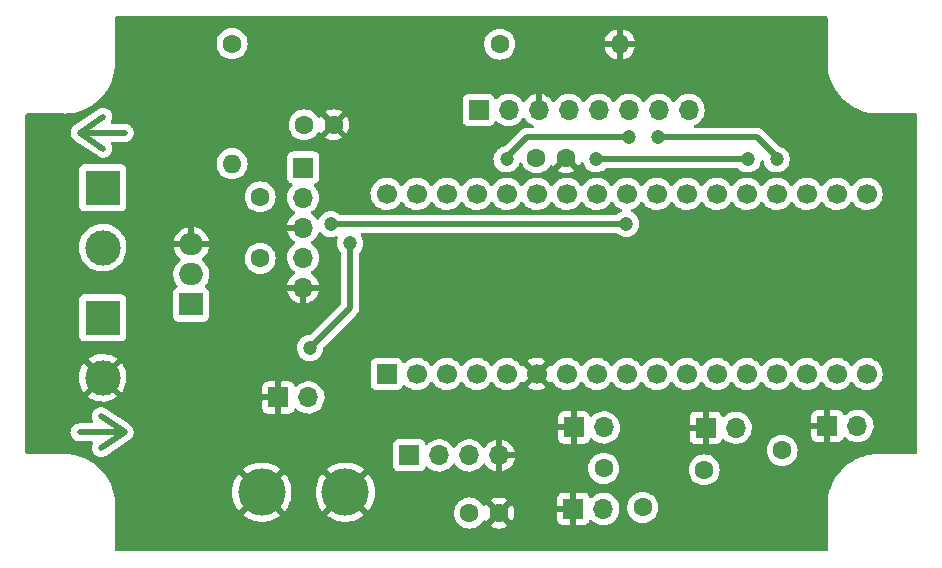
<source format=gbr>
%TF.GenerationSoftware,KiCad,Pcbnew,(6.0.0)*%
%TF.CreationDate,2022-03-05T13:57:21-05:00*%
%TF.ProjectId,lampeDimmer,6c616d70-6544-4696-9d6d-65722e6b6963,v2.3.0*%
%TF.SameCoordinates,Original*%
%TF.FileFunction,Copper,L1,Top*%
%TF.FilePolarity,Positive*%
%FSLAX46Y46*%
G04 Gerber Fmt 4.6, Leading zero omitted, Abs format (unit mm)*
G04 Created by KiCad (PCBNEW (6.0.0)) date 2022-03-05 13:57:21*
%MOMM*%
%LPD*%
G01*
G04 APERTURE LIST*
%TA.AperFunction,NonConductor*%
%ADD10C,0.508000*%
%TD*%
%TA.AperFunction,ComponentPad*%
%ADD11R,3.000000X3.000000*%
%TD*%
%TA.AperFunction,ComponentPad*%
%ADD12C,3.000000*%
%TD*%
%TA.AperFunction,ComponentPad*%
%ADD13O,1.700000X1.700000*%
%TD*%
%TA.AperFunction,ComponentPad*%
%ADD14R,1.700000X1.700000*%
%TD*%
%TA.AperFunction,ComponentPad*%
%ADD15C,1.600000*%
%TD*%
%TA.AperFunction,ComponentPad*%
%ADD16C,1.700000*%
%TD*%
%TA.AperFunction,ComponentPad*%
%ADD17O,1.600000X1.600000*%
%TD*%
%TA.AperFunction,ComponentPad*%
%ADD18C,4.000000*%
%TD*%
%TA.AperFunction,ComponentPad*%
%ADD19C,6.400000*%
%TD*%
%TA.AperFunction,ComponentPad*%
%ADD20R,2.000000X1.905000*%
%TD*%
%TA.AperFunction,ComponentPad*%
%ADD21O,2.000000X1.905000*%
%TD*%
%TA.AperFunction,ViaPad*%
%ADD22C,1.200000*%
%TD*%
%TA.AperFunction,Conductor*%
%ADD23C,0.508000*%
%TD*%
G04 APERTURE END LIST*
D10*
X120349987Y-94650005D02*
X122349983Y-93299995D01*
X120339990Y-120025005D02*
X124149990Y-120025005D01*
X124150003Y-120025000D02*
X122149998Y-118675000D01*
X120349987Y-94650005D02*
X122349992Y-96000005D01*
X124160000Y-94650000D02*
X120350000Y-94650000D01*
X124150003Y-120025000D02*
X122150007Y-121375010D01*
D11*
%TO.P,J10,1,Pin_1*%
%TO.N,/SORTIE*%
X122301000Y-99310012D03*
D12*
%TO.P,J10,2,Pin_2*%
%TO.N,+24V*%
X122301000Y-104390012D03*
%TD*%
D13*
%TO.P,J4,2,Pin_2*%
%TO.N,/SW_ON-OFF*%
X139719990Y-117069006D03*
D14*
%TO.P,J4,1,Pin_1*%
%TO.N,GND*%
X137179990Y-117069006D03*
%TD*%
%TO.P,J8,1,Pin_1*%
%TO.N,+5V*%
X139275007Y-97600008D03*
D13*
%TO.P,J8,2,Pin_2*%
%TO.N,/POT_ADC*%
X139275007Y-100140008D03*
%TO.P,J8,3,Pin_3*%
%TO.N,GND*%
X139275007Y-102680008D03*
%TO.P,J8,4,Pin_4*%
%TO.N,/SW_VEILLE*%
X139275007Y-105220008D03*
%TO.P,J8,5,Pin_5*%
%TO.N,GND*%
X139275007Y-107760008D03*
%TD*%
D11*
%TO.P,J9,1,Pin_1*%
%TO.N,+24V*%
X122301000Y-110319820D03*
D12*
%TO.P,J9,2,Pin_2*%
%TO.N,GND*%
X122301000Y-115399820D03*
%TD*%
D14*
%TO.P,J7,1,Pin_1*%
%TO.N,GND*%
X183661990Y-119482006D03*
D13*
%TO.P,J7,2,Pin_2*%
%TO.N,/EXT_ADC1*%
X186201990Y-119482006D03*
%TD*%
D15*
%TO.P,C2,1*%
%TO.N,+5V*%
X153350000Y-126850000D03*
%TO.P,C2,2*%
%TO.N,GND*%
X155850000Y-126850000D03*
%TD*%
D14*
%TO.P,J6,1,Pin_1*%
%TO.N,GND*%
X162198990Y-119609006D03*
D13*
%TO.P,J6,2,Pin_2*%
%TO.N,/EXT_OC4D*%
X164738990Y-119609006D03*
%TD*%
D14*
%TO.P,J3,1,Pin_1*%
%TO.N,GND*%
X173355000Y-119634000D03*
D13*
%TO.P,J3,2,Pin_2*%
%TO.N,/EXT_IO-1*%
X175895000Y-119634000D03*
%TD*%
D14*
%TO.P,M1,1,PB2(MOSI)*%
%TO.N,unconnected-(M1-Pad1)*%
X146335503Y-115078000D03*
D16*
%TO.P,M1,2,PB0(SS/RXLED)*%
%TO.N,unconnected-(M1-Pad2)*%
X148875503Y-115078000D03*
%TO.P,M1,3,PD3(TX)*%
%TO.N,Net-(J2-Pad1)*%
X151415503Y-115078000D03*
%TO.P,M1,4,PD2(RX)*%
%TO.N,Net-(J2-Pad2)*%
X153955503Y-115078000D03*
%TO.P,M1,5,RESET*%
%TO.N,unconnected-(M1-Pad5)*%
X156495503Y-115078000D03*
%TO.P,M1,6,GND*%
%TO.N,GND*%
X159035503Y-115078000D03*
%TO.P,M1,7,PD1(SDA)*%
%TO.N,unconnected-(M1-Pad7)*%
X161575503Y-115078000D03*
%TO.P,M1,8,PD0(SCL)*%
%TO.N,unconnected-(M1-Pad8)*%
X164115503Y-115078000D03*
%TO.P,M1,9,PD4(ADC8)*%
%TO.N,unconnected-(M1-Pad9)*%
X166655503Y-115078000D03*
%TO.P,M1,10,PC6(OC3A/#OC4A)*%
%TO.N,unconnected-(M1-Pad10)*%
X169195503Y-115078000D03*
%TO.P,M1,11,PD7(ADC10/OC4D)*%
%TO.N,/EXT_OC4D*%
X171735503Y-115078000D03*
%TO.P,M1,12,PE6(INT6)*%
%TO.N,unconnected-(M1-Pad12)*%
X174275503Y-115078000D03*
%TO.P,M1,13,PB4(ADC11/PCINT4)*%
%TO.N,unconnected-(M1-Pad13)*%
X176815503Y-115078000D03*
%TO.P,M1,14,PB5(ADC12/OC1A/#OC4B/PCINT5)*%
%TO.N,unconnected-(M1-Pad14)*%
X179355503Y-115078000D03*
%TO.P,M1,15,PB6(ADC13/OC1B/OC4B/PCINT6)*%
%TO.N,/EXT_OC4B*%
X181895503Y-115078000D03*
%TO.P,M1,16,PB7(OC1C/OCOA/PCINT7)*%
%TO.N,unconnected-(M1-Pad16)*%
X184435503Y-115078000D03*
%TO.P,M1,17,PD6(ADC9/#OC4D)*%
%TO.N,/EXT_IO-1*%
X186975503Y-115078000D03*
%TO.P,M1,18,PC7(OC4A)*%
%TO.N,Net-(M1-Pad18)*%
X186975503Y-99822000D03*
%TO.P,M1,19,3V3*%
%TO.N,unconnected-(M1-Pad19)*%
X184435503Y-99822000D03*
%TO.P,M1,20,AREF*%
%TO.N,unconnected-(M1-Pad20)*%
X181895503Y-99822000D03*
%TO.P,M1,21,PF7(TDI)*%
%TO.N,Net-(J1-Pad7)*%
X179355503Y-99822000D03*
%TO.P,M1,22,PF6(TDO)*%
%TO.N,Net-(J1-Pad4)*%
X176815503Y-99822000D03*
%TO.P,M1,23,PF5(TMS)*%
%TO.N,Net-(J1-Pad8)*%
X174275503Y-99822000D03*
%TO.P,M1,24,PF4(TCK)*%
%TO.N,Net-(J1-Pad5)*%
X171735503Y-99822000D03*
%TO.P,M1,25,PF1(ADC1)*%
%TO.N,/EXT_ADC1*%
X169195503Y-99822000D03*
%TO.P,M1,26,PF0(ADC0)*%
%TO.N,/POT_ADC*%
X166655503Y-99822000D03*
%TO.P,M1,27*%
%TO.N,unconnected-(M1-Pad27)*%
X164115503Y-99822000D03*
%TO.P,M1,28*%
%TO.N,unconnected-(M1-Pad28)*%
X161575503Y-99822000D03*
%TO.P,M1,29,5V*%
%TO.N,+5V*%
X159035503Y-99822000D03*
%TO.P,M1,30,RESET*%
%TO.N,Net-(J1-Pad6)*%
X156495503Y-99822000D03*
%TO.P,M1,31,GND*%
%TO.N,unconnected-(M1-Pad31)*%
X153955503Y-99822000D03*
%TO.P,M1,32,VIN*%
%TO.N,unconnected-(M1-Pad32)*%
X151415503Y-99822000D03*
%TO.P,M1,33,PB3(MISO)*%
%TO.N,/SW_VEILLE*%
X148875503Y-99822000D03*
%TO.P,M1,34,PB1(SCLK)*%
%TO.N,/SW_ON-OFF*%
X146335503Y-99822000D03*
%TD*%
D15*
%TO.P,C3,1*%
%TO.N,+5V*%
X159024000Y-96774000D03*
%TO.P,C3,2*%
%TO.N,GND*%
X161524000Y-96774000D03*
%TD*%
D14*
%TO.P,J2,1,TX*%
%TO.N,Net-(J2-Pad1)*%
X148250000Y-121975000D03*
D13*
%TO.P,J2,2,RX*%
%TO.N,Net-(J2-Pad2)*%
X150790000Y-121975000D03*
%TO.P,J2,3,VCC*%
%TO.N,+5V*%
X153330000Y-121975000D03*
%TO.P,J2,4,GND*%
%TO.N,GND*%
X155870000Y-121975000D03*
%TD*%
D15*
%TO.P,TP2,1,1*%
%TO.N,/EXT_OC4B*%
X168021000Y-126365000D03*
%TD*%
%TO.P,TP1,1,1*%
%TO.N,/EXT_OC4D*%
X164719000Y-123063000D03*
%TD*%
%TO.P,TP5,1,1*%
%TO.N,/POT_ADC*%
X135636000Y-100076000D03*
%TD*%
%TO.P,R1,1*%
%TO.N,Net-(M1-Pad18)*%
X155920000Y-87150000D03*
D17*
%TO.P,R1,2*%
%TO.N,GND*%
X166080000Y-87150000D03*
%TD*%
D15*
%TO.P,TP3,1,1*%
%TO.N,/EXT_IO-1*%
X173228000Y-123190000D03*
%TD*%
%TO.P,TP4,1,1*%
%TO.N,/EXT_ADC1*%
X179832000Y-121539000D03*
%TD*%
D18*
%TO.P,TP7,1,1*%
%TO.N,GND*%
X135768994Y-125095000D03*
%TO.P,TP7,2,2*%
X142848994Y-125095000D03*
%TD*%
D19*
%TO.P,REF\u002A\u002A,1*%
%TO.N,GND*%
X179025550Y-126568200D03*
%TD*%
D15*
%TO.P,C1,1*%
%TO.N,+5V*%
X139359000Y-93980000D03*
%TO.P,C1,2*%
%TO.N,GND*%
X141859000Y-93980000D03*
%TD*%
%TO.P,TP6,1,1*%
%TO.N,/SW_VEILLE*%
X135636000Y-105283000D03*
%TD*%
D19*
%TO.P,REF\u002A\u002A,1*%
%TO.N,GND*%
X127996950Y-88315800D03*
%TD*%
%TO.P,REF\u002A\u002A,1*%
%TO.N,GND*%
X179025550Y-88315800D03*
%TD*%
D20*
%TO.P,Q1,1,G*%
%TO.N,Net-(Q1-Pad1)*%
X129795000Y-109190000D03*
D21*
%TO.P,Q1,2,D*%
%TO.N,/SORTIE*%
X129795000Y-106650000D03*
%TO.P,Q1,3,S*%
%TO.N,GND*%
X129795000Y-104110000D03*
%TD*%
D19*
%TO.P,REF\u002A\u002A,1*%
%TO.N,GND*%
X127996950Y-126568200D03*
%TD*%
D14*
%TO.P,J1,1,#MCLR*%
%TO.N,unconnected-(J1-Pad1)*%
X154124990Y-92725011D03*
D13*
%TO.P,J1,2,VDD*%
%TO.N,+5V*%
X156664990Y-92725011D03*
%TO.P,J1,3,GND*%
%TO.N,GND*%
X159204990Y-92725011D03*
%TO.P,J1,4,TDO*%
%TO.N,Net-(J1-Pad4)*%
X161744990Y-92725011D03*
%TO.P,J1,5,TCK*%
%TO.N,Net-(J1-Pad5)*%
X164284990Y-92725011D03*
%TO.P,J1,6,#RESET*%
%TO.N,Net-(J1-Pad6)*%
X166824990Y-92725011D03*
%TO.P,J1,7,TDI*%
%TO.N,Net-(J1-Pad7)*%
X169364990Y-92725011D03*
%TO.P,J1,8,TMS*%
%TO.N,Net-(J1-Pad8)*%
X171904990Y-92725011D03*
%TD*%
D14*
%TO.P,J5,1,Pin_1*%
%TO.N,GND*%
X162149993Y-126492000D03*
D13*
%TO.P,J5,2,Pin_2*%
%TO.N,/EXT_OC4B*%
X164689993Y-126492000D03*
%TD*%
D15*
%TO.P,R2,1*%
%TO.N,Net-(M1-Pad18)*%
X133250000Y-87120000D03*
D17*
%TO.P,R2,2*%
%TO.N,Net-(Q1-Pad1)*%
X133250000Y-97280000D03*
%TD*%
D22*
%TO.N,GND*%
X146177000Y-104013000D03*
X149987000Y-125095000D03*
X182372000Y-96901000D03*
%TO.N,/POT_ADC*%
X166624000Y-102362000D03*
X141650000Y-102400000D03*
%TO.N,/SW_ON-OFF*%
X139850000Y-112880000D03*
X143256000Y-104013000D03*
%TO.N,Net-(J1-Pad6)*%
X166878000Y-94996000D03*
X156495503Y-96901000D03*
%TO.N,Net-(J1-Pad4)*%
X164084000Y-96901000D03*
X176911000Y-96901000D03*
%TO.N,Net-(J1-Pad7)*%
X179355503Y-96901000D03*
X169291000Y-94996000D03*
%TD*%
D23*
%TO.N,/POT_ADC*%
X141650009Y-102399998D02*
X166586002Y-102399998D01*
X166586002Y-102399998D02*
X166624000Y-102362000D01*
%TO.N,/SW_ON-OFF*%
X139850000Y-112880000D02*
X143256000Y-109474000D01*
X143256000Y-109474000D02*
X143256000Y-104013000D01*
%TO.N,Net-(J1-Pad6)*%
X166878000Y-94996000D02*
X158242000Y-94996000D01*
X158242000Y-94996000D02*
X156495503Y-96742497D01*
%TO.N,Net-(J1-Pad4)*%
X164084000Y-96901000D02*
X176911000Y-96901000D01*
%TO.N,Net-(J1-Pad7)*%
X177673000Y-94996000D02*
X179355503Y-96678503D01*
X169291000Y-94996000D02*
X177673000Y-94996000D01*
%TD*%
%TA.AperFunction,Conductor*%
%TO.N,GND*%
G36*
X183615871Y-84798852D02*
G01*
X183662364Y-84852508D01*
X183673750Y-84904850D01*
X183673750Y-88649943D01*
X183672004Y-88670847D01*
X183668679Y-88690611D01*
X183668526Y-88703150D01*
X183669215Y-88707960D01*
X183669532Y-88712825D01*
X183669455Y-88712830D01*
X183669709Y-88715499D01*
X183679646Y-88930448D01*
X183687144Y-89092615D01*
X183687577Y-89101990D01*
X183687977Y-89104857D01*
X183741884Y-89491296D01*
X183742739Y-89497428D01*
X183743408Y-89500271D01*
X183832128Y-89877486D01*
X183834151Y-89886089D01*
X183961034Y-90264658D01*
X184122306Y-90629904D01*
X184316591Y-90978712D01*
X184542231Y-91308106D01*
X184544079Y-91310332D01*
X184544087Y-91310342D01*
X184792368Y-91609335D01*
X184797301Y-91615275D01*
X185079625Y-91897599D01*
X185081858Y-91899453D01*
X185081861Y-91899456D01*
X185384558Y-92150813D01*
X185384568Y-92150821D01*
X185386794Y-92152669D01*
X185716188Y-92378309D01*
X185718741Y-92379731D01*
X186027314Y-92551605D01*
X186064996Y-92572594D01*
X186430242Y-92733866D01*
X186433005Y-92734792D01*
X186433010Y-92734794D01*
X186612400Y-92794919D01*
X186808811Y-92860749D01*
X186811644Y-92861415D01*
X186811650Y-92861417D01*
X186901329Y-92882509D01*
X187197472Y-92952161D01*
X187200357Y-92952563D01*
X187200360Y-92952564D01*
X187424654Y-92983852D01*
X187592910Y-93007323D01*
X187595794Y-93007456D01*
X187595801Y-93007457D01*
X187760650Y-93015078D01*
X187963122Y-93024439D01*
X187969554Y-93025127D01*
X187969567Y-93024979D01*
X187974409Y-93025413D01*
X187979211Y-93026221D01*
X187985592Y-93026299D01*
X187986891Y-93026315D01*
X187986895Y-93026315D01*
X187991750Y-93026374D01*
X188019338Y-93022423D01*
X188037201Y-93021150D01*
X191136000Y-93021150D01*
X191204121Y-93041152D01*
X191250614Y-93094808D01*
X191262000Y-93147150D01*
X191262000Y-121736850D01*
X191241998Y-121804971D01*
X191188342Y-121851464D01*
X191136000Y-121862850D01*
X188044957Y-121862850D01*
X188024053Y-121861104D01*
X188014887Y-121859562D01*
X188004289Y-121857779D01*
X187997931Y-121857701D01*
X187996608Y-121857685D01*
X187996604Y-121857685D01*
X187991750Y-121857626D01*
X187986940Y-121858315D01*
X187982075Y-121858632D01*
X187982070Y-121858555D01*
X187979401Y-121858809D01*
X187764452Y-121868746D01*
X187595801Y-121876543D01*
X187595794Y-121876544D01*
X187592910Y-121876677D01*
X187590042Y-121877077D01*
X187590043Y-121877077D01*
X187200360Y-121931436D01*
X187200357Y-121931437D01*
X187197472Y-121931839D01*
X187034018Y-121970283D01*
X186811650Y-122022583D01*
X186811644Y-122022585D01*
X186808811Y-122023251D01*
X186617606Y-122087336D01*
X186433010Y-122149206D01*
X186433005Y-122149208D01*
X186430242Y-122150134D01*
X186064996Y-122311406D01*
X186062443Y-122312828D01*
X186062439Y-122312830D01*
X185928925Y-122387197D01*
X185716188Y-122505691D01*
X185386794Y-122731331D01*
X185384568Y-122733179D01*
X185384558Y-122733187D01*
X185102515Y-122967393D01*
X185079625Y-122986401D01*
X184797301Y-123268725D01*
X184795447Y-123270958D01*
X184795444Y-123270961D01*
X184544087Y-123573658D01*
X184544079Y-123573668D01*
X184542231Y-123575894D01*
X184316591Y-123905288D01*
X184315169Y-123907841D01*
X184156726Y-124192301D01*
X184122306Y-124254096D01*
X183961034Y-124619342D01*
X183960108Y-124622105D01*
X183960106Y-124622110D01*
X183923791Y-124730461D01*
X183834151Y-124997911D01*
X183833485Y-125000744D01*
X183833483Y-125000750D01*
X183803250Y-125129293D01*
X183742739Y-125386572D01*
X183742337Y-125389457D01*
X183742336Y-125389460D01*
X183719041Y-125556457D01*
X183687577Y-125782010D01*
X183687444Y-125784894D01*
X183687443Y-125784901D01*
X183684314Y-125852590D01*
X183671168Y-126136952D01*
X183670462Y-126152215D01*
X183669773Y-126158654D01*
X183669921Y-126158667D01*
X183669487Y-126163509D01*
X183668679Y-126168311D01*
X183668526Y-126180850D01*
X183669693Y-126188998D01*
X183672477Y-126208438D01*
X183673750Y-126226301D01*
X183673750Y-129979150D01*
X183653748Y-130047271D01*
X183600092Y-130093764D01*
X183547750Y-130105150D01*
X123474750Y-130105150D01*
X123406629Y-130085148D01*
X123360136Y-130031492D01*
X123348750Y-129979150D01*
X123348750Y-127040987D01*
X134187715Y-127040987D01*
X134196542Y-127052605D01*
X134419275Y-127214430D01*
X134425955Y-127218670D01*
X134695566Y-127366890D01*
X134702701Y-127370247D01*
X134988764Y-127483508D01*
X134996290Y-127485953D01*
X135294273Y-127562462D01*
X135302044Y-127563945D01*
X135607272Y-127602503D01*
X135615163Y-127603000D01*
X135922825Y-127603000D01*
X135930716Y-127602503D01*
X136235944Y-127563945D01*
X136243715Y-127562462D01*
X136541698Y-127485953D01*
X136549224Y-127483508D01*
X136835287Y-127370247D01*
X136842422Y-127366890D01*
X137112033Y-127218670D01*
X137118713Y-127214430D01*
X137341817Y-127052336D01*
X137350240Y-127041413D01*
X137350011Y-127040987D01*
X141267715Y-127040987D01*
X141276542Y-127052605D01*
X141499275Y-127214430D01*
X141505955Y-127218670D01*
X141775566Y-127366890D01*
X141782701Y-127370247D01*
X142068764Y-127483508D01*
X142076290Y-127485953D01*
X142374273Y-127562462D01*
X142382044Y-127563945D01*
X142687272Y-127602503D01*
X142695163Y-127603000D01*
X143002825Y-127603000D01*
X143010716Y-127602503D01*
X143315944Y-127563945D01*
X143323715Y-127562462D01*
X143621698Y-127485953D01*
X143629224Y-127483508D01*
X143915287Y-127370247D01*
X143922422Y-127366890D01*
X144192033Y-127218670D01*
X144198713Y-127214430D01*
X144421817Y-127052336D01*
X144430240Y-127041413D01*
X144423336Y-127028552D01*
X144244784Y-126850000D01*
X152036502Y-126850000D01*
X152056457Y-127078087D01*
X152057881Y-127083400D01*
X152057881Y-127083402D01*
X152095025Y-127222022D01*
X152115716Y-127299243D01*
X152118039Y-127304224D01*
X152118039Y-127304225D01*
X152210151Y-127501762D01*
X152210154Y-127501767D01*
X152212477Y-127506749D01*
X152233079Y-127536171D01*
X152321813Y-127662896D01*
X152343802Y-127694300D01*
X152505700Y-127856198D01*
X152510208Y-127859355D01*
X152510211Y-127859357D01*
X152588389Y-127914098D01*
X152693251Y-127987523D01*
X152698233Y-127989846D01*
X152698238Y-127989849D01*
X152894765Y-128081490D01*
X152900757Y-128084284D01*
X152906065Y-128085706D01*
X152906067Y-128085707D01*
X153116598Y-128142119D01*
X153116600Y-128142119D01*
X153121913Y-128143543D01*
X153350000Y-128163498D01*
X153578087Y-128143543D01*
X153583400Y-128142119D01*
X153583402Y-128142119D01*
X153793933Y-128085707D01*
X153793935Y-128085706D01*
X153799243Y-128084284D01*
X153805235Y-128081490D01*
X154001762Y-127989849D01*
X154001767Y-127989846D01*
X154006749Y-127987523D01*
X154080243Y-127936062D01*
X155128493Y-127936062D01*
X155137789Y-127948077D01*
X155188994Y-127983931D01*
X155198489Y-127989414D01*
X155395947Y-128081490D01*
X155406239Y-128085236D01*
X155616688Y-128141625D01*
X155627481Y-128143528D01*
X155844525Y-128162517D01*
X155855475Y-128162517D01*
X156072519Y-128143528D01*
X156083312Y-128141625D01*
X156293761Y-128085236D01*
X156304053Y-128081490D01*
X156501511Y-127989414D01*
X156511006Y-127983931D01*
X156563048Y-127947491D01*
X156571424Y-127937012D01*
X156564356Y-127923566D01*
X155862812Y-127222022D01*
X155848868Y-127214408D01*
X155847035Y-127214539D01*
X155840420Y-127218790D01*
X155134923Y-127924287D01*
X155128493Y-127936062D01*
X154080243Y-127936062D01*
X154111611Y-127914098D01*
X154189789Y-127859357D01*
X154189792Y-127859355D01*
X154194300Y-127856198D01*
X154356198Y-127694300D01*
X154378188Y-127662896D01*
X154466921Y-127536171D01*
X154487523Y-127506749D01*
X154489847Y-127501765D01*
X154491171Y-127499472D01*
X154542553Y-127450479D01*
X154612267Y-127437043D01*
X154678178Y-127463429D01*
X154709409Y-127499472D01*
X154716066Y-127511002D01*
X154752509Y-127563048D01*
X154762988Y-127571424D01*
X154776434Y-127564356D01*
X155477978Y-126862812D01*
X155484356Y-126851132D01*
X156214408Y-126851132D01*
X156214539Y-126852965D01*
X156218790Y-126859580D01*
X156924287Y-127565077D01*
X156936062Y-127571507D01*
X156948077Y-127562211D01*
X156983931Y-127511006D01*
X156989414Y-127501511D01*
X157042966Y-127386669D01*
X160791994Y-127386669D01*
X160792364Y-127393490D01*
X160797888Y-127444352D01*
X160801514Y-127459604D01*
X160846669Y-127580054D01*
X160855207Y-127595649D01*
X160931708Y-127697724D01*
X160944269Y-127710285D01*
X161046344Y-127786786D01*
X161061939Y-127795324D01*
X161182387Y-127840478D01*
X161197642Y-127844105D01*
X161248507Y-127849631D01*
X161255321Y-127850000D01*
X161877878Y-127850000D01*
X161893117Y-127845525D01*
X161894322Y-127844135D01*
X161895993Y-127836452D01*
X161895993Y-127831884D01*
X162403993Y-127831884D01*
X162408468Y-127847123D01*
X162409858Y-127848328D01*
X162417541Y-127849999D01*
X163044662Y-127849999D01*
X163051483Y-127849629D01*
X163102345Y-127844105D01*
X163117597Y-127840479D01*
X163238047Y-127795324D01*
X163253642Y-127786786D01*
X163355717Y-127710285D01*
X163368278Y-127697724D01*
X163444779Y-127595649D01*
X163453317Y-127580054D01*
X163494218Y-127470952D01*
X163536860Y-127414188D01*
X163603421Y-127389488D01*
X163672770Y-127404696D01*
X163707437Y-127432684D01*
X163732858Y-127462031D01*
X163732862Y-127462035D01*
X163736243Y-127465938D01*
X163812839Y-127529529D01*
X163900737Y-127602503D01*
X163908119Y-127608632D01*
X164100993Y-127721338D01*
X164309685Y-127801030D01*
X164314753Y-127802061D01*
X164314756Y-127802062D01*
X164422010Y-127823883D01*
X164528590Y-127845567D01*
X164533765Y-127845757D01*
X164533767Y-127845757D01*
X164746666Y-127853564D01*
X164746670Y-127853564D01*
X164751830Y-127853753D01*
X164756950Y-127853097D01*
X164756952Y-127853097D01*
X164968281Y-127826025D01*
X164968282Y-127826025D01*
X164973409Y-127825368D01*
X164978359Y-127823883D01*
X165182422Y-127762661D01*
X165182427Y-127762659D01*
X165187377Y-127761174D01*
X165387987Y-127662896D01*
X165569853Y-127533173D01*
X165728089Y-127375489D01*
X165731173Y-127371198D01*
X165855428Y-127198277D01*
X165858446Y-127194077D01*
X165915772Y-127078087D01*
X165955129Y-126998453D01*
X165955130Y-126998451D01*
X165957423Y-126993811D01*
X166005009Y-126837188D01*
X166020858Y-126785023D01*
X166020858Y-126785021D01*
X166022363Y-126780069D01*
X166051522Y-126558590D01*
X166053149Y-126492000D01*
X166042708Y-126365000D01*
X166707502Y-126365000D01*
X166727457Y-126593087D01*
X166728881Y-126598400D01*
X166728881Y-126598402D01*
X166747245Y-126666935D01*
X166786716Y-126814243D01*
X166789039Y-126819224D01*
X166789039Y-126819225D01*
X166881151Y-127016762D01*
X166881154Y-127016767D01*
X166883477Y-127021749D01*
X166926584Y-127083312D01*
X167007084Y-127198277D01*
X167014802Y-127209300D01*
X167176700Y-127371198D01*
X167181208Y-127374355D01*
X167181211Y-127374357D01*
X167208536Y-127393490D01*
X167364251Y-127502523D01*
X167369233Y-127504846D01*
X167369238Y-127504849D01*
X167566775Y-127596961D01*
X167571757Y-127599284D01*
X167577065Y-127600706D01*
X167577067Y-127600707D01*
X167787598Y-127657119D01*
X167787600Y-127657119D01*
X167792913Y-127658543D01*
X168021000Y-127678498D01*
X168249087Y-127658543D01*
X168254400Y-127657119D01*
X168254402Y-127657119D01*
X168464933Y-127600707D01*
X168464935Y-127600706D01*
X168470243Y-127599284D01*
X168475225Y-127596961D01*
X168672762Y-127504849D01*
X168672767Y-127504846D01*
X168677749Y-127502523D01*
X168833464Y-127393490D01*
X168860789Y-127374357D01*
X168860792Y-127374355D01*
X168865300Y-127371198D01*
X169027198Y-127209300D01*
X169034917Y-127198277D01*
X169115416Y-127083312D01*
X169158523Y-127021749D01*
X169160846Y-127016767D01*
X169160849Y-127016762D01*
X169252961Y-126819225D01*
X169252961Y-126819224D01*
X169255284Y-126814243D01*
X169294756Y-126666935D01*
X169313119Y-126598402D01*
X169313119Y-126598400D01*
X169314543Y-126593087D01*
X169334498Y-126365000D01*
X169314543Y-126136913D01*
X169291979Y-126052702D01*
X169256707Y-125921067D01*
X169256706Y-125921065D01*
X169255284Y-125915757D01*
X169223614Y-125847840D01*
X169160849Y-125713238D01*
X169160846Y-125713233D01*
X169158523Y-125708251D01*
X169075329Y-125589438D01*
X169030357Y-125525211D01*
X169030355Y-125525208D01*
X169027198Y-125520700D01*
X168865300Y-125358802D01*
X168860792Y-125355645D01*
X168860789Y-125355643D01*
X168761722Y-125286276D01*
X168677749Y-125227477D01*
X168672767Y-125225154D01*
X168672762Y-125225151D01*
X168475225Y-125133039D01*
X168475224Y-125133039D01*
X168470243Y-125130716D01*
X168464935Y-125129294D01*
X168464933Y-125129293D01*
X168254402Y-125072881D01*
X168254400Y-125072881D01*
X168249087Y-125071457D01*
X168021000Y-125051502D01*
X167792913Y-125071457D01*
X167787600Y-125072881D01*
X167787598Y-125072881D01*
X167577067Y-125129293D01*
X167577065Y-125129294D01*
X167571757Y-125130716D01*
X167566776Y-125133039D01*
X167566775Y-125133039D01*
X167369238Y-125225151D01*
X167369233Y-125225154D01*
X167364251Y-125227477D01*
X167280278Y-125286276D01*
X167181211Y-125355643D01*
X167181208Y-125355645D01*
X167176700Y-125358802D01*
X167014802Y-125520700D01*
X167011645Y-125525208D01*
X167011643Y-125525211D01*
X166966671Y-125589438D01*
X166883477Y-125708251D01*
X166881154Y-125713233D01*
X166881151Y-125713238D01*
X166818386Y-125847840D01*
X166786716Y-125915757D01*
X166785294Y-125921065D01*
X166785293Y-125921067D01*
X166750021Y-126052702D01*
X166727457Y-126136913D01*
X166707502Y-126365000D01*
X166042708Y-126365000D01*
X166034845Y-126269361D01*
X165980424Y-126052702D01*
X165891347Y-125847840D01*
X165829675Y-125752509D01*
X165772815Y-125664617D01*
X165772813Y-125664614D01*
X165770007Y-125660277D01*
X165619663Y-125495051D01*
X165615612Y-125491852D01*
X165615608Y-125491848D01*
X165448407Y-125359800D01*
X165448403Y-125359798D01*
X165444352Y-125356598D01*
X165248782Y-125248638D01*
X165243913Y-125246914D01*
X165243909Y-125246912D01*
X165043080Y-125175795D01*
X165043076Y-125175794D01*
X165038205Y-125174069D01*
X165033112Y-125173162D01*
X165033109Y-125173161D01*
X164823366Y-125135800D01*
X164823360Y-125135799D01*
X164818277Y-125134894D01*
X164744445Y-125133992D01*
X164600074Y-125132228D01*
X164600072Y-125132228D01*
X164594904Y-125132165D01*
X164374084Y-125165955D01*
X164161749Y-125235357D01*
X163963600Y-125338507D01*
X163959467Y-125341610D01*
X163959464Y-125341612D01*
X163789093Y-125469530D01*
X163784958Y-125472635D01*
X163781386Y-125476373D01*
X163703891Y-125557466D01*
X163642367Y-125592895D01*
X163571455Y-125589438D01*
X163513669Y-125548192D01*
X163494816Y-125514644D01*
X163453317Y-125403946D01*
X163444779Y-125388351D01*
X163368278Y-125286276D01*
X163355717Y-125273715D01*
X163253642Y-125197214D01*
X163238047Y-125188676D01*
X163117599Y-125143522D01*
X163102344Y-125139895D01*
X163051479Y-125134369D01*
X163044665Y-125134000D01*
X162422108Y-125134000D01*
X162406869Y-125138475D01*
X162405664Y-125139865D01*
X162403993Y-125147548D01*
X162403993Y-127831884D01*
X161895993Y-127831884D01*
X161895993Y-126764115D01*
X161891518Y-126748876D01*
X161890128Y-126747671D01*
X161882445Y-126746000D01*
X160810109Y-126746000D01*
X160794870Y-126750475D01*
X160793665Y-126751865D01*
X160791994Y-126759548D01*
X160791994Y-127386669D01*
X157042966Y-127386669D01*
X157081490Y-127304053D01*
X157085236Y-127293761D01*
X157141625Y-127083312D01*
X157143528Y-127072519D01*
X157162517Y-126855475D01*
X157162517Y-126844525D01*
X157143528Y-126627481D01*
X157141625Y-126616688D01*
X157085236Y-126406239D01*
X157081490Y-126395947D01*
X156999391Y-126219885D01*
X160791993Y-126219885D01*
X160796468Y-126235124D01*
X160797858Y-126236329D01*
X160805541Y-126238000D01*
X161877878Y-126238000D01*
X161893117Y-126233525D01*
X161894322Y-126232135D01*
X161895993Y-126224452D01*
X161895993Y-125152116D01*
X161891518Y-125136877D01*
X161890128Y-125135672D01*
X161882445Y-125134001D01*
X161255324Y-125134001D01*
X161248503Y-125134371D01*
X161197641Y-125139895D01*
X161182389Y-125143521D01*
X161061939Y-125188676D01*
X161046344Y-125197214D01*
X160944269Y-125273715D01*
X160931708Y-125286276D01*
X160855207Y-125388351D01*
X160846669Y-125403946D01*
X160801515Y-125524394D01*
X160797888Y-125539649D01*
X160792362Y-125590514D01*
X160791993Y-125597328D01*
X160791993Y-126219885D01*
X156999391Y-126219885D01*
X156989414Y-126198489D01*
X156983931Y-126188994D01*
X156947491Y-126136952D01*
X156937012Y-126128576D01*
X156923566Y-126135644D01*
X156222022Y-126837188D01*
X156214408Y-126851132D01*
X155484356Y-126851132D01*
X155485592Y-126848868D01*
X155485461Y-126847035D01*
X155481210Y-126840420D01*
X154775713Y-126134923D01*
X154763938Y-126128493D01*
X154751923Y-126137789D01*
X154716066Y-126188998D01*
X154709409Y-126200528D01*
X154658027Y-126249521D01*
X154588313Y-126262958D01*
X154522402Y-126236571D01*
X154491171Y-126200528D01*
X154489847Y-126198235D01*
X154487523Y-126193251D01*
X154356198Y-126005700D01*
X154194300Y-125843802D01*
X154189792Y-125840645D01*
X154189789Y-125840643D01*
X154078886Y-125762988D01*
X155128576Y-125762988D01*
X155135644Y-125776434D01*
X155837188Y-126477978D01*
X155851132Y-126485592D01*
X155852965Y-126485461D01*
X155859580Y-126481210D01*
X156565077Y-125775713D01*
X156571507Y-125763938D01*
X156562211Y-125751923D01*
X156511006Y-125716069D01*
X156501511Y-125710586D01*
X156304053Y-125618510D01*
X156293761Y-125614764D01*
X156083312Y-125558375D01*
X156072519Y-125556472D01*
X155855475Y-125537483D01*
X155844525Y-125537483D01*
X155627481Y-125556472D01*
X155616688Y-125558375D01*
X155406239Y-125614764D01*
X155395947Y-125618510D01*
X155198489Y-125710586D01*
X155188994Y-125716069D01*
X155136952Y-125752509D01*
X155128576Y-125762988D01*
X154078886Y-125762988D01*
X154063920Y-125752509D01*
X154006749Y-125712477D01*
X154001767Y-125710154D01*
X154001762Y-125710151D01*
X153804225Y-125618039D01*
X153804224Y-125618039D01*
X153799243Y-125615716D01*
X153793935Y-125614294D01*
X153793933Y-125614293D01*
X153583402Y-125557881D01*
X153583400Y-125557881D01*
X153578087Y-125556457D01*
X153350000Y-125536502D01*
X153121913Y-125556457D01*
X153116600Y-125557881D01*
X153116598Y-125557881D01*
X152906067Y-125614293D01*
X152906065Y-125614294D01*
X152900757Y-125615716D01*
X152895776Y-125618039D01*
X152895775Y-125618039D01*
X152698238Y-125710151D01*
X152698233Y-125710154D01*
X152693251Y-125712477D01*
X152636080Y-125752509D01*
X152510211Y-125840643D01*
X152510208Y-125840645D01*
X152505700Y-125843802D01*
X152343802Y-126005700D01*
X152212477Y-126193251D01*
X152210154Y-126198233D01*
X152210151Y-126198238D01*
X152118039Y-126395775D01*
X152115716Y-126400757D01*
X152114294Y-126406065D01*
X152114293Y-126406067D01*
X152093019Y-126485461D01*
X152056457Y-126621913D01*
X152036502Y-126850000D01*
X144244784Y-126850000D01*
X142861806Y-125467022D01*
X142847862Y-125459408D01*
X142846029Y-125459539D01*
X142839414Y-125463790D01*
X141274328Y-127028876D01*
X141267715Y-127040987D01*
X137350011Y-127040987D01*
X137343336Y-127028552D01*
X135781806Y-125467022D01*
X135767862Y-125459408D01*
X135766029Y-125459539D01*
X135759414Y-125463790D01*
X134194328Y-127028876D01*
X134187715Y-127040987D01*
X123348750Y-127040987D01*
X123348750Y-126234057D01*
X123350496Y-126213153D01*
X123353014Y-126198185D01*
X123353821Y-126193389D01*
X123353974Y-126180850D01*
X123353285Y-126176040D01*
X123352968Y-126171175D01*
X123353045Y-126171170D01*
X123352790Y-126168492D01*
X123352389Y-126159798D01*
X123338186Y-125852590D01*
X123335057Y-125784901D01*
X123335056Y-125784894D01*
X123334923Y-125782010D01*
X123303459Y-125556457D01*
X123280164Y-125389460D01*
X123280163Y-125389457D01*
X123279761Y-125386572D01*
X123219250Y-125129293D01*
X123212115Y-125098958D01*
X133256284Y-125098958D01*
X133275601Y-125405994D01*
X133276594Y-125413855D01*
X133334240Y-125716046D01*
X133336211Y-125723723D01*
X133431278Y-126016309D01*
X133434193Y-126023672D01*
X133565183Y-126302041D01*
X133568995Y-126308974D01*
X133733845Y-126568736D01*
X133738489Y-126575129D01*
X133813491Y-126665790D01*
X133826008Y-126674245D01*
X133836746Y-126668038D01*
X135396972Y-125107812D01*
X135403350Y-125096132D01*
X136133402Y-125096132D01*
X136133533Y-125097965D01*
X136137784Y-125104580D01*
X137700139Y-126666935D01*
X137713401Y-126674177D01*
X137723506Y-126666988D01*
X137799499Y-126575129D01*
X137804143Y-126568736D01*
X137968993Y-126308974D01*
X137972805Y-126302041D01*
X138103795Y-126023672D01*
X138106710Y-126016309D01*
X138201777Y-125723723D01*
X138203748Y-125716046D01*
X138261394Y-125413855D01*
X138262387Y-125405994D01*
X138281704Y-125098958D01*
X140336284Y-125098958D01*
X140355601Y-125405994D01*
X140356594Y-125413855D01*
X140414240Y-125716046D01*
X140416211Y-125723723D01*
X140511278Y-126016309D01*
X140514193Y-126023672D01*
X140645183Y-126302041D01*
X140648995Y-126308974D01*
X140813845Y-126568736D01*
X140818489Y-126575129D01*
X140893491Y-126665790D01*
X140906008Y-126674245D01*
X140916746Y-126668038D01*
X142476972Y-125107812D01*
X142483350Y-125096132D01*
X143213402Y-125096132D01*
X143213533Y-125097965D01*
X143217784Y-125104580D01*
X144780139Y-126666935D01*
X144793401Y-126674177D01*
X144803506Y-126666988D01*
X144879499Y-126575129D01*
X144884143Y-126568736D01*
X145048993Y-126308974D01*
X145052805Y-126302041D01*
X145183795Y-126023672D01*
X145186710Y-126016309D01*
X145281777Y-125723723D01*
X145283748Y-125716046D01*
X145341394Y-125413855D01*
X145342387Y-125405994D01*
X145361704Y-125098958D01*
X145361704Y-125091042D01*
X145342387Y-124784006D01*
X145341394Y-124776145D01*
X145283748Y-124473954D01*
X145281777Y-124466277D01*
X145186710Y-124173691D01*
X145183795Y-124166328D01*
X145052805Y-123887959D01*
X145048993Y-123881026D01*
X144884143Y-123621264D01*
X144879499Y-123614871D01*
X144804497Y-123524210D01*
X144791980Y-123515755D01*
X144781242Y-123521962D01*
X143221016Y-125082188D01*
X143213402Y-125096132D01*
X142483350Y-125096132D01*
X142484586Y-125093868D01*
X142484455Y-125092035D01*
X142480204Y-125085420D01*
X140917849Y-123523065D01*
X140904587Y-123515823D01*
X140894482Y-123523012D01*
X140818489Y-123614871D01*
X140813845Y-123621264D01*
X140648995Y-123881026D01*
X140645183Y-123887959D01*
X140514193Y-124166328D01*
X140511278Y-124173691D01*
X140416211Y-124466277D01*
X140414240Y-124473954D01*
X140356594Y-124776145D01*
X140355601Y-124784006D01*
X140336284Y-125091042D01*
X140336284Y-125098958D01*
X138281704Y-125098958D01*
X138281704Y-125091042D01*
X138262387Y-124784006D01*
X138261394Y-124776145D01*
X138203748Y-124473954D01*
X138201777Y-124466277D01*
X138106710Y-124173691D01*
X138103795Y-124166328D01*
X137972805Y-123887959D01*
X137968993Y-123881026D01*
X137804143Y-123621264D01*
X137799499Y-123614871D01*
X137724497Y-123524210D01*
X137711980Y-123515755D01*
X137701242Y-123521962D01*
X136141016Y-125082188D01*
X136133402Y-125096132D01*
X135403350Y-125096132D01*
X135404586Y-125093868D01*
X135404455Y-125092035D01*
X135400204Y-125085420D01*
X133837849Y-123523065D01*
X133824587Y-123515823D01*
X133814482Y-123523012D01*
X133738489Y-123614871D01*
X133733845Y-123621264D01*
X133568995Y-123881026D01*
X133565183Y-123887959D01*
X133434193Y-124166328D01*
X133431278Y-124173691D01*
X133336211Y-124466277D01*
X133334240Y-124473954D01*
X133276594Y-124776145D01*
X133275601Y-124784006D01*
X133256284Y-125091042D01*
X133256284Y-125098958D01*
X123212115Y-125098958D01*
X123189017Y-125000750D01*
X123189015Y-125000744D01*
X123188349Y-124997911D01*
X123098709Y-124730461D01*
X123062394Y-124622110D01*
X123062392Y-124622105D01*
X123061466Y-124619342D01*
X122900194Y-124254096D01*
X122865775Y-124192301D01*
X122707331Y-123907841D01*
X122705909Y-123905288D01*
X122480269Y-123575894D01*
X122478421Y-123573668D01*
X122478413Y-123573658D01*
X122227056Y-123270961D01*
X122227053Y-123270958D01*
X122225199Y-123268725D01*
X122105061Y-123148587D01*
X134187748Y-123148587D01*
X134194652Y-123161448D01*
X135756182Y-124722978D01*
X135770126Y-124730592D01*
X135771959Y-124730461D01*
X135778574Y-124726210D01*
X137343660Y-123161124D01*
X137350273Y-123149013D01*
X137349949Y-123148587D01*
X141267748Y-123148587D01*
X141274652Y-123161448D01*
X142836182Y-124722978D01*
X142850126Y-124730592D01*
X142851959Y-124730461D01*
X142858574Y-124726210D01*
X144423660Y-123161124D01*
X144430273Y-123149013D01*
X144421446Y-123137395D01*
X144198713Y-122975570D01*
X144192033Y-122971330D01*
X144013415Y-122873134D01*
X146891500Y-122873134D01*
X146898255Y-122935316D01*
X146949385Y-123071705D01*
X147036739Y-123188261D01*
X147153295Y-123275615D01*
X147289684Y-123326745D01*
X147351866Y-123333500D01*
X149148134Y-123333500D01*
X149210316Y-123326745D01*
X149346705Y-123275615D01*
X149463261Y-123188261D01*
X149550615Y-123071705D01*
X149572799Y-123012529D01*
X149594598Y-122954382D01*
X149637240Y-122897618D01*
X149703802Y-122872918D01*
X149773150Y-122888126D01*
X149807817Y-122916114D01*
X149836250Y-122948938D01*
X150008126Y-123091632D01*
X150201000Y-123204338D01*
X150409692Y-123284030D01*
X150414760Y-123285061D01*
X150414763Y-123285062D01*
X150509862Y-123304410D01*
X150628597Y-123328567D01*
X150633772Y-123328757D01*
X150633774Y-123328757D01*
X150846673Y-123336564D01*
X150846677Y-123336564D01*
X150851837Y-123336753D01*
X150856957Y-123336097D01*
X150856959Y-123336097D01*
X151068288Y-123309025D01*
X151068289Y-123309025D01*
X151073416Y-123308368D01*
X151078366Y-123306883D01*
X151282429Y-123245661D01*
X151282434Y-123245659D01*
X151287384Y-123244174D01*
X151487994Y-123145896D01*
X151669860Y-123016173D01*
X151828096Y-122858489D01*
X151855931Y-122819753D01*
X151958453Y-122677077D01*
X151959776Y-122678028D01*
X152006645Y-122634857D01*
X152076580Y-122622625D01*
X152142026Y-122650144D01*
X152169875Y-122681994D01*
X152229987Y-122780088D01*
X152376250Y-122948938D01*
X152548126Y-123091632D01*
X152741000Y-123204338D01*
X152949692Y-123284030D01*
X152954760Y-123285061D01*
X152954763Y-123285062D01*
X153049862Y-123304410D01*
X153168597Y-123328567D01*
X153173772Y-123328757D01*
X153173774Y-123328757D01*
X153386673Y-123336564D01*
X153386677Y-123336564D01*
X153391837Y-123336753D01*
X153396957Y-123336097D01*
X153396959Y-123336097D01*
X153608288Y-123309025D01*
X153608289Y-123309025D01*
X153613416Y-123308368D01*
X153618366Y-123306883D01*
X153822429Y-123245661D01*
X153822434Y-123245659D01*
X153827384Y-123244174D01*
X154027994Y-123145896D01*
X154209860Y-123016173D01*
X154368096Y-122858489D01*
X154395931Y-122819753D01*
X154498453Y-122677077D01*
X154499640Y-122677930D01*
X154546960Y-122634362D01*
X154616897Y-122622145D01*
X154682338Y-122649678D01*
X154710166Y-122681511D01*
X154767694Y-122775388D01*
X154773777Y-122783699D01*
X154913213Y-122944667D01*
X154920580Y-122951883D01*
X155084434Y-123087916D01*
X155092881Y-123093831D01*
X155276756Y-123201279D01*
X155286042Y-123205729D01*
X155485001Y-123281703D01*
X155494899Y-123284579D01*
X155598250Y-123305606D01*
X155612299Y-123304410D01*
X155616000Y-123294065D01*
X155616000Y-123293517D01*
X156124000Y-123293517D01*
X156128064Y-123307359D01*
X156141478Y-123309393D01*
X156148184Y-123308534D01*
X156158262Y-123306392D01*
X156362255Y-123245191D01*
X156371842Y-123241433D01*
X156563095Y-123147739D01*
X156571945Y-123142464D01*
X156683350Y-123063000D01*
X163405502Y-123063000D01*
X163425457Y-123291087D01*
X163426881Y-123296400D01*
X163426881Y-123296402D01*
X163437643Y-123336564D01*
X163484716Y-123512243D01*
X163487039Y-123517224D01*
X163487039Y-123517225D01*
X163579151Y-123714762D01*
X163579154Y-123714767D01*
X163581477Y-123719749D01*
X163584634Y-123724257D01*
X163694405Y-123881026D01*
X163712802Y-123907300D01*
X163874700Y-124069198D01*
X163879208Y-124072355D01*
X163879211Y-124072357D01*
X163957389Y-124127098D01*
X164062251Y-124200523D01*
X164067233Y-124202846D01*
X164067238Y-124202849D01*
X164264775Y-124294961D01*
X164269757Y-124297284D01*
X164275065Y-124298706D01*
X164275067Y-124298707D01*
X164485598Y-124355119D01*
X164485600Y-124355119D01*
X164490913Y-124356543D01*
X164719000Y-124376498D01*
X164947087Y-124356543D01*
X164952400Y-124355119D01*
X164952402Y-124355119D01*
X165162933Y-124298707D01*
X165162935Y-124298706D01*
X165168243Y-124297284D01*
X165173225Y-124294961D01*
X165370762Y-124202849D01*
X165370767Y-124202846D01*
X165375749Y-124200523D01*
X165480611Y-124127098D01*
X165558789Y-124072357D01*
X165558792Y-124072355D01*
X165563300Y-124069198D01*
X165725198Y-123907300D01*
X165743596Y-123881026D01*
X165853366Y-123724257D01*
X165856523Y-123719749D01*
X165858846Y-123714767D01*
X165858849Y-123714762D01*
X165950961Y-123517225D01*
X165950961Y-123517224D01*
X165953284Y-123512243D01*
X166000358Y-123336564D01*
X166011119Y-123296402D01*
X166011119Y-123296400D01*
X166012543Y-123291087D01*
X166021387Y-123190000D01*
X171914502Y-123190000D01*
X171934457Y-123418087D01*
X171935881Y-123423400D01*
X171935881Y-123423402D01*
X171988899Y-123621264D01*
X171993716Y-123639243D01*
X171996039Y-123644224D01*
X171996039Y-123644225D01*
X172088151Y-123841762D01*
X172088154Y-123841767D01*
X172090477Y-123846749D01*
X172221802Y-124034300D01*
X172383700Y-124196198D01*
X172388208Y-124199355D01*
X172388211Y-124199357D01*
X172446231Y-124239983D01*
X172571251Y-124327523D01*
X172576233Y-124329846D01*
X172576238Y-124329849D01*
X172773775Y-124421961D01*
X172778757Y-124424284D01*
X172784065Y-124425706D01*
X172784067Y-124425707D01*
X172994598Y-124482119D01*
X172994600Y-124482119D01*
X172999913Y-124483543D01*
X173228000Y-124503498D01*
X173456087Y-124483543D01*
X173461400Y-124482119D01*
X173461402Y-124482119D01*
X173671933Y-124425707D01*
X173671935Y-124425706D01*
X173677243Y-124424284D01*
X173682225Y-124421961D01*
X173879762Y-124329849D01*
X173879767Y-124329846D01*
X173884749Y-124327523D01*
X174009769Y-124239983D01*
X174067789Y-124199357D01*
X174067792Y-124199355D01*
X174072300Y-124196198D01*
X174234198Y-124034300D01*
X174365523Y-123846749D01*
X174367846Y-123841767D01*
X174367849Y-123841762D01*
X174459961Y-123644225D01*
X174459961Y-123644224D01*
X174462284Y-123639243D01*
X174467102Y-123621264D01*
X174520119Y-123423402D01*
X174520119Y-123423400D01*
X174521543Y-123418087D01*
X174541498Y-123190000D01*
X174521543Y-122961913D01*
X174518951Y-122952240D01*
X174463707Y-122746067D01*
X174463706Y-122746065D01*
X174462284Y-122740757D01*
X174434883Y-122681994D01*
X174367849Y-122538238D01*
X174367846Y-122538233D01*
X174365523Y-122533251D01*
X174276596Y-122406251D01*
X174237357Y-122350211D01*
X174237355Y-122350208D01*
X174234198Y-122345700D01*
X174072300Y-122183802D01*
X174067792Y-122180645D01*
X174067789Y-122180643D01*
X173899633Y-122062899D01*
X173884749Y-122052477D01*
X173879767Y-122050154D01*
X173879762Y-122050151D01*
X173682225Y-121958039D01*
X173682224Y-121958039D01*
X173677243Y-121955716D01*
X173671935Y-121954294D01*
X173671933Y-121954293D01*
X173461402Y-121897881D01*
X173461400Y-121897881D01*
X173456087Y-121896457D01*
X173228000Y-121876502D01*
X172999913Y-121896457D01*
X172994600Y-121897881D01*
X172994598Y-121897881D01*
X172784067Y-121954293D01*
X172784065Y-121954294D01*
X172778757Y-121955716D01*
X172773776Y-121958039D01*
X172773775Y-121958039D01*
X172576238Y-122050151D01*
X172576233Y-122050154D01*
X172571251Y-122052477D01*
X172556367Y-122062899D01*
X172388211Y-122180643D01*
X172388208Y-122180645D01*
X172383700Y-122183802D01*
X172221802Y-122345700D01*
X172218645Y-122350208D01*
X172218643Y-122350211D01*
X172179404Y-122406251D01*
X172090477Y-122533251D01*
X172088154Y-122538233D01*
X172088151Y-122538238D01*
X172021117Y-122681994D01*
X171993716Y-122740757D01*
X171992294Y-122746065D01*
X171992293Y-122746067D01*
X171937049Y-122952240D01*
X171934457Y-122961913D01*
X171914502Y-123190000D01*
X166021387Y-123190000D01*
X166032498Y-123063000D01*
X166012543Y-122834913D01*
X166011119Y-122829598D01*
X165954707Y-122619067D01*
X165954706Y-122619065D01*
X165953284Y-122613757D01*
X165921315Y-122545198D01*
X165858849Y-122411238D01*
X165858846Y-122411233D01*
X165856523Y-122406251D01*
X165790112Y-122311406D01*
X165728357Y-122223211D01*
X165728355Y-122223208D01*
X165725198Y-122218700D01*
X165563300Y-122056802D01*
X165558792Y-122053645D01*
X165558789Y-122053643D01*
X165422252Y-121958039D01*
X165375749Y-121925477D01*
X165370767Y-121923154D01*
X165370762Y-121923151D01*
X165173225Y-121831039D01*
X165173224Y-121831039D01*
X165168243Y-121828716D01*
X165162935Y-121827294D01*
X165162933Y-121827293D01*
X164952402Y-121770881D01*
X164952400Y-121770881D01*
X164947087Y-121769457D01*
X164719000Y-121749502D01*
X164490913Y-121769457D01*
X164485600Y-121770881D01*
X164485598Y-121770881D01*
X164275067Y-121827293D01*
X164275065Y-121827294D01*
X164269757Y-121828716D01*
X164264776Y-121831039D01*
X164264775Y-121831039D01*
X164067238Y-121923151D01*
X164067233Y-121923154D01*
X164062251Y-121925477D01*
X164015748Y-121958039D01*
X163879211Y-122053643D01*
X163879208Y-122053645D01*
X163874700Y-122056802D01*
X163712802Y-122218700D01*
X163709645Y-122223208D01*
X163709643Y-122223211D01*
X163647888Y-122311406D01*
X163581477Y-122406251D01*
X163579154Y-122411233D01*
X163579151Y-122411238D01*
X163516685Y-122545198D01*
X163484716Y-122613757D01*
X163483294Y-122619065D01*
X163483293Y-122619067D01*
X163426881Y-122829598D01*
X163425457Y-122834913D01*
X163405502Y-123063000D01*
X156683350Y-123063000D01*
X156745328Y-123018792D01*
X156753200Y-123012139D01*
X156904052Y-122861812D01*
X156910730Y-122853965D01*
X157035003Y-122681020D01*
X157040313Y-122672183D01*
X157134670Y-122481267D01*
X157138469Y-122471672D01*
X157200377Y-122267910D01*
X157202555Y-122257837D01*
X157203986Y-122246962D01*
X157201775Y-122232778D01*
X157188617Y-122229000D01*
X156142115Y-122229000D01*
X156126876Y-122233475D01*
X156125671Y-122234865D01*
X156124000Y-122242548D01*
X156124000Y-123293517D01*
X155616000Y-123293517D01*
X155616000Y-121702885D01*
X156124000Y-121702885D01*
X156128475Y-121718124D01*
X156129865Y-121719329D01*
X156137548Y-121721000D01*
X157188344Y-121721000D01*
X157201875Y-121717027D01*
X157203180Y-121707947D01*
X157161214Y-121540875D01*
X157160576Y-121539000D01*
X178518502Y-121539000D01*
X178538457Y-121767087D01*
X178539881Y-121772400D01*
X178539881Y-121772402D01*
X178594168Y-121975000D01*
X178597716Y-121988243D01*
X178600039Y-121993224D01*
X178600039Y-121993225D01*
X178692151Y-122190762D01*
X178692154Y-122190767D01*
X178694477Y-122195749D01*
X178825802Y-122383300D01*
X178987700Y-122545198D01*
X178992208Y-122548355D01*
X178992211Y-122548357D01*
X179047399Y-122587000D01*
X179175251Y-122676523D01*
X179180233Y-122678846D01*
X179180238Y-122678849D01*
X179326684Y-122747137D01*
X179382757Y-122773284D01*
X179388065Y-122774706D01*
X179388067Y-122774707D01*
X179598598Y-122831119D01*
X179598600Y-122831119D01*
X179603913Y-122832543D01*
X179832000Y-122852498D01*
X180060087Y-122832543D01*
X180065400Y-122831119D01*
X180065402Y-122831119D01*
X180275933Y-122774707D01*
X180275935Y-122774706D01*
X180281243Y-122773284D01*
X180337316Y-122747137D01*
X180483762Y-122678849D01*
X180483767Y-122678846D01*
X180488749Y-122676523D01*
X180616601Y-122587000D01*
X180671789Y-122548357D01*
X180671792Y-122548355D01*
X180676300Y-122545198D01*
X180838198Y-122383300D01*
X180969523Y-122195749D01*
X180971846Y-122190767D01*
X180971849Y-122190762D01*
X181063961Y-121993225D01*
X181063961Y-121993224D01*
X181066284Y-121988243D01*
X181069833Y-121975000D01*
X181124119Y-121772402D01*
X181124119Y-121772400D01*
X181125543Y-121767087D01*
X181145498Y-121539000D01*
X181125543Y-121310913D01*
X181083969Y-121155758D01*
X181067707Y-121095067D01*
X181067706Y-121095065D01*
X181066284Y-121089757D01*
X181038788Y-121030791D01*
X180971849Y-120887238D01*
X180971846Y-120887233D01*
X180969523Y-120882251D01*
X180865812Y-120734137D01*
X180841357Y-120699211D01*
X180841355Y-120699208D01*
X180838198Y-120694700D01*
X180676300Y-120532802D01*
X180671792Y-120529645D01*
X180671789Y-120529643D01*
X180571251Y-120459246D01*
X180488749Y-120401477D01*
X180483767Y-120399154D01*
X180483762Y-120399151D01*
X180435562Y-120376675D01*
X182303991Y-120376675D01*
X182304361Y-120383496D01*
X182309885Y-120434358D01*
X182313511Y-120449610D01*
X182358666Y-120570060D01*
X182367204Y-120585655D01*
X182443705Y-120687730D01*
X182456266Y-120700291D01*
X182558341Y-120776792D01*
X182573936Y-120785330D01*
X182694384Y-120830484D01*
X182709639Y-120834111D01*
X182760504Y-120839637D01*
X182767318Y-120840006D01*
X183389875Y-120840006D01*
X183405114Y-120835531D01*
X183406319Y-120834141D01*
X183407990Y-120826458D01*
X183407990Y-120821890D01*
X183915990Y-120821890D01*
X183920465Y-120837129D01*
X183921855Y-120838334D01*
X183929538Y-120840005D01*
X184556659Y-120840005D01*
X184563480Y-120839635D01*
X184614342Y-120834111D01*
X184629594Y-120830485D01*
X184750044Y-120785330D01*
X184765639Y-120776792D01*
X184867714Y-120700291D01*
X184880275Y-120687730D01*
X184956776Y-120585655D01*
X184965314Y-120570060D01*
X185006215Y-120460958D01*
X185048857Y-120404194D01*
X185115418Y-120379494D01*
X185184767Y-120394702D01*
X185219434Y-120422690D01*
X185244855Y-120452037D01*
X185244859Y-120452041D01*
X185248240Y-120455944D01*
X185420116Y-120598638D01*
X185612990Y-120711344D01*
X185617815Y-120713186D01*
X185617816Y-120713187D01*
X185672679Y-120734137D01*
X185821682Y-120791036D01*
X185826750Y-120792067D01*
X185826753Y-120792068D01*
X185900181Y-120807007D01*
X186040587Y-120835573D01*
X186045762Y-120835763D01*
X186045764Y-120835763D01*
X186258663Y-120843570D01*
X186258667Y-120843570D01*
X186263827Y-120843759D01*
X186268947Y-120843103D01*
X186268949Y-120843103D01*
X186480278Y-120816031D01*
X186480279Y-120816031D01*
X186485406Y-120815374D01*
X186490356Y-120813889D01*
X186694419Y-120752667D01*
X186694424Y-120752665D01*
X186699374Y-120751180D01*
X186899984Y-120652902D01*
X187081850Y-120523179D01*
X187094578Y-120510496D01*
X187196275Y-120409153D01*
X187240086Y-120365495D01*
X187284783Y-120303293D01*
X187367425Y-120188283D01*
X187370443Y-120184083D01*
X187378457Y-120167869D01*
X187467126Y-119988459D01*
X187467127Y-119988457D01*
X187469420Y-119983817D01*
X187534360Y-119770075D01*
X187563519Y-119548596D01*
X187563601Y-119545246D01*
X187565064Y-119485371D01*
X187565064Y-119485367D01*
X187565146Y-119482006D01*
X187546842Y-119259367D01*
X187492421Y-119042708D01*
X187403344Y-118837846D01*
X187334506Y-118731438D01*
X187284812Y-118654623D01*
X187284810Y-118654620D01*
X187282004Y-118650283D01*
X187131660Y-118485057D01*
X187127609Y-118481858D01*
X187127605Y-118481854D01*
X186960404Y-118349806D01*
X186960400Y-118349804D01*
X186956349Y-118346604D01*
X186936961Y-118335901D01*
X186886336Y-118307955D01*
X186760779Y-118238644D01*
X186755910Y-118236920D01*
X186755906Y-118236918D01*
X186555077Y-118165801D01*
X186555073Y-118165800D01*
X186550202Y-118164075D01*
X186545109Y-118163168D01*
X186545106Y-118163167D01*
X186335363Y-118125806D01*
X186335357Y-118125805D01*
X186330274Y-118124900D01*
X186256442Y-118123998D01*
X186112071Y-118122234D01*
X186112069Y-118122234D01*
X186106901Y-118122171D01*
X185886081Y-118155961D01*
X185673746Y-118225363D01*
X185621029Y-118252806D01*
X185499502Y-118316069D01*
X185475597Y-118328513D01*
X185471464Y-118331616D01*
X185471461Y-118331618D01*
X185302313Y-118458618D01*
X185296955Y-118462641D01*
X185293383Y-118466379D01*
X185215888Y-118547472D01*
X185154364Y-118582901D01*
X185083452Y-118579444D01*
X185025666Y-118538198D01*
X185006813Y-118504650D01*
X184965314Y-118393952D01*
X184956776Y-118378357D01*
X184880275Y-118276282D01*
X184867714Y-118263721D01*
X184765639Y-118187220D01*
X184750044Y-118178682D01*
X184629596Y-118133528D01*
X184614341Y-118129901D01*
X184563476Y-118124375D01*
X184556662Y-118124006D01*
X183934105Y-118124006D01*
X183918866Y-118128481D01*
X183917661Y-118129871D01*
X183915990Y-118137554D01*
X183915990Y-120821890D01*
X183407990Y-120821890D01*
X183407990Y-119754121D01*
X183403515Y-119738882D01*
X183402125Y-119737677D01*
X183394442Y-119736006D01*
X182322106Y-119736006D01*
X182306867Y-119740481D01*
X182305662Y-119741871D01*
X182303991Y-119749554D01*
X182303991Y-120376675D01*
X180435562Y-120376675D01*
X180286225Y-120307039D01*
X180286224Y-120307039D01*
X180281243Y-120304716D01*
X180275935Y-120303294D01*
X180275933Y-120303293D01*
X180065402Y-120246881D01*
X180065400Y-120246881D01*
X180060087Y-120245457D01*
X179832000Y-120225502D01*
X179603913Y-120245457D01*
X179598600Y-120246881D01*
X179598598Y-120246881D01*
X179388067Y-120303293D01*
X179388065Y-120303294D01*
X179382757Y-120304716D01*
X179377776Y-120307039D01*
X179377775Y-120307039D01*
X179180238Y-120399151D01*
X179180233Y-120399154D01*
X179175251Y-120401477D01*
X179092749Y-120459246D01*
X178992211Y-120529643D01*
X178992208Y-120529645D01*
X178987700Y-120532802D01*
X178825802Y-120694700D01*
X178822645Y-120699208D01*
X178822643Y-120699211D01*
X178798188Y-120734137D01*
X178694477Y-120882251D01*
X178692154Y-120887233D01*
X178692151Y-120887238D01*
X178625212Y-121030791D01*
X178597716Y-121089757D01*
X178596294Y-121095065D01*
X178596293Y-121095067D01*
X178580031Y-121155758D01*
X178538457Y-121310913D01*
X178518502Y-121539000D01*
X157160576Y-121539000D01*
X157157894Y-121531124D01*
X157072972Y-121335814D01*
X157068105Y-121326739D01*
X156952426Y-121147926D01*
X156946136Y-121139757D01*
X156802806Y-120982240D01*
X156795273Y-120975215D01*
X156628139Y-120843222D01*
X156619552Y-120837517D01*
X156433117Y-120734599D01*
X156423705Y-120730369D01*
X156222959Y-120659280D01*
X156212988Y-120656646D01*
X156141837Y-120643972D01*
X156128540Y-120645432D01*
X156124000Y-120659989D01*
X156124000Y-121702885D01*
X155616000Y-121702885D01*
X155616000Y-120658102D01*
X155612082Y-120644758D01*
X155597806Y-120642771D01*
X155559324Y-120648660D01*
X155549288Y-120651051D01*
X155346868Y-120717212D01*
X155337359Y-120721209D01*
X155148463Y-120819542D01*
X155139738Y-120825036D01*
X154969433Y-120952905D01*
X154961726Y-120959748D01*
X154814590Y-121113717D01*
X154808109Y-121121722D01*
X154703498Y-121275074D01*
X154648587Y-121320076D01*
X154578062Y-121328247D01*
X154514315Y-121296993D01*
X154493618Y-121272509D01*
X154412822Y-121147617D01*
X154412820Y-121147614D01*
X154410014Y-121143277D01*
X154259670Y-120978051D01*
X154255619Y-120974852D01*
X154255615Y-120974848D01*
X154088414Y-120842800D01*
X154088410Y-120842798D01*
X154084359Y-120839598D01*
X154075197Y-120834540D01*
X153998258Y-120792068D01*
X153888789Y-120731638D01*
X153883920Y-120729914D01*
X153883916Y-120729912D01*
X153683087Y-120658795D01*
X153683083Y-120658794D01*
X153678212Y-120657069D01*
X153673119Y-120656162D01*
X153673116Y-120656161D01*
X153463373Y-120618800D01*
X153463367Y-120618799D01*
X153458284Y-120617894D01*
X153384452Y-120616992D01*
X153240081Y-120615228D01*
X153240079Y-120615228D01*
X153234911Y-120615165D01*
X153014091Y-120648955D01*
X152801756Y-120718357D01*
X152603607Y-120821507D01*
X152599474Y-120824610D01*
X152599471Y-120824612D01*
X152429100Y-120952530D01*
X152424965Y-120955635D01*
X152392963Y-120989123D01*
X152291721Y-121095067D01*
X152270629Y-121117138D01*
X152163201Y-121274621D01*
X152108293Y-121319621D01*
X152037768Y-121327792D01*
X151974021Y-121296538D01*
X151953324Y-121272054D01*
X151872822Y-121147617D01*
X151872820Y-121147614D01*
X151870014Y-121143277D01*
X151719670Y-120978051D01*
X151715619Y-120974852D01*
X151715615Y-120974848D01*
X151548414Y-120842800D01*
X151548410Y-120842798D01*
X151544359Y-120839598D01*
X151535197Y-120834540D01*
X151458258Y-120792068D01*
X151348789Y-120731638D01*
X151343920Y-120729914D01*
X151343916Y-120729912D01*
X151143087Y-120658795D01*
X151143083Y-120658794D01*
X151138212Y-120657069D01*
X151133119Y-120656162D01*
X151133116Y-120656161D01*
X150923373Y-120618800D01*
X150923367Y-120618799D01*
X150918284Y-120617894D01*
X150844452Y-120616992D01*
X150700081Y-120615228D01*
X150700079Y-120615228D01*
X150694911Y-120615165D01*
X150474091Y-120648955D01*
X150261756Y-120718357D01*
X150063607Y-120821507D01*
X150059474Y-120824610D01*
X150059471Y-120824612D01*
X149889100Y-120952530D01*
X149884965Y-120955635D01*
X149828537Y-121014684D01*
X149804283Y-121040064D01*
X149742759Y-121075494D01*
X149671846Y-121072037D01*
X149614060Y-121030791D01*
X149595207Y-120997243D01*
X149553767Y-120886703D01*
X149550615Y-120878295D01*
X149463261Y-120761739D01*
X149346705Y-120674385D01*
X149210316Y-120623255D01*
X149148134Y-120616500D01*
X147351866Y-120616500D01*
X147289684Y-120623255D01*
X147153295Y-120674385D01*
X147036739Y-120761739D01*
X146949385Y-120878295D01*
X146898255Y-121014684D01*
X146891500Y-121076866D01*
X146891500Y-122873134D01*
X144013415Y-122873134D01*
X143922422Y-122823110D01*
X143915287Y-122819753D01*
X143629224Y-122706492D01*
X143621698Y-122704047D01*
X143323715Y-122627538D01*
X143315944Y-122626055D01*
X143010716Y-122587497D01*
X143002825Y-122587000D01*
X142695163Y-122587000D01*
X142687272Y-122587497D01*
X142382044Y-122626055D01*
X142374273Y-122627538D01*
X142076290Y-122704047D01*
X142068764Y-122706492D01*
X141782701Y-122819753D01*
X141775566Y-122823110D01*
X141505955Y-122971330D01*
X141499275Y-122975570D01*
X141276171Y-123137664D01*
X141267748Y-123148587D01*
X137349949Y-123148587D01*
X137341446Y-123137395D01*
X137118713Y-122975570D01*
X137112033Y-122971330D01*
X136842422Y-122823110D01*
X136835287Y-122819753D01*
X136549224Y-122706492D01*
X136541698Y-122704047D01*
X136243715Y-122627538D01*
X136235944Y-122626055D01*
X135930716Y-122587497D01*
X135922825Y-122587000D01*
X135615163Y-122587000D01*
X135607272Y-122587497D01*
X135302044Y-122626055D01*
X135294273Y-122627538D01*
X134996290Y-122704047D01*
X134988764Y-122706492D01*
X134702701Y-122819753D01*
X134695566Y-122823110D01*
X134425955Y-122971330D01*
X134419275Y-122975570D01*
X134196171Y-123137664D01*
X134187748Y-123148587D01*
X122105061Y-123148587D01*
X121942875Y-122986401D01*
X121919985Y-122967393D01*
X121637942Y-122733187D01*
X121637932Y-122733179D01*
X121635706Y-122731331D01*
X121306312Y-122505691D01*
X121093575Y-122387197D01*
X120960061Y-122312830D01*
X120960057Y-122312828D01*
X120957504Y-122311406D01*
X120592258Y-122150134D01*
X120589495Y-122149208D01*
X120589490Y-122149206D01*
X120404894Y-122087336D01*
X120213689Y-122023251D01*
X120210856Y-122022585D01*
X120210850Y-122022583D01*
X119988482Y-121970283D01*
X119825028Y-121931839D01*
X119822143Y-121931437D01*
X119822140Y-121931436D01*
X119432457Y-121877077D01*
X119432458Y-121877077D01*
X119429590Y-121876677D01*
X119426706Y-121876544D01*
X119426699Y-121876543D01*
X119261850Y-121868922D01*
X119059378Y-121859561D01*
X119052946Y-121858873D01*
X119052933Y-121859021D01*
X119048091Y-121858587D01*
X119043289Y-121857779D01*
X119036908Y-121857701D01*
X119035609Y-121857685D01*
X119035605Y-121857685D01*
X119030750Y-121857626D01*
X119006465Y-121861104D01*
X119003162Y-121861577D01*
X118985299Y-121862850D01*
X115886500Y-121862850D01*
X115818379Y-121842848D01*
X115771886Y-121789192D01*
X115760500Y-121736850D01*
X115760500Y-120066494D01*
X119573926Y-120066494D01*
X119575166Y-120073710D01*
X119575166Y-120073712D01*
X119585837Y-120135811D01*
X119604017Y-120241614D01*
X119673587Y-120405114D01*
X119677920Y-120411002D01*
X119677923Y-120411007D01*
X119774563Y-120542326D01*
X119774567Y-120542330D01*
X119778905Y-120548225D01*
X119914321Y-120663269D01*
X119975874Y-120694700D01*
X120066054Y-120740749D01*
X120066056Y-120740750D01*
X120072570Y-120744076D01*
X120079675Y-120745815D01*
X120079679Y-120745816D01*
X120193037Y-120773554D01*
X120245165Y-120786309D01*
X120250767Y-120786657D01*
X120250770Y-120786657D01*
X120254444Y-120786885D01*
X120254454Y-120786885D01*
X120256383Y-120787005D01*
X121387964Y-120787005D01*
X121456085Y-120807007D01*
X121502578Y-120860663D01*
X121512682Y-120930937D01*
X121489860Y-120987121D01*
X121481494Y-120998623D01*
X121412837Y-121162510D01*
X121383723Y-121337795D01*
X121384217Y-121345100D01*
X121384217Y-121345101D01*
X121393775Y-121486406D01*
X121395714Y-121515077D01*
X121448168Y-121684845D01*
X121451878Y-121691152D01*
X121451879Y-121691153D01*
X121534179Y-121831039D01*
X121538270Y-121837993D01*
X121609259Y-121912098D01*
X121653268Y-121958039D01*
X121661186Y-121966305D01*
X121667329Y-121970283D01*
X121667328Y-121970283D01*
X121800019Y-122056225D01*
X121810323Y-122062899D01*
X121977683Y-122122593D01*
X121984951Y-122123399D01*
X121984954Y-122123400D01*
X122131032Y-122139605D01*
X122146283Y-122141297D01*
X122147013Y-122141378D01*
X122154287Y-122142185D01*
X122161551Y-122141297D01*
X122161552Y-122141297D01*
X122201899Y-122136365D01*
X122330660Y-122120624D01*
X122497343Y-122059066D01*
X122507031Y-122053367D01*
X122551647Y-122023251D01*
X124523488Y-120692246D01*
X124539081Y-120683271D01*
X124555405Y-120675369D01*
X124555411Y-120675365D01*
X124561995Y-120672178D01*
X124595560Y-120644871D01*
X124605991Y-120637240D01*
X124628622Y-120622402D01*
X124642102Y-120613564D01*
X124663583Y-120590889D01*
X124675531Y-120579809D01*
X124694149Y-120564662D01*
X124694152Y-120564659D01*
X124699828Y-120560041D01*
X124704292Y-120554237D01*
X124705214Y-120553290D01*
X124705781Y-120552757D01*
X124707044Y-120551424D01*
X124707555Y-120550818D01*
X124708444Y-120549854D01*
X124713998Y-120545082D01*
X124718307Y-120539158D01*
X124732418Y-120519758D01*
X124742834Y-120507229D01*
X124746201Y-120503675D01*
X160840991Y-120503675D01*
X160841361Y-120510496D01*
X160846885Y-120561358D01*
X160850511Y-120576610D01*
X160895666Y-120697060D01*
X160904204Y-120712655D01*
X160980705Y-120814730D01*
X160993266Y-120827291D01*
X161095341Y-120903792D01*
X161110936Y-120912330D01*
X161231384Y-120957484D01*
X161246639Y-120961111D01*
X161297504Y-120966637D01*
X161304318Y-120967006D01*
X161926875Y-120967006D01*
X161942114Y-120962531D01*
X161943319Y-120961141D01*
X161944990Y-120953458D01*
X161944990Y-120948890D01*
X162452990Y-120948890D01*
X162457465Y-120964129D01*
X162458855Y-120965334D01*
X162466538Y-120967005D01*
X163093659Y-120967005D01*
X163100480Y-120966635D01*
X163151342Y-120961111D01*
X163166594Y-120957485D01*
X163287044Y-120912330D01*
X163302639Y-120903792D01*
X163404714Y-120827291D01*
X163417275Y-120814730D01*
X163493776Y-120712655D01*
X163502314Y-120697060D01*
X163543215Y-120587958D01*
X163585857Y-120531194D01*
X163652418Y-120506494D01*
X163721767Y-120521702D01*
X163756434Y-120549690D01*
X163781855Y-120579037D01*
X163781859Y-120579041D01*
X163785240Y-120582944D01*
X163957116Y-120725638D01*
X164149990Y-120838344D01*
X164154815Y-120840186D01*
X164154816Y-120840187D01*
X164215443Y-120863338D01*
X164358682Y-120918036D01*
X164363750Y-120919067D01*
X164363753Y-120919068D01*
X164453485Y-120937324D01*
X164577587Y-120962573D01*
X164582762Y-120962763D01*
X164582764Y-120962763D01*
X164795663Y-120970570D01*
X164795667Y-120970570D01*
X164800827Y-120970759D01*
X164805947Y-120970103D01*
X164805949Y-120970103D01*
X165017278Y-120943031D01*
X165017279Y-120943031D01*
X165022406Y-120942374D01*
X165027356Y-120940889D01*
X165231419Y-120879667D01*
X165231424Y-120879665D01*
X165236374Y-120878180D01*
X165436984Y-120779902D01*
X165618850Y-120650179D01*
X165631835Y-120637240D01*
X165724315Y-120545082D01*
X165740785Y-120528669D01*
X171997001Y-120528669D01*
X171997371Y-120535490D01*
X172002895Y-120586352D01*
X172006521Y-120601604D01*
X172051676Y-120722054D01*
X172060214Y-120737649D01*
X172136715Y-120839724D01*
X172149276Y-120852285D01*
X172251351Y-120928786D01*
X172266946Y-120937324D01*
X172387394Y-120982478D01*
X172402649Y-120986105D01*
X172453514Y-120991631D01*
X172460328Y-120992000D01*
X173082885Y-120992000D01*
X173098124Y-120987525D01*
X173099329Y-120986135D01*
X173101000Y-120978452D01*
X173101000Y-120973884D01*
X173609000Y-120973884D01*
X173613475Y-120989123D01*
X173614865Y-120990328D01*
X173622548Y-120991999D01*
X174249669Y-120991999D01*
X174256490Y-120991629D01*
X174307352Y-120986105D01*
X174322604Y-120982479D01*
X174443054Y-120937324D01*
X174458649Y-120928786D01*
X174560724Y-120852285D01*
X174573285Y-120839724D01*
X174649786Y-120737649D01*
X174658324Y-120722054D01*
X174699225Y-120612952D01*
X174741867Y-120556188D01*
X174808428Y-120531488D01*
X174877777Y-120546696D01*
X174912444Y-120574684D01*
X174937865Y-120604031D01*
X174937869Y-120604035D01*
X174941250Y-120607938D01*
X175113126Y-120750632D01*
X175306000Y-120863338D01*
X175514692Y-120943030D01*
X175519760Y-120944061D01*
X175519763Y-120944062D01*
X175596863Y-120959748D01*
X175733597Y-120987567D01*
X175738772Y-120987757D01*
X175738774Y-120987757D01*
X175951673Y-120995564D01*
X175951677Y-120995564D01*
X175956837Y-120995753D01*
X175961957Y-120995097D01*
X175961959Y-120995097D01*
X176173288Y-120968025D01*
X176173289Y-120968025D01*
X176178416Y-120967368D01*
X176193765Y-120962763D01*
X176387429Y-120904661D01*
X176387434Y-120904659D01*
X176392384Y-120903174D01*
X176592994Y-120804896D01*
X176774860Y-120675173D01*
X176791296Y-120658795D01*
X176870558Y-120579809D01*
X176933096Y-120517489D01*
X176940477Y-120507218D01*
X177060435Y-120340277D01*
X177063453Y-120336077D01*
X177077805Y-120307039D01*
X177160136Y-120140453D01*
X177160137Y-120140451D01*
X177162430Y-120135811D01*
X177207199Y-119988459D01*
X177225865Y-119927023D01*
X177225865Y-119927021D01*
X177227370Y-119922069D01*
X177256529Y-119700590D01*
X177257222Y-119672246D01*
X177258074Y-119637365D01*
X177258074Y-119637361D01*
X177258156Y-119634000D01*
X177239852Y-119411361D01*
X177189246Y-119209891D01*
X182303990Y-119209891D01*
X182308465Y-119225130D01*
X182309855Y-119226335D01*
X182317538Y-119228006D01*
X183389875Y-119228006D01*
X183405114Y-119223531D01*
X183406319Y-119222141D01*
X183407990Y-119214458D01*
X183407990Y-118142122D01*
X183403515Y-118126883D01*
X183402125Y-118125678D01*
X183394442Y-118124007D01*
X182767321Y-118124007D01*
X182760500Y-118124377D01*
X182709638Y-118129901D01*
X182694386Y-118133527D01*
X182573936Y-118178682D01*
X182558341Y-118187220D01*
X182456266Y-118263721D01*
X182443705Y-118276282D01*
X182367204Y-118378357D01*
X182358666Y-118393952D01*
X182313512Y-118514400D01*
X182309885Y-118529655D01*
X182304359Y-118580520D01*
X182303990Y-118587334D01*
X182303990Y-119209891D01*
X177189246Y-119209891D01*
X177185431Y-119194702D01*
X177096354Y-118989840D01*
X176975014Y-118802277D01*
X176824670Y-118637051D01*
X176820619Y-118633852D01*
X176820615Y-118633848D01*
X176653414Y-118501800D01*
X176653410Y-118501798D01*
X176649359Y-118498598D01*
X176624830Y-118485057D01*
X176571310Y-118455513D01*
X176453789Y-118390638D01*
X176448920Y-118388914D01*
X176448916Y-118388912D01*
X176248087Y-118317795D01*
X176248083Y-118317794D01*
X176243212Y-118316069D01*
X176238119Y-118315162D01*
X176238116Y-118315161D01*
X176028373Y-118277800D01*
X176028367Y-118277799D01*
X176023284Y-118276894D01*
X175949452Y-118275992D01*
X175805081Y-118274228D01*
X175805079Y-118274228D01*
X175799911Y-118274165D01*
X175579091Y-118307955D01*
X175366756Y-118377357D01*
X175341084Y-118390721D01*
X175175717Y-118476806D01*
X175168607Y-118480507D01*
X175164474Y-118483610D01*
X175164471Y-118483612D01*
X174994100Y-118611530D01*
X174989965Y-118614635D01*
X174986393Y-118618373D01*
X174908898Y-118699466D01*
X174847374Y-118734895D01*
X174776462Y-118731438D01*
X174718676Y-118690192D01*
X174699823Y-118656644D01*
X174658324Y-118545946D01*
X174649786Y-118530351D01*
X174573285Y-118428276D01*
X174560724Y-118415715D01*
X174458649Y-118339214D01*
X174443054Y-118330676D01*
X174322606Y-118285522D01*
X174307351Y-118281895D01*
X174256486Y-118276369D01*
X174249672Y-118276000D01*
X173627115Y-118276000D01*
X173611876Y-118280475D01*
X173610671Y-118281865D01*
X173609000Y-118289548D01*
X173609000Y-120973884D01*
X173101000Y-120973884D01*
X173101000Y-119906115D01*
X173096525Y-119890876D01*
X173095135Y-119889671D01*
X173087452Y-119888000D01*
X172015116Y-119888000D01*
X171999877Y-119892475D01*
X171998672Y-119893865D01*
X171997001Y-119901548D01*
X171997001Y-120528669D01*
X165740785Y-120528669D01*
X165777086Y-120492495D01*
X165803351Y-120455944D01*
X165904425Y-120315283D01*
X165907443Y-120311083D01*
X165939174Y-120246881D01*
X166004126Y-120115459D01*
X166004127Y-120115457D01*
X166006420Y-120110817D01*
X166065325Y-119916939D01*
X166069855Y-119902029D01*
X166069855Y-119902027D01*
X166071360Y-119897075D01*
X166100519Y-119675596D01*
X166101453Y-119637365D01*
X166102064Y-119612371D01*
X166102064Y-119612367D01*
X166102146Y-119609006D01*
X166083842Y-119386367D01*
X166077693Y-119361885D01*
X171997000Y-119361885D01*
X172001475Y-119377124D01*
X172002865Y-119378329D01*
X172010548Y-119380000D01*
X173082885Y-119380000D01*
X173098124Y-119375525D01*
X173099329Y-119374135D01*
X173101000Y-119366452D01*
X173101000Y-118294116D01*
X173096525Y-118278877D01*
X173095135Y-118277672D01*
X173087452Y-118276001D01*
X172460331Y-118276001D01*
X172453510Y-118276371D01*
X172402648Y-118281895D01*
X172387396Y-118285521D01*
X172266946Y-118330676D01*
X172251351Y-118339214D01*
X172149276Y-118415715D01*
X172136715Y-118428276D01*
X172060214Y-118530351D01*
X172051676Y-118545946D01*
X172006522Y-118666394D01*
X172002895Y-118681649D01*
X171997369Y-118732514D01*
X171997000Y-118739328D01*
X171997000Y-119361885D01*
X166077693Y-119361885D01*
X166029421Y-119169708D01*
X165940344Y-118964846D01*
X165837981Y-118806617D01*
X165821812Y-118781623D01*
X165821810Y-118781620D01*
X165819004Y-118777283D01*
X165668660Y-118612057D01*
X165664609Y-118608858D01*
X165664605Y-118608854D01*
X165497404Y-118476806D01*
X165497400Y-118476804D01*
X165493349Y-118473604D01*
X165473490Y-118462641D01*
X165411237Y-118428276D01*
X165297779Y-118365644D01*
X165292910Y-118363920D01*
X165292906Y-118363918D01*
X165092077Y-118292801D01*
X165092073Y-118292800D01*
X165087202Y-118291075D01*
X165082109Y-118290168D01*
X165082106Y-118290167D01*
X164872363Y-118252806D01*
X164872357Y-118252805D01*
X164867274Y-118251900D01*
X164793442Y-118250998D01*
X164649071Y-118249234D01*
X164649069Y-118249234D01*
X164643901Y-118249171D01*
X164423081Y-118282961D01*
X164210746Y-118352363D01*
X164180433Y-118368143D01*
X164078683Y-118421111D01*
X164012597Y-118455513D01*
X164008464Y-118458616D01*
X164008461Y-118458618D01*
X163838090Y-118586536D01*
X163833955Y-118589641D01*
X163830383Y-118593379D01*
X163752888Y-118674472D01*
X163691364Y-118709901D01*
X163620452Y-118706444D01*
X163562666Y-118665198D01*
X163543813Y-118631650D01*
X163502314Y-118520952D01*
X163493776Y-118505357D01*
X163417275Y-118403282D01*
X163404714Y-118390721D01*
X163302639Y-118314220D01*
X163287044Y-118305682D01*
X163166596Y-118260528D01*
X163151341Y-118256901D01*
X163100476Y-118251375D01*
X163093662Y-118251006D01*
X162471105Y-118251006D01*
X162455866Y-118255481D01*
X162454661Y-118256871D01*
X162452990Y-118264554D01*
X162452990Y-120948890D01*
X161944990Y-120948890D01*
X161944990Y-119881121D01*
X161940515Y-119865882D01*
X161939125Y-119864677D01*
X161931442Y-119863006D01*
X160859106Y-119863006D01*
X160843867Y-119867481D01*
X160842662Y-119868871D01*
X160840991Y-119876554D01*
X160840991Y-120503675D01*
X124746201Y-120503675D01*
X124764301Y-120484568D01*
X124767978Y-120478238D01*
X124767980Y-120478235D01*
X124779977Y-120457581D01*
X124789060Y-120444043D01*
X124803699Y-120425012D01*
X124803701Y-120425009D01*
X124808167Y-120419203D01*
X124811178Y-120412525D01*
X124811849Y-120411404D01*
X124812290Y-120410738D01*
X124813210Y-120409153D01*
X124813560Y-120408461D01*
X124814209Y-120407308D01*
X124818516Y-120401387D01*
X124830625Y-120372483D01*
X124837884Y-120357886D01*
X124849869Y-120337253D01*
X124849870Y-120337250D01*
X124853547Y-120330920D01*
X124862591Y-120301060D01*
X124868316Y-120285797D01*
X124878190Y-120263897D01*
X124878191Y-120263894D01*
X124881200Y-120257220D01*
X124882593Y-120250030D01*
X124882989Y-120248784D01*
X124883263Y-120248039D01*
X124883796Y-120246278D01*
X124883978Y-120245522D01*
X124884344Y-120244251D01*
X124887173Y-120237500D01*
X124892309Y-120206576D01*
X124896014Y-120190701D01*
X124905052Y-120160862D01*
X124906982Y-120129752D01*
X124909042Y-120113578D01*
X124913618Y-120089966D01*
X124915011Y-120082781D01*
X124914713Y-120075468D01*
X124914814Y-120074138D01*
X124914907Y-120073365D01*
X124915020Y-120071556D01*
X124915023Y-120070756D01*
X124915087Y-120069441D01*
X124916287Y-120062215D01*
X124914170Y-120030915D01*
X124914125Y-120014610D01*
X124916054Y-119983516D01*
X124910777Y-119952806D01*
X124909061Y-119936592D01*
X124908083Y-119912556D01*
X124908083Y-119912553D01*
X124907785Y-119905241D01*
X124905812Y-119898189D01*
X124905608Y-119896900D01*
X124905519Y-119896106D01*
X124905209Y-119894306D01*
X124905034Y-119893552D01*
X124904790Y-119892238D01*
X124904296Y-119884933D01*
X124895030Y-119854944D01*
X124891241Y-119839114D01*
X124885963Y-119808396D01*
X124873761Y-119779718D01*
X124868362Y-119764337D01*
X124861882Y-119741178D01*
X124859909Y-119734125D01*
X124856366Y-119727715D01*
X124855868Y-119726500D01*
X124855600Y-119725753D01*
X124854886Y-119724073D01*
X124854535Y-119723366D01*
X124854004Y-119722163D01*
X124851842Y-119715165D01*
X124835928Y-119688116D01*
X124828598Y-119673579D01*
X124816393Y-119644896D01*
X124797923Y-119619798D01*
X124789129Y-119606068D01*
X124777497Y-119585023D01*
X124773954Y-119578613D01*
X124769033Y-119573192D01*
X124768255Y-119572104D01*
X124767829Y-119571449D01*
X124766757Y-119569992D01*
X124766247Y-119569377D01*
X124765453Y-119568328D01*
X124761740Y-119562017D01*
X124740042Y-119539367D01*
X124729546Y-119526885D01*
X124715416Y-119507684D01*
X124711075Y-119501785D01*
X124687325Y-119481608D01*
X124675608Y-119470270D01*
X124658296Y-119451198D01*
X124658295Y-119451197D01*
X124654527Y-119447046D01*
X124645618Y-119440193D01*
X124645630Y-119440178D01*
X124643302Y-119438380D01*
X124638824Y-119433705D01*
X124612503Y-119416657D01*
X124599421Y-119406928D01*
X124581234Y-119391477D01*
X124581233Y-119391476D01*
X124575659Y-119386741D01*
X124559658Y-119378570D01*
X124544588Y-119370875D01*
X124531406Y-119363100D01*
X124492578Y-119336891D01*
X160840990Y-119336891D01*
X160845465Y-119352130D01*
X160846855Y-119353335D01*
X160854538Y-119355006D01*
X161926875Y-119355006D01*
X161942114Y-119350531D01*
X161943319Y-119349141D01*
X161944990Y-119341458D01*
X161944990Y-118269122D01*
X161940515Y-118253883D01*
X161939125Y-118252678D01*
X161931442Y-118251007D01*
X161304321Y-118251007D01*
X161297500Y-118251377D01*
X161246638Y-118256901D01*
X161231386Y-118260527D01*
X161110936Y-118305682D01*
X161095341Y-118314220D01*
X160993266Y-118390721D01*
X160980705Y-118403282D01*
X160904204Y-118505357D01*
X160895666Y-118520952D01*
X160850512Y-118641400D01*
X160846885Y-118656655D01*
X160841359Y-118707520D01*
X160840990Y-118714334D01*
X160840990Y-119336891D01*
X124492578Y-119336891D01*
X122539441Y-118018526D01*
X122433483Y-117963675D01*
X135821991Y-117963675D01*
X135822361Y-117970496D01*
X135827885Y-118021358D01*
X135831511Y-118036610D01*
X135876666Y-118157060D01*
X135885204Y-118172655D01*
X135961705Y-118274730D01*
X135974266Y-118287291D01*
X136076341Y-118363792D01*
X136091936Y-118372330D01*
X136212384Y-118417484D01*
X136227639Y-118421111D01*
X136278504Y-118426637D01*
X136285318Y-118427006D01*
X136907875Y-118427006D01*
X136923114Y-118422531D01*
X136924319Y-118421141D01*
X136925990Y-118413458D01*
X136925990Y-118408890D01*
X137433990Y-118408890D01*
X137438465Y-118424129D01*
X137439855Y-118425334D01*
X137447538Y-118427005D01*
X138074659Y-118427005D01*
X138081480Y-118426635D01*
X138132342Y-118421111D01*
X138147594Y-118417485D01*
X138268044Y-118372330D01*
X138283639Y-118363792D01*
X138385714Y-118287291D01*
X138398275Y-118274730D01*
X138474776Y-118172655D01*
X138483314Y-118157060D01*
X138524215Y-118047958D01*
X138566857Y-117991194D01*
X138633418Y-117966494D01*
X138702767Y-117981702D01*
X138737434Y-118009690D01*
X138762855Y-118039037D01*
X138762859Y-118039041D01*
X138766240Y-118042944D01*
X138938116Y-118185638D01*
X139130990Y-118298344D01*
X139135815Y-118300186D01*
X139135816Y-118300187D01*
X139160367Y-118309562D01*
X139339682Y-118378036D01*
X139344750Y-118379067D01*
X139344753Y-118379068D01*
X139401622Y-118390638D01*
X139558587Y-118422573D01*
X139563762Y-118422763D01*
X139563764Y-118422763D01*
X139776663Y-118430570D01*
X139776667Y-118430570D01*
X139781827Y-118430759D01*
X139786947Y-118430103D01*
X139786949Y-118430103D01*
X139998278Y-118403031D01*
X139998279Y-118403031D01*
X140003406Y-118402374D01*
X140031478Y-118393952D01*
X140212419Y-118339667D01*
X140212424Y-118339665D01*
X140217374Y-118338180D01*
X140417984Y-118239902D01*
X140599850Y-118110179D01*
X140758086Y-117952495D01*
X140888443Y-117771083D01*
X140987420Y-117570817D01*
X141046192Y-117377377D01*
X141050855Y-117362029D01*
X141050855Y-117362027D01*
X141052360Y-117357075D01*
X141081519Y-117135596D01*
X141083146Y-117069006D01*
X141064842Y-116846367D01*
X141010421Y-116629708D01*
X140921344Y-116424846D01*
X140869621Y-116344895D01*
X140802812Y-116241623D01*
X140802810Y-116241620D01*
X140800004Y-116237283D01*
X140649660Y-116072057D01*
X140645609Y-116068858D01*
X140645605Y-116068854D01*
X140528202Y-115976134D01*
X144977003Y-115976134D01*
X144983758Y-116038316D01*
X145034888Y-116174705D01*
X145122242Y-116291261D01*
X145238798Y-116378615D01*
X145375187Y-116429745D01*
X145437369Y-116436500D01*
X147233637Y-116436500D01*
X147295819Y-116429745D01*
X147432208Y-116378615D01*
X147548764Y-116291261D01*
X147636118Y-116174705D01*
X147651201Y-116134472D01*
X147680101Y-116057382D01*
X147722743Y-116000618D01*
X147789305Y-115975918D01*
X147858653Y-115991126D01*
X147893320Y-116019114D01*
X147921753Y-116051938D01*
X148093629Y-116194632D01*
X148286503Y-116307338D01*
X148495195Y-116387030D01*
X148500263Y-116388061D01*
X148500266Y-116388062D01*
X148605107Y-116409392D01*
X148714100Y-116431567D01*
X148719275Y-116431757D01*
X148719277Y-116431757D01*
X148932176Y-116439564D01*
X148932180Y-116439564D01*
X148937340Y-116439753D01*
X148942460Y-116439097D01*
X148942462Y-116439097D01*
X149153791Y-116412025D01*
X149153792Y-116412025D01*
X149158919Y-116411368D01*
X149163869Y-116409883D01*
X149367932Y-116348661D01*
X149367937Y-116348659D01*
X149372887Y-116347174D01*
X149573497Y-116248896D01*
X149755363Y-116119173D01*
X149782983Y-116091650D01*
X149899119Y-115975918D01*
X149913599Y-115961489D01*
X149931336Y-115936806D01*
X150043956Y-115780077D01*
X150045279Y-115781028D01*
X150092148Y-115737857D01*
X150162083Y-115725625D01*
X150227529Y-115753144D01*
X150255378Y-115784994D01*
X150315490Y-115883088D01*
X150461753Y-116051938D01*
X150633629Y-116194632D01*
X150826503Y-116307338D01*
X151035195Y-116387030D01*
X151040263Y-116388061D01*
X151040266Y-116388062D01*
X151145107Y-116409392D01*
X151254100Y-116431567D01*
X151259275Y-116431757D01*
X151259277Y-116431757D01*
X151472176Y-116439564D01*
X151472180Y-116439564D01*
X151477340Y-116439753D01*
X151482460Y-116439097D01*
X151482462Y-116439097D01*
X151693791Y-116412025D01*
X151693792Y-116412025D01*
X151698919Y-116411368D01*
X151703869Y-116409883D01*
X151907932Y-116348661D01*
X151907937Y-116348659D01*
X151912887Y-116347174D01*
X152113497Y-116248896D01*
X152295363Y-116119173D01*
X152322983Y-116091650D01*
X152439119Y-115975918D01*
X152453599Y-115961489D01*
X152471336Y-115936806D01*
X152583956Y-115780077D01*
X152585279Y-115781028D01*
X152632148Y-115737857D01*
X152702083Y-115725625D01*
X152767529Y-115753144D01*
X152795378Y-115784994D01*
X152855490Y-115883088D01*
X153001753Y-116051938D01*
X153173629Y-116194632D01*
X153366503Y-116307338D01*
X153575195Y-116387030D01*
X153580263Y-116388061D01*
X153580266Y-116388062D01*
X153685107Y-116409392D01*
X153794100Y-116431567D01*
X153799275Y-116431757D01*
X153799277Y-116431757D01*
X154012176Y-116439564D01*
X154012180Y-116439564D01*
X154017340Y-116439753D01*
X154022460Y-116439097D01*
X154022462Y-116439097D01*
X154233791Y-116412025D01*
X154233792Y-116412025D01*
X154238919Y-116411368D01*
X154243869Y-116409883D01*
X154447932Y-116348661D01*
X154447937Y-116348659D01*
X154452887Y-116347174D01*
X154653497Y-116248896D01*
X154835363Y-116119173D01*
X154862983Y-116091650D01*
X154979119Y-115975918D01*
X154993599Y-115961489D01*
X155011336Y-115936806D01*
X155123956Y-115780077D01*
X155125279Y-115781028D01*
X155172148Y-115737857D01*
X155242083Y-115725625D01*
X155307529Y-115753144D01*
X155335378Y-115784994D01*
X155395490Y-115883088D01*
X155541753Y-116051938D01*
X155713629Y-116194632D01*
X155906503Y-116307338D01*
X156115195Y-116387030D01*
X156120263Y-116388061D01*
X156120266Y-116388062D01*
X156225107Y-116409392D01*
X156334100Y-116431567D01*
X156339275Y-116431757D01*
X156339277Y-116431757D01*
X156552176Y-116439564D01*
X156552180Y-116439564D01*
X156557340Y-116439753D01*
X156562460Y-116439097D01*
X156562462Y-116439097D01*
X156773791Y-116412025D01*
X156773792Y-116412025D01*
X156778919Y-116411368D01*
X156783869Y-116409883D01*
X156987932Y-116348661D01*
X156987937Y-116348659D01*
X156992887Y-116347174D01*
X157193497Y-116248896D01*
X157258047Y-116202853D01*
X158275480Y-116202853D01*
X158280761Y-116209907D01*
X158442259Y-116304279D01*
X158451545Y-116308729D01*
X158650504Y-116384703D01*
X158660402Y-116387579D01*
X158869098Y-116430038D01*
X158879326Y-116431257D01*
X159092153Y-116439062D01*
X159102439Y-116438595D01*
X159313688Y-116411534D01*
X159323765Y-116409392D01*
X159527758Y-116348191D01*
X159537345Y-116344433D01*
X159728601Y-116250738D01*
X159737447Y-116245465D01*
X159784750Y-116211723D01*
X159793151Y-116201023D01*
X159786163Y-116187870D01*
X159048315Y-115450022D01*
X159034371Y-115442408D01*
X159032538Y-115442539D01*
X159025923Y-115446790D01*
X158282240Y-116190473D01*
X158275480Y-116202853D01*
X157258047Y-116202853D01*
X157375363Y-116119173D01*
X157402983Y-116091650D01*
X157519119Y-115975918D01*
X157533599Y-115961489D01*
X157551336Y-115936806D01*
X157663956Y-115780077D01*
X157665143Y-115780930D01*
X157712463Y-115737362D01*
X157782400Y-115725145D01*
X157847841Y-115752678D01*
X157875669Y-115784512D01*
X157901962Y-115827419D01*
X157912419Y-115836880D01*
X157921197Y-115833096D01*
X158663481Y-115090812D01*
X158669859Y-115079132D01*
X159399911Y-115079132D01*
X159400042Y-115080965D01*
X159404293Y-115087580D01*
X160145977Y-115829264D01*
X160157987Y-115835823D01*
X160169726Y-115826855D01*
X160203525Y-115779819D01*
X160204780Y-115780721D01*
X160251894Y-115737355D01*
X160321833Y-115725148D01*
X160387270Y-115752691D01*
X160415083Y-115784513D01*
X160472790Y-115878683D01*
X160472794Y-115878688D01*
X160475490Y-115883088D01*
X160621753Y-116051938D01*
X160793629Y-116194632D01*
X160986503Y-116307338D01*
X161195195Y-116387030D01*
X161200263Y-116388061D01*
X161200266Y-116388062D01*
X161305107Y-116409392D01*
X161414100Y-116431567D01*
X161419275Y-116431757D01*
X161419277Y-116431757D01*
X161632176Y-116439564D01*
X161632180Y-116439564D01*
X161637340Y-116439753D01*
X161642460Y-116439097D01*
X161642462Y-116439097D01*
X161853791Y-116412025D01*
X161853792Y-116412025D01*
X161858919Y-116411368D01*
X161863869Y-116409883D01*
X162067932Y-116348661D01*
X162067937Y-116348659D01*
X162072887Y-116347174D01*
X162273497Y-116248896D01*
X162455363Y-116119173D01*
X162482983Y-116091650D01*
X162599119Y-115975918D01*
X162613599Y-115961489D01*
X162631336Y-115936806D01*
X162743956Y-115780077D01*
X162745279Y-115781028D01*
X162792148Y-115737857D01*
X162862083Y-115725625D01*
X162927529Y-115753144D01*
X162955378Y-115784994D01*
X163015490Y-115883088D01*
X163161753Y-116051938D01*
X163333629Y-116194632D01*
X163526503Y-116307338D01*
X163735195Y-116387030D01*
X163740263Y-116388061D01*
X163740266Y-116388062D01*
X163845107Y-116409392D01*
X163954100Y-116431567D01*
X163959275Y-116431757D01*
X163959277Y-116431757D01*
X164172176Y-116439564D01*
X164172180Y-116439564D01*
X164177340Y-116439753D01*
X164182460Y-116439097D01*
X164182462Y-116439097D01*
X164393791Y-116412025D01*
X164393792Y-116412025D01*
X164398919Y-116411368D01*
X164403869Y-116409883D01*
X164607932Y-116348661D01*
X164607937Y-116348659D01*
X164612887Y-116347174D01*
X164813497Y-116248896D01*
X164995363Y-116119173D01*
X165022983Y-116091650D01*
X165139119Y-115975918D01*
X165153599Y-115961489D01*
X165171336Y-115936806D01*
X165283956Y-115780077D01*
X165285279Y-115781028D01*
X165332148Y-115737857D01*
X165402083Y-115725625D01*
X165467529Y-115753144D01*
X165495378Y-115784994D01*
X165555490Y-115883088D01*
X165701753Y-116051938D01*
X165873629Y-116194632D01*
X166066503Y-116307338D01*
X166275195Y-116387030D01*
X166280263Y-116388061D01*
X166280266Y-116388062D01*
X166385107Y-116409392D01*
X166494100Y-116431567D01*
X166499275Y-116431757D01*
X166499277Y-116431757D01*
X166712176Y-116439564D01*
X166712180Y-116439564D01*
X166717340Y-116439753D01*
X166722460Y-116439097D01*
X166722462Y-116439097D01*
X166933791Y-116412025D01*
X166933792Y-116412025D01*
X166938919Y-116411368D01*
X166943869Y-116409883D01*
X167147932Y-116348661D01*
X167147937Y-116348659D01*
X167152887Y-116347174D01*
X167353497Y-116248896D01*
X167535363Y-116119173D01*
X167562983Y-116091650D01*
X167679119Y-115975918D01*
X167693599Y-115961489D01*
X167711336Y-115936806D01*
X167823956Y-115780077D01*
X167825279Y-115781028D01*
X167872148Y-115737857D01*
X167942083Y-115725625D01*
X168007529Y-115753144D01*
X168035378Y-115784994D01*
X168095490Y-115883088D01*
X168241753Y-116051938D01*
X168413629Y-116194632D01*
X168606503Y-116307338D01*
X168815195Y-116387030D01*
X168820263Y-116388061D01*
X168820266Y-116388062D01*
X168925107Y-116409392D01*
X169034100Y-116431567D01*
X169039275Y-116431757D01*
X169039277Y-116431757D01*
X169252176Y-116439564D01*
X169252180Y-116439564D01*
X169257340Y-116439753D01*
X169262460Y-116439097D01*
X169262462Y-116439097D01*
X169473791Y-116412025D01*
X169473792Y-116412025D01*
X169478919Y-116411368D01*
X169483869Y-116409883D01*
X169687932Y-116348661D01*
X169687937Y-116348659D01*
X169692887Y-116347174D01*
X169893497Y-116248896D01*
X170075363Y-116119173D01*
X170102983Y-116091650D01*
X170219119Y-115975918D01*
X170233599Y-115961489D01*
X170251336Y-115936806D01*
X170363956Y-115780077D01*
X170365279Y-115781028D01*
X170412148Y-115737857D01*
X170482083Y-115725625D01*
X170547529Y-115753144D01*
X170575378Y-115784994D01*
X170635490Y-115883088D01*
X170781753Y-116051938D01*
X170953629Y-116194632D01*
X171146503Y-116307338D01*
X171355195Y-116387030D01*
X171360263Y-116388061D01*
X171360266Y-116388062D01*
X171465107Y-116409392D01*
X171574100Y-116431567D01*
X171579275Y-116431757D01*
X171579277Y-116431757D01*
X171792176Y-116439564D01*
X171792180Y-116439564D01*
X171797340Y-116439753D01*
X171802460Y-116439097D01*
X171802462Y-116439097D01*
X172013791Y-116412025D01*
X172013792Y-116412025D01*
X172018919Y-116411368D01*
X172023869Y-116409883D01*
X172227932Y-116348661D01*
X172227937Y-116348659D01*
X172232887Y-116347174D01*
X172433497Y-116248896D01*
X172615363Y-116119173D01*
X172642983Y-116091650D01*
X172759119Y-115975918D01*
X172773599Y-115961489D01*
X172791336Y-115936806D01*
X172903956Y-115780077D01*
X172905279Y-115781028D01*
X172952148Y-115737857D01*
X173022083Y-115725625D01*
X173087529Y-115753144D01*
X173115378Y-115784994D01*
X173175490Y-115883088D01*
X173321753Y-116051938D01*
X173493629Y-116194632D01*
X173686503Y-116307338D01*
X173895195Y-116387030D01*
X173900263Y-116388061D01*
X173900266Y-116388062D01*
X174005107Y-116409392D01*
X174114100Y-116431567D01*
X174119275Y-116431757D01*
X174119277Y-116431757D01*
X174332176Y-116439564D01*
X174332180Y-116439564D01*
X174337340Y-116439753D01*
X174342460Y-116439097D01*
X174342462Y-116439097D01*
X174553791Y-116412025D01*
X174553792Y-116412025D01*
X174558919Y-116411368D01*
X174563869Y-116409883D01*
X174767932Y-116348661D01*
X174767937Y-116348659D01*
X174772887Y-116347174D01*
X174973497Y-116248896D01*
X175155363Y-116119173D01*
X175182983Y-116091650D01*
X175299119Y-115975918D01*
X175313599Y-115961489D01*
X175331336Y-115936806D01*
X175443956Y-115780077D01*
X175445279Y-115781028D01*
X175492148Y-115737857D01*
X175562083Y-115725625D01*
X175627529Y-115753144D01*
X175655378Y-115784994D01*
X175715490Y-115883088D01*
X175861753Y-116051938D01*
X176033629Y-116194632D01*
X176226503Y-116307338D01*
X176435195Y-116387030D01*
X176440263Y-116388061D01*
X176440266Y-116388062D01*
X176545107Y-116409392D01*
X176654100Y-116431567D01*
X176659275Y-116431757D01*
X176659277Y-116431757D01*
X176872176Y-116439564D01*
X176872180Y-116439564D01*
X176877340Y-116439753D01*
X176882460Y-116439097D01*
X176882462Y-116439097D01*
X177093791Y-116412025D01*
X177093792Y-116412025D01*
X177098919Y-116411368D01*
X177103869Y-116409883D01*
X177307932Y-116348661D01*
X177307937Y-116348659D01*
X177312887Y-116347174D01*
X177513497Y-116248896D01*
X177695363Y-116119173D01*
X177722983Y-116091650D01*
X177839119Y-115975918D01*
X177853599Y-115961489D01*
X177871336Y-115936806D01*
X177983956Y-115780077D01*
X177985279Y-115781028D01*
X178032148Y-115737857D01*
X178102083Y-115725625D01*
X178167529Y-115753144D01*
X178195378Y-115784994D01*
X178255490Y-115883088D01*
X178401753Y-116051938D01*
X178573629Y-116194632D01*
X178766503Y-116307338D01*
X178975195Y-116387030D01*
X178980263Y-116388061D01*
X178980266Y-116388062D01*
X179085107Y-116409392D01*
X179194100Y-116431567D01*
X179199275Y-116431757D01*
X179199277Y-116431757D01*
X179412176Y-116439564D01*
X179412180Y-116439564D01*
X179417340Y-116439753D01*
X179422460Y-116439097D01*
X179422462Y-116439097D01*
X179633791Y-116412025D01*
X179633792Y-116412025D01*
X179638919Y-116411368D01*
X179643869Y-116409883D01*
X179847932Y-116348661D01*
X179847937Y-116348659D01*
X179852887Y-116347174D01*
X180053497Y-116248896D01*
X180235363Y-116119173D01*
X180262983Y-116091650D01*
X180379119Y-115975918D01*
X180393599Y-115961489D01*
X180411336Y-115936806D01*
X180523956Y-115780077D01*
X180525279Y-115781028D01*
X180572148Y-115737857D01*
X180642083Y-115725625D01*
X180707529Y-115753144D01*
X180735378Y-115784994D01*
X180795490Y-115883088D01*
X180941753Y-116051938D01*
X181113629Y-116194632D01*
X181306503Y-116307338D01*
X181515195Y-116387030D01*
X181520263Y-116388061D01*
X181520266Y-116388062D01*
X181625107Y-116409392D01*
X181734100Y-116431567D01*
X181739275Y-116431757D01*
X181739277Y-116431757D01*
X181952176Y-116439564D01*
X181952180Y-116439564D01*
X181957340Y-116439753D01*
X181962460Y-116439097D01*
X181962462Y-116439097D01*
X182173791Y-116412025D01*
X182173792Y-116412025D01*
X182178919Y-116411368D01*
X182183869Y-116409883D01*
X182387932Y-116348661D01*
X182387937Y-116348659D01*
X182392887Y-116347174D01*
X182593497Y-116248896D01*
X182775363Y-116119173D01*
X182802983Y-116091650D01*
X182919119Y-115975918D01*
X182933599Y-115961489D01*
X182951336Y-115936806D01*
X183063956Y-115780077D01*
X183065279Y-115781028D01*
X183112148Y-115737857D01*
X183182083Y-115725625D01*
X183247529Y-115753144D01*
X183275378Y-115784994D01*
X183335490Y-115883088D01*
X183481753Y-116051938D01*
X183653629Y-116194632D01*
X183846503Y-116307338D01*
X184055195Y-116387030D01*
X184060263Y-116388061D01*
X184060266Y-116388062D01*
X184165107Y-116409392D01*
X184274100Y-116431567D01*
X184279275Y-116431757D01*
X184279277Y-116431757D01*
X184492176Y-116439564D01*
X184492180Y-116439564D01*
X184497340Y-116439753D01*
X184502460Y-116439097D01*
X184502462Y-116439097D01*
X184713791Y-116412025D01*
X184713792Y-116412025D01*
X184718919Y-116411368D01*
X184723869Y-116409883D01*
X184927932Y-116348661D01*
X184927937Y-116348659D01*
X184932887Y-116347174D01*
X185133497Y-116248896D01*
X185315363Y-116119173D01*
X185342983Y-116091650D01*
X185459119Y-115975918D01*
X185473599Y-115961489D01*
X185491336Y-115936806D01*
X185603956Y-115780077D01*
X185605279Y-115781028D01*
X185652148Y-115737857D01*
X185722083Y-115725625D01*
X185787529Y-115753144D01*
X185815378Y-115784994D01*
X185875490Y-115883088D01*
X186021753Y-116051938D01*
X186193629Y-116194632D01*
X186386503Y-116307338D01*
X186595195Y-116387030D01*
X186600263Y-116388061D01*
X186600266Y-116388062D01*
X186705107Y-116409392D01*
X186814100Y-116431567D01*
X186819275Y-116431757D01*
X186819277Y-116431757D01*
X187032176Y-116439564D01*
X187032180Y-116439564D01*
X187037340Y-116439753D01*
X187042460Y-116439097D01*
X187042462Y-116439097D01*
X187253791Y-116412025D01*
X187253792Y-116412025D01*
X187258919Y-116411368D01*
X187263869Y-116409883D01*
X187467932Y-116348661D01*
X187467937Y-116348659D01*
X187472887Y-116347174D01*
X187673497Y-116248896D01*
X187855363Y-116119173D01*
X187882983Y-116091650D01*
X187999119Y-115975918D01*
X188013599Y-115961489D01*
X188031336Y-115936806D01*
X188140938Y-115784277D01*
X188143956Y-115780077D01*
X188149624Y-115768610D01*
X188240639Y-115584453D01*
X188240640Y-115584451D01*
X188242933Y-115579811D01*
X188297963Y-115398688D01*
X188306368Y-115371023D01*
X188306368Y-115371021D01*
X188307873Y-115366069D01*
X188337032Y-115144590D01*
X188337114Y-115141240D01*
X188338577Y-115081365D01*
X188338577Y-115081361D01*
X188338659Y-115078000D01*
X188320355Y-114855361D01*
X188265934Y-114638702D01*
X188176857Y-114433840D01*
X188118100Y-114343016D01*
X188058325Y-114250617D01*
X188058323Y-114250614D01*
X188055517Y-114246277D01*
X187905173Y-114081051D01*
X187901122Y-114077852D01*
X187901118Y-114077848D01*
X187733917Y-113945800D01*
X187733913Y-113945798D01*
X187729862Y-113942598D01*
X187534292Y-113834638D01*
X187529423Y-113832914D01*
X187529419Y-113832912D01*
X187328590Y-113761795D01*
X187328586Y-113761794D01*
X187323715Y-113760069D01*
X187318622Y-113759162D01*
X187318619Y-113759161D01*
X187108876Y-113721800D01*
X187108870Y-113721799D01*
X187103787Y-113720894D01*
X187029955Y-113719992D01*
X186885584Y-113718228D01*
X186885582Y-113718228D01*
X186880414Y-113718165D01*
X186659594Y-113751955D01*
X186447259Y-113821357D01*
X186382378Y-113855132D01*
X186298374Y-113898862D01*
X186249110Y-113924507D01*
X186244977Y-113927610D01*
X186244974Y-113927612D01*
X186074603Y-114055530D01*
X186070468Y-114058635D01*
X186066896Y-114062373D01*
X185959232Y-114175037D01*
X185916132Y-114220138D01*
X185808704Y-114377621D01*
X185753796Y-114422621D01*
X185683271Y-114430792D01*
X185619524Y-114399538D01*
X185598827Y-114375054D01*
X185518325Y-114250617D01*
X185518323Y-114250614D01*
X185515517Y-114246277D01*
X185365173Y-114081051D01*
X185361122Y-114077852D01*
X185361118Y-114077848D01*
X185193917Y-113945800D01*
X185193913Y-113945798D01*
X185189862Y-113942598D01*
X184994292Y-113834638D01*
X184989423Y-113832914D01*
X184989419Y-113832912D01*
X184788590Y-113761795D01*
X184788586Y-113761794D01*
X184783715Y-113760069D01*
X184778622Y-113759162D01*
X184778619Y-113759161D01*
X184568876Y-113721800D01*
X184568870Y-113721799D01*
X184563787Y-113720894D01*
X184489955Y-113719992D01*
X184345584Y-113718228D01*
X184345582Y-113718228D01*
X184340414Y-113718165D01*
X184119594Y-113751955D01*
X183907259Y-113821357D01*
X183842378Y-113855132D01*
X183758374Y-113898862D01*
X183709110Y-113924507D01*
X183704977Y-113927610D01*
X183704974Y-113927612D01*
X183534603Y-114055530D01*
X183530468Y-114058635D01*
X183526896Y-114062373D01*
X183419232Y-114175037D01*
X183376132Y-114220138D01*
X183268704Y-114377621D01*
X183213796Y-114422621D01*
X183143271Y-114430792D01*
X183079524Y-114399538D01*
X183058827Y-114375054D01*
X182978325Y-114250617D01*
X182978323Y-114250614D01*
X182975517Y-114246277D01*
X182825173Y-114081051D01*
X182821122Y-114077852D01*
X182821118Y-114077848D01*
X182653917Y-113945800D01*
X182653913Y-113945798D01*
X182649862Y-113942598D01*
X182454292Y-113834638D01*
X182449423Y-113832914D01*
X182449419Y-113832912D01*
X182248590Y-113761795D01*
X182248586Y-113761794D01*
X182243715Y-113760069D01*
X182238622Y-113759162D01*
X182238619Y-113759161D01*
X182028876Y-113721800D01*
X182028870Y-113721799D01*
X182023787Y-113720894D01*
X181949955Y-113719992D01*
X181805584Y-113718228D01*
X181805582Y-113718228D01*
X181800414Y-113718165D01*
X181579594Y-113751955D01*
X181367259Y-113821357D01*
X181302378Y-113855132D01*
X181218374Y-113898862D01*
X181169110Y-113924507D01*
X181164977Y-113927610D01*
X181164974Y-113927612D01*
X180994603Y-114055530D01*
X180990468Y-114058635D01*
X180986896Y-114062373D01*
X180879232Y-114175037D01*
X180836132Y-114220138D01*
X180728704Y-114377621D01*
X180673796Y-114422621D01*
X180603271Y-114430792D01*
X180539524Y-114399538D01*
X180518827Y-114375054D01*
X180438325Y-114250617D01*
X180438323Y-114250614D01*
X180435517Y-114246277D01*
X180285173Y-114081051D01*
X180281122Y-114077852D01*
X180281118Y-114077848D01*
X180113917Y-113945800D01*
X180113913Y-113945798D01*
X180109862Y-113942598D01*
X179914292Y-113834638D01*
X179909423Y-113832914D01*
X179909419Y-113832912D01*
X179708590Y-113761795D01*
X179708586Y-113761794D01*
X179703715Y-113760069D01*
X179698622Y-113759162D01*
X179698619Y-113759161D01*
X179488876Y-113721800D01*
X179488870Y-113721799D01*
X179483787Y-113720894D01*
X179409955Y-113719992D01*
X179265584Y-113718228D01*
X179265582Y-113718228D01*
X179260414Y-113718165D01*
X179039594Y-113751955D01*
X178827259Y-113821357D01*
X178762378Y-113855132D01*
X178678374Y-113898862D01*
X178629110Y-113924507D01*
X178624977Y-113927610D01*
X178624974Y-113927612D01*
X178454603Y-114055530D01*
X178450468Y-114058635D01*
X178446896Y-114062373D01*
X178339232Y-114175037D01*
X178296132Y-114220138D01*
X178188704Y-114377621D01*
X178133796Y-114422621D01*
X178063271Y-114430792D01*
X177999524Y-114399538D01*
X177978827Y-114375054D01*
X177898325Y-114250617D01*
X177898323Y-114250614D01*
X177895517Y-114246277D01*
X177745173Y-114081051D01*
X177741122Y-114077852D01*
X177741118Y-114077848D01*
X177573917Y-113945800D01*
X177573913Y-113945798D01*
X177569862Y-113942598D01*
X177374292Y-113834638D01*
X177369423Y-113832914D01*
X177369419Y-113832912D01*
X177168590Y-113761795D01*
X177168586Y-113761794D01*
X177163715Y-113760069D01*
X177158622Y-113759162D01*
X177158619Y-113759161D01*
X176948876Y-113721800D01*
X176948870Y-113721799D01*
X176943787Y-113720894D01*
X176869955Y-113719992D01*
X176725584Y-113718228D01*
X176725582Y-113718228D01*
X176720414Y-113718165D01*
X176499594Y-113751955D01*
X176287259Y-113821357D01*
X176222378Y-113855132D01*
X176138374Y-113898862D01*
X176089110Y-113924507D01*
X176084977Y-113927610D01*
X176084974Y-113927612D01*
X175914603Y-114055530D01*
X175910468Y-114058635D01*
X175906896Y-114062373D01*
X175799232Y-114175037D01*
X175756132Y-114220138D01*
X175648704Y-114377621D01*
X175593796Y-114422621D01*
X175523271Y-114430792D01*
X175459524Y-114399538D01*
X175438827Y-114375054D01*
X175358325Y-114250617D01*
X175358323Y-114250614D01*
X175355517Y-114246277D01*
X175205173Y-114081051D01*
X175201122Y-114077852D01*
X175201118Y-114077848D01*
X175033917Y-113945800D01*
X175033913Y-113945798D01*
X175029862Y-113942598D01*
X174834292Y-113834638D01*
X174829423Y-113832914D01*
X174829419Y-113832912D01*
X174628590Y-113761795D01*
X174628586Y-113761794D01*
X174623715Y-113760069D01*
X174618622Y-113759162D01*
X174618619Y-113759161D01*
X174408876Y-113721800D01*
X174408870Y-113721799D01*
X174403787Y-113720894D01*
X174329955Y-113719992D01*
X174185584Y-113718228D01*
X174185582Y-113718228D01*
X174180414Y-113718165D01*
X173959594Y-113751955D01*
X173747259Y-113821357D01*
X173682378Y-113855132D01*
X173598374Y-113898862D01*
X173549110Y-113924507D01*
X173544977Y-113927610D01*
X173544974Y-113927612D01*
X173374603Y-114055530D01*
X173370468Y-114058635D01*
X173366896Y-114062373D01*
X173259232Y-114175037D01*
X173216132Y-114220138D01*
X173108704Y-114377621D01*
X173053796Y-114422621D01*
X172983271Y-114430792D01*
X172919524Y-114399538D01*
X172898827Y-114375054D01*
X172818325Y-114250617D01*
X172818323Y-114250614D01*
X172815517Y-114246277D01*
X172665173Y-114081051D01*
X172661122Y-114077852D01*
X172661118Y-114077848D01*
X172493917Y-113945800D01*
X172493913Y-113945798D01*
X172489862Y-113942598D01*
X172294292Y-113834638D01*
X172289423Y-113832914D01*
X172289419Y-113832912D01*
X172088590Y-113761795D01*
X172088586Y-113761794D01*
X172083715Y-113760069D01*
X172078622Y-113759162D01*
X172078619Y-113759161D01*
X171868876Y-113721800D01*
X171868870Y-113721799D01*
X171863787Y-113720894D01*
X171789955Y-113719992D01*
X171645584Y-113718228D01*
X171645582Y-113718228D01*
X171640414Y-113718165D01*
X171419594Y-113751955D01*
X171207259Y-113821357D01*
X171142378Y-113855132D01*
X171058374Y-113898862D01*
X171009110Y-113924507D01*
X171004977Y-113927610D01*
X171004974Y-113927612D01*
X170834603Y-114055530D01*
X170830468Y-114058635D01*
X170826896Y-114062373D01*
X170719232Y-114175037D01*
X170676132Y-114220138D01*
X170568704Y-114377621D01*
X170513796Y-114422621D01*
X170443271Y-114430792D01*
X170379524Y-114399538D01*
X170358827Y-114375054D01*
X170278325Y-114250617D01*
X170278323Y-114250614D01*
X170275517Y-114246277D01*
X170125173Y-114081051D01*
X170121122Y-114077852D01*
X170121118Y-114077848D01*
X169953917Y-113945800D01*
X169953913Y-113945798D01*
X169949862Y-113942598D01*
X169754292Y-113834638D01*
X169749423Y-113832914D01*
X169749419Y-113832912D01*
X169548590Y-113761795D01*
X169548586Y-113761794D01*
X169543715Y-113760069D01*
X169538622Y-113759162D01*
X169538619Y-113759161D01*
X169328876Y-113721800D01*
X169328870Y-113721799D01*
X169323787Y-113720894D01*
X169249955Y-113719992D01*
X169105584Y-113718228D01*
X169105582Y-113718228D01*
X169100414Y-113718165D01*
X168879594Y-113751955D01*
X168667259Y-113821357D01*
X168602378Y-113855132D01*
X168518374Y-113898862D01*
X168469110Y-113924507D01*
X168464977Y-113927610D01*
X168464974Y-113927612D01*
X168294603Y-114055530D01*
X168290468Y-114058635D01*
X168286896Y-114062373D01*
X168179232Y-114175037D01*
X168136132Y-114220138D01*
X168028704Y-114377621D01*
X167973796Y-114422621D01*
X167903271Y-114430792D01*
X167839524Y-114399538D01*
X167818827Y-114375054D01*
X167738325Y-114250617D01*
X167738323Y-114250614D01*
X167735517Y-114246277D01*
X167585173Y-114081051D01*
X167581122Y-114077852D01*
X167581118Y-114077848D01*
X167413917Y-113945800D01*
X167413913Y-113945798D01*
X167409862Y-113942598D01*
X167214292Y-113834638D01*
X167209423Y-113832914D01*
X167209419Y-113832912D01*
X167008590Y-113761795D01*
X167008586Y-113761794D01*
X167003715Y-113760069D01*
X166998622Y-113759162D01*
X166998619Y-113759161D01*
X166788876Y-113721800D01*
X166788870Y-113721799D01*
X166783787Y-113720894D01*
X166709955Y-113719992D01*
X166565584Y-113718228D01*
X166565582Y-113718228D01*
X166560414Y-113718165D01*
X166339594Y-113751955D01*
X166127259Y-113821357D01*
X166062378Y-113855132D01*
X165978374Y-113898862D01*
X165929110Y-113924507D01*
X165924977Y-113927610D01*
X165924974Y-113927612D01*
X165754603Y-114055530D01*
X165750468Y-114058635D01*
X165746896Y-114062373D01*
X165639232Y-114175037D01*
X165596132Y-114220138D01*
X165488704Y-114377621D01*
X165433796Y-114422621D01*
X165363271Y-114430792D01*
X165299524Y-114399538D01*
X165278827Y-114375054D01*
X165198325Y-114250617D01*
X165198323Y-114250614D01*
X165195517Y-114246277D01*
X165045173Y-114081051D01*
X165041122Y-114077852D01*
X165041118Y-114077848D01*
X164873917Y-113945800D01*
X164873913Y-113945798D01*
X164869862Y-113942598D01*
X164674292Y-113834638D01*
X164669423Y-113832914D01*
X164669419Y-113832912D01*
X164468590Y-113761795D01*
X164468586Y-113761794D01*
X164463715Y-113760069D01*
X164458622Y-113759162D01*
X164458619Y-113759161D01*
X164248876Y-113721800D01*
X164248870Y-113721799D01*
X164243787Y-113720894D01*
X164169955Y-113719992D01*
X164025584Y-113718228D01*
X164025582Y-113718228D01*
X164020414Y-113718165D01*
X163799594Y-113751955D01*
X163587259Y-113821357D01*
X163522378Y-113855132D01*
X163438374Y-113898862D01*
X163389110Y-113924507D01*
X163384977Y-113927610D01*
X163384974Y-113927612D01*
X163214603Y-114055530D01*
X163210468Y-114058635D01*
X163206896Y-114062373D01*
X163099232Y-114175037D01*
X163056132Y-114220138D01*
X162948704Y-114377621D01*
X162893796Y-114422621D01*
X162823271Y-114430792D01*
X162759524Y-114399538D01*
X162738827Y-114375054D01*
X162658325Y-114250617D01*
X162658323Y-114250614D01*
X162655517Y-114246277D01*
X162505173Y-114081051D01*
X162501122Y-114077852D01*
X162501118Y-114077848D01*
X162333917Y-113945800D01*
X162333913Y-113945798D01*
X162329862Y-113942598D01*
X162134292Y-113834638D01*
X162129423Y-113832914D01*
X162129419Y-113832912D01*
X161928590Y-113761795D01*
X161928586Y-113761794D01*
X161923715Y-113760069D01*
X161918622Y-113759162D01*
X161918619Y-113759161D01*
X161708876Y-113721800D01*
X161708870Y-113721799D01*
X161703787Y-113720894D01*
X161629955Y-113719992D01*
X161485584Y-113718228D01*
X161485582Y-113718228D01*
X161480414Y-113718165D01*
X161259594Y-113751955D01*
X161047259Y-113821357D01*
X160982378Y-113855132D01*
X160898374Y-113898862D01*
X160849110Y-113924507D01*
X160844977Y-113927610D01*
X160844974Y-113927612D01*
X160674603Y-114055530D01*
X160670468Y-114058635D01*
X160666896Y-114062373D01*
X160559232Y-114175037D01*
X160516132Y-114220138D01*
X160408707Y-114377618D01*
X160408401Y-114378066D01*
X160353490Y-114423069D01*
X160282965Y-114431240D01*
X160219218Y-114399986D01*
X160198520Y-114375501D01*
X160168565Y-114329197D01*
X160157880Y-114319995D01*
X160148315Y-114324398D01*
X159407525Y-115065188D01*
X159399911Y-115079132D01*
X158669859Y-115079132D01*
X158671095Y-115076868D01*
X158670964Y-115075035D01*
X158666713Y-115068420D01*
X157925352Y-114327059D01*
X157913816Y-114320759D01*
X157901534Y-114330382D01*
X157869002Y-114378072D01*
X157814090Y-114423075D01*
X157743566Y-114431246D01*
X157679819Y-114399992D01*
X157659121Y-114375508D01*
X157578325Y-114250617D01*
X157578323Y-114250614D01*
X157575517Y-114246277D01*
X157425173Y-114081051D01*
X157421122Y-114077852D01*
X157421118Y-114077848D01*
X157264841Y-113954427D01*
X158276726Y-113954427D01*
X158283471Y-113966758D01*
X159022691Y-114705978D01*
X159036635Y-114713592D01*
X159038468Y-114713461D01*
X159045083Y-114709210D01*
X159788892Y-113965401D01*
X159795913Y-113952544D01*
X159789114Y-113943213D01*
X159785057Y-113940518D01*
X159598620Y-113837599D01*
X159589208Y-113833369D01*
X159388462Y-113762280D01*
X159378492Y-113759646D01*
X159168830Y-113722301D01*
X159158576Y-113721331D01*
X158945619Y-113718728D01*
X158935335Y-113719448D01*
X158724824Y-113751661D01*
X158714796Y-113754050D01*
X158512371Y-113820212D01*
X158502862Y-113824209D01*
X158313969Y-113922540D01*
X158305237Y-113928039D01*
X158285180Y-113943099D01*
X158276726Y-113954427D01*
X157264841Y-113954427D01*
X157253917Y-113945800D01*
X157253913Y-113945798D01*
X157249862Y-113942598D01*
X157054292Y-113834638D01*
X157049423Y-113832914D01*
X157049419Y-113832912D01*
X156848590Y-113761795D01*
X156848586Y-113761794D01*
X156843715Y-113760069D01*
X156838622Y-113759162D01*
X156838619Y-113759161D01*
X156628876Y-113721800D01*
X156628870Y-113721799D01*
X156623787Y-113720894D01*
X156549955Y-113719992D01*
X156405584Y-113718228D01*
X156405582Y-113718228D01*
X156400414Y-113718165D01*
X156179594Y-113751955D01*
X155967259Y-113821357D01*
X155902378Y-113855132D01*
X155818374Y-113898862D01*
X155769110Y-113924507D01*
X155764977Y-113927610D01*
X155764974Y-113927612D01*
X155594603Y-114055530D01*
X155590468Y-114058635D01*
X155586896Y-114062373D01*
X155479232Y-114175037D01*
X155436132Y-114220138D01*
X155328704Y-114377621D01*
X155273796Y-114422621D01*
X155203271Y-114430792D01*
X155139524Y-114399538D01*
X155118827Y-114375054D01*
X155038325Y-114250617D01*
X155038323Y-114250614D01*
X155035517Y-114246277D01*
X154885173Y-114081051D01*
X154881122Y-114077852D01*
X154881118Y-114077848D01*
X154713917Y-113945800D01*
X154713913Y-113945798D01*
X154709862Y-113942598D01*
X154514292Y-113834638D01*
X154509423Y-113832914D01*
X154509419Y-113832912D01*
X154308590Y-113761795D01*
X154308586Y-113761794D01*
X154303715Y-113760069D01*
X154298622Y-113759162D01*
X154298619Y-113759161D01*
X154088876Y-113721800D01*
X154088870Y-113721799D01*
X154083787Y-113720894D01*
X154009955Y-113719992D01*
X153865584Y-113718228D01*
X153865582Y-113718228D01*
X153860414Y-113718165D01*
X153639594Y-113751955D01*
X153427259Y-113821357D01*
X153362378Y-113855132D01*
X153278374Y-113898862D01*
X153229110Y-113924507D01*
X153224977Y-113927610D01*
X153224974Y-113927612D01*
X153054603Y-114055530D01*
X153050468Y-114058635D01*
X153046896Y-114062373D01*
X152939232Y-114175037D01*
X152896132Y-114220138D01*
X152788704Y-114377621D01*
X152733796Y-114422621D01*
X152663271Y-114430792D01*
X152599524Y-114399538D01*
X152578827Y-114375054D01*
X152498325Y-114250617D01*
X152498323Y-114250614D01*
X152495517Y-114246277D01*
X152345173Y-114081051D01*
X152341122Y-114077852D01*
X152341118Y-114077848D01*
X152173917Y-113945800D01*
X152173913Y-113945798D01*
X152169862Y-113942598D01*
X151974292Y-113834638D01*
X151969423Y-113832914D01*
X151969419Y-113832912D01*
X151768590Y-113761795D01*
X151768586Y-113761794D01*
X151763715Y-113760069D01*
X151758622Y-113759162D01*
X151758619Y-113759161D01*
X151548876Y-113721800D01*
X151548870Y-113721799D01*
X151543787Y-113720894D01*
X151469955Y-113719992D01*
X151325584Y-113718228D01*
X151325582Y-113718228D01*
X151320414Y-113718165D01*
X151099594Y-113751955D01*
X150887259Y-113821357D01*
X150822378Y-113855132D01*
X150738374Y-113898862D01*
X150689110Y-113924507D01*
X150684977Y-113927610D01*
X150684974Y-113927612D01*
X150514603Y-114055530D01*
X150510468Y-114058635D01*
X150506896Y-114062373D01*
X150399232Y-114175037D01*
X150356132Y-114220138D01*
X150248704Y-114377621D01*
X150193796Y-114422621D01*
X150123271Y-114430792D01*
X150059524Y-114399538D01*
X150038827Y-114375054D01*
X149958325Y-114250617D01*
X149958323Y-114250614D01*
X149955517Y-114246277D01*
X149805173Y-114081051D01*
X149801122Y-114077852D01*
X149801118Y-114077848D01*
X149633917Y-113945800D01*
X149633913Y-113945798D01*
X149629862Y-113942598D01*
X149434292Y-113834638D01*
X149429423Y-113832914D01*
X149429419Y-113832912D01*
X149228590Y-113761795D01*
X149228586Y-113761794D01*
X149223715Y-113760069D01*
X149218622Y-113759162D01*
X149218619Y-113759161D01*
X149008876Y-113721800D01*
X149008870Y-113721799D01*
X149003787Y-113720894D01*
X148929955Y-113719992D01*
X148785584Y-113718228D01*
X148785582Y-113718228D01*
X148780414Y-113718165D01*
X148559594Y-113751955D01*
X148347259Y-113821357D01*
X148282378Y-113855132D01*
X148198374Y-113898862D01*
X148149110Y-113924507D01*
X148144977Y-113927610D01*
X148144974Y-113927612D01*
X147974603Y-114055530D01*
X147970468Y-114058635D01*
X147914040Y-114117684D01*
X147889786Y-114143064D01*
X147828262Y-114178494D01*
X147757349Y-114175037D01*
X147699563Y-114133791D01*
X147680710Y-114100243D01*
X147639942Y-113991496D01*
X147636118Y-113981295D01*
X147548764Y-113864739D01*
X147432208Y-113777385D01*
X147295819Y-113726255D01*
X147233637Y-113719500D01*
X145437369Y-113719500D01*
X145375187Y-113726255D01*
X145238798Y-113777385D01*
X145122242Y-113864739D01*
X145034888Y-113981295D01*
X144983758Y-114117684D01*
X144981001Y-114143064D01*
X144977439Y-114175857D01*
X144977003Y-114179866D01*
X144977003Y-115976134D01*
X140528202Y-115976134D01*
X140478404Y-115936806D01*
X140478400Y-115936804D01*
X140474349Y-115933604D01*
X140278779Y-115825644D01*
X140273910Y-115823920D01*
X140273906Y-115823918D01*
X140073077Y-115752801D01*
X140073073Y-115752800D01*
X140068202Y-115751075D01*
X140063109Y-115750168D01*
X140063106Y-115750167D01*
X139853363Y-115712806D01*
X139853357Y-115712805D01*
X139848274Y-115711900D01*
X139774442Y-115710998D01*
X139630071Y-115709234D01*
X139630069Y-115709234D01*
X139624901Y-115709171D01*
X139404081Y-115742961D01*
X139191746Y-115812363D01*
X138993597Y-115915513D01*
X138989464Y-115918616D01*
X138989461Y-115918618D01*
X138819090Y-116046536D01*
X138814955Y-116049641D01*
X138807558Y-116057382D01*
X138733888Y-116134472D01*
X138672364Y-116169901D01*
X138601452Y-116166444D01*
X138543666Y-116125198D01*
X138524813Y-116091650D01*
X138483314Y-115980952D01*
X138474776Y-115965357D01*
X138398275Y-115863282D01*
X138385714Y-115850721D01*
X138283639Y-115774220D01*
X138268044Y-115765682D01*
X138147596Y-115720528D01*
X138132341Y-115716901D01*
X138081476Y-115711375D01*
X138074662Y-115711006D01*
X137452105Y-115711006D01*
X137436866Y-115715481D01*
X137435661Y-115716871D01*
X137433990Y-115724554D01*
X137433990Y-118408890D01*
X136925990Y-118408890D01*
X136925990Y-117341121D01*
X136921515Y-117325882D01*
X136920125Y-117324677D01*
X136912442Y-117323006D01*
X135840106Y-117323006D01*
X135824867Y-117327481D01*
X135823662Y-117328871D01*
X135821991Y-117336554D01*
X135821991Y-117963675D01*
X122433483Y-117963675D01*
X122421421Y-117957431D01*
X122414316Y-117955650D01*
X122414315Y-117955650D01*
X122256169Y-117916016D01*
X122256166Y-117916016D01*
X122249065Y-117914236D01*
X122154414Y-117912965D01*
X122078711Y-117911948D01*
X122078709Y-117911948D01*
X122071394Y-117911850D01*
X121897939Y-117950402D01*
X121891354Y-117953590D01*
X121891353Y-117953590D01*
X121876463Y-117960798D01*
X121738006Y-118027822D01*
X121600174Y-118139959D01*
X121491834Y-118280797D01*
X121488826Y-118287468D01*
X121488825Y-118287470D01*
X121424306Y-118430570D01*
X121418801Y-118442780D01*
X121410887Y-118483612D01*
X121389611Y-118593379D01*
X121384990Y-118617219D01*
X121387960Y-118690192D01*
X121391505Y-118777283D01*
X121392216Y-118794759D01*
X121395534Y-118806617D01*
X121431646Y-118935686D01*
X121440092Y-118965875D01*
X121443634Y-118972283D01*
X121500990Y-119076054D01*
X121516436Y-119145349D01*
X121491967Y-119211996D01*
X121435350Y-119254833D01*
X121390713Y-119263005D01*
X120295501Y-119263005D01*
X120200693Y-119274059D01*
X120170771Y-119277547D01*
X120170770Y-119277547D01*
X120163499Y-119278395D01*
X119996475Y-119339021D01*
X119847878Y-119436446D01*
X119725679Y-119565442D01*
X119636433Y-119719090D01*
X119584928Y-119889148D01*
X119573926Y-120066494D01*
X115760500Y-120066494D01*
X115760500Y-116989474D01*
X121076618Y-116989474D01*
X121083673Y-116999447D01*
X121114679Y-117025371D01*
X121121598Y-117030399D01*
X121346272Y-117171335D01*
X121353807Y-117175376D01*
X121595520Y-117284514D01*
X121603551Y-117287500D01*
X121857832Y-117362822D01*
X121866184Y-117364689D01*
X122128340Y-117404804D01*
X122136874Y-117405520D01*
X122402045Y-117409687D01*
X122410596Y-117409238D01*
X122673883Y-117377377D01*
X122682284Y-117375775D01*
X122938824Y-117308473D01*
X122946926Y-117305746D01*
X123191949Y-117204254D01*
X123199617Y-117200448D01*
X123428598Y-117066642D01*
X123435679Y-117061829D01*
X123515655Y-116999121D01*
X123524125Y-116987262D01*
X123517608Y-116975638D01*
X123338861Y-116796891D01*
X135821990Y-116796891D01*
X135826465Y-116812130D01*
X135827855Y-116813335D01*
X135835538Y-116815006D01*
X136907875Y-116815006D01*
X136923114Y-116810531D01*
X136924319Y-116809141D01*
X136925990Y-116801458D01*
X136925990Y-115729122D01*
X136921515Y-115713883D01*
X136920125Y-115712678D01*
X136912442Y-115711007D01*
X136285321Y-115711007D01*
X136278500Y-115711377D01*
X136227638Y-115716901D01*
X136212386Y-115720527D01*
X136091936Y-115765682D01*
X136076341Y-115774220D01*
X135974266Y-115850721D01*
X135961705Y-115863282D01*
X135885204Y-115965357D01*
X135876666Y-115980952D01*
X135831512Y-116101400D01*
X135827885Y-116116655D01*
X135822359Y-116167520D01*
X135821990Y-116174334D01*
X135821990Y-116796891D01*
X123338861Y-116796891D01*
X122313812Y-115771842D01*
X122299868Y-115764228D01*
X122298035Y-115764359D01*
X122291420Y-115768610D01*
X121083910Y-116976120D01*
X121076618Y-116989474D01*
X115760500Y-116989474D01*
X115760500Y-115383024D01*
X120288665Y-115383024D01*
X120303932Y-115647789D01*
X120305005Y-115656290D01*
X120356065Y-115916542D01*
X120358276Y-115924794D01*
X120444184Y-116175714D01*
X120447499Y-116183599D01*
X120566664Y-116420533D01*
X120571020Y-116427899D01*
X120700347Y-116616070D01*
X120710601Y-116624414D01*
X120724342Y-116617268D01*
X121928978Y-115412632D01*
X121935356Y-115400952D01*
X122665408Y-115400952D01*
X122665539Y-115402785D01*
X122669790Y-115409400D01*
X123876730Y-116616340D01*
X123888939Y-116623007D01*
X123900439Y-116614317D01*
X123997831Y-116481733D01*
X124002418Y-116474505D01*
X124128962Y-116241441D01*
X124132530Y-116233647D01*
X124226271Y-115985570D01*
X124228748Y-115977364D01*
X124287954Y-115718858D01*
X124289294Y-115710397D01*
X124313031Y-115444436D01*
X124313277Y-115439497D01*
X124313666Y-115402305D01*
X124313523Y-115397339D01*
X124295362Y-115130943D01*
X124294201Y-115122469D01*
X124240419Y-114862764D01*
X124238120Y-114854529D01*
X124149588Y-114604525D01*
X124146191Y-114596674D01*
X124024550Y-114360998D01*
X124020122Y-114353686D01*
X123901031Y-114184237D01*
X123890509Y-114175857D01*
X123877121Y-114182909D01*
X122673022Y-115387008D01*
X122665408Y-115400952D01*
X121935356Y-115400952D01*
X121936592Y-115398688D01*
X121936461Y-115396855D01*
X121932210Y-115390240D01*
X120724814Y-114182844D01*
X120712804Y-114176286D01*
X120701064Y-114185254D01*
X120592935Y-114335731D01*
X120588418Y-114343016D01*
X120464325Y-114577387D01*
X120460839Y-114585215D01*
X120369700Y-114834266D01*
X120367311Y-114842490D01*
X120310812Y-115101615D01*
X120309563Y-115110070D01*
X120288754Y-115374473D01*
X120288665Y-115383024D01*
X115760500Y-115383024D01*
X115760500Y-113812320D01*
X121077584Y-113812320D01*
X121083980Y-113823590D01*
X122288188Y-115027798D01*
X122302132Y-115035412D01*
X122303965Y-115035281D01*
X122310580Y-115031030D01*
X123517604Y-113824006D01*
X123524795Y-113810837D01*
X123517473Y-113800600D01*
X123470233Y-113761935D01*
X123463261Y-113756980D01*
X123237122Y-113618402D01*
X123229552Y-113614444D01*
X122986704Y-113507842D01*
X122978644Y-113504940D01*
X122723592Y-113432287D01*
X122715214Y-113430505D01*
X122452656Y-113393138D01*
X122444111Y-113392511D01*
X122178908Y-113391122D01*
X122170374Y-113391659D01*
X121907433Y-113426276D01*
X121899035Y-113427969D01*
X121643238Y-113497947D01*
X121635143Y-113500766D01*
X121391199Y-113604817D01*
X121383577Y-113608701D01*
X121156013Y-113744895D01*
X121148981Y-113749782D01*
X121086053Y-113800197D01*
X121077584Y-113812320D01*
X115760500Y-113812320D01*
X115760500Y-111867954D01*
X120292500Y-111867954D01*
X120299255Y-111930136D01*
X120350385Y-112066525D01*
X120437739Y-112183081D01*
X120554295Y-112270435D01*
X120690684Y-112321565D01*
X120752866Y-112328320D01*
X123849134Y-112328320D01*
X123911316Y-112321565D01*
X124047705Y-112270435D01*
X124164261Y-112183081D01*
X124251615Y-112066525D01*
X124302745Y-111930136D01*
X124309500Y-111867954D01*
X124309500Y-108771686D01*
X124302745Y-108709504D01*
X124251615Y-108573115D01*
X124164261Y-108456559D01*
X124047705Y-108369205D01*
X123911316Y-108318075D01*
X123849134Y-108311320D01*
X120752866Y-108311320D01*
X120690684Y-108318075D01*
X120554295Y-108369205D01*
X120437739Y-108456559D01*
X120350385Y-108573115D01*
X120299255Y-108709504D01*
X120292500Y-108771686D01*
X120292500Y-111867954D01*
X115760500Y-111867954D01*
X115760500Y-106752263D01*
X128285064Y-106752263D01*
X128321404Y-106989744D01*
X128354706Y-107091631D01*
X128394434Y-107213183D01*
X128394437Y-107213189D01*
X128396042Y-107218101D01*
X128398429Y-107222687D01*
X128398431Y-107222691D01*
X128447074Y-107316132D01*
X128506975Y-107431200D01*
X128623415Y-107586283D01*
X128648320Y-107652765D01*
X128633328Y-107722161D01*
X128583198Y-107772435D01*
X128566885Y-107779915D01*
X128556707Y-107783731D01*
X128556704Y-107783733D01*
X128548295Y-107786885D01*
X128431739Y-107874239D01*
X128344385Y-107990795D01*
X128293255Y-108127184D01*
X128286500Y-108189366D01*
X128286500Y-110190634D01*
X128293255Y-110252816D01*
X128344385Y-110389205D01*
X128431739Y-110505761D01*
X128548295Y-110593115D01*
X128684684Y-110644245D01*
X128746866Y-110651000D01*
X130843134Y-110651000D01*
X130905316Y-110644245D01*
X131041705Y-110593115D01*
X131158261Y-110505761D01*
X131245615Y-110389205D01*
X131296745Y-110252816D01*
X131303500Y-110190634D01*
X131303500Y-108189366D01*
X131296745Y-108127184D01*
X131259553Y-108027974D01*
X137943264Y-108027974D01*
X137973572Y-108162454D01*
X137976652Y-108172283D01*
X138056777Y-108369611D01*
X138061420Y-108378802D01*
X138172701Y-108560396D01*
X138178784Y-108568707D01*
X138318220Y-108729675D01*
X138325587Y-108736891D01*
X138489441Y-108872924D01*
X138497888Y-108878839D01*
X138681763Y-108986287D01*
X138691049Y-108990737D01*
X138890008Y-109066711D01*
X138899906Y-109069587D01*
X139003257Y-109090614D01*
X139017306Y-109089418D01*
X139021007Y-109079073D01*
X139021007Y-109078525D01*
X139529007Y-109078525D01*
X139533071Y-109092367D01*
X139546485Y-109094401D01*
X139553191Y-109093542D01*
X139563269Y-109091400D01*
X139767262Y-109030199D01*
X139776849Y-109026441D01*
X139968102Y-108932747D01*
X139976952Y-108927472D01*
X140150335Y-108803800D01*
X140158207Y-108797147D01*
X140309059Y-108646820D01*
X140315737Y-108638973D01*
X140440010Y-108466028D01*
X140445320Y-108457191D01*
X140539677Y-108266275D01*
X140543476Y-108256680D01*
X140605384Y-108052918D01*
X140607562Y-108042845D01*
X140608993Y-108031970D01*
X140606782Y-108017786D01*
X140593624Y-108014008D01*
X139547122Y-108014008D01*
X139531883Y-108018483D01*
X139530678Y-108019873D01*
X139529007Y-108027556D01*
X139529007Y-109078525D01*
X139021007Y-109078525D01*
X139021007Y-108032123D01*
X139016532Y-108016884D01*
X139015142Y-108015679D01*
X139007459Y-108014008D01*
X137958232Y-108014008D01*
X137944701Y-108017981D01*
X137943264Y-108027974D01*
X131259553Y-108027974D01*
X131245615Y-107990795D01*
X131158261Y-107874239D01*
X131041705Y-107786885D01*
X131021811Y-107779427D01*
X130965047Y-107736787D01*
X130940346Y-107670226D01*
X130955553Y-107600877D01*
X130967158Y-107583353D01*
X131060367Y-107465330D01*
X131060370Y-107465325D01*
X131063568Y-107461276D01*
X131077885Y-107435342D01*
X131177177Y-107255474D01*
X131177179Y-107255470D01*
X131179674Y-107250950D01*
X131236093Y-107091631D01*
X131258144Y-107029360D01*
X131258145Y-107029356D01*
X131259870Y-107024485D01*
X131265183Y-106994659D01*
X131301095Y-106793052D01*
X131301096Y-106793046D01*
X131302001Y-106787963D01*
X131304242Y-106604554D01*
X131304873Y-106552907D01*
X131304873Y-106552905D01*
X131304936Y-106547737D01*
X131268596Y-106310256D01*
X131210071Y-106131197D01*
X131195566Y-106086817D01*
X131195563Y-106086811D01*
X131193958Y-106081899D01*
X131180000Y-106055085D01*
X131085416Y-105873393D01*
X131083025Y-105868800D01*
X130976154Y-105726461D01*
X130941882Y-105680815D01*
X130941880Y-105680812D01*
X130938777Y-105676680D01*
X130765088Y-105510699D01*
X130727649Y-105485160D01*
X130682648Y-105430249D01*
X130674477Y-105359725D01*
X130705731Y-105295978D01*
X130721083Y-105283000D01*
X134322502Y-105283000D01*
X134342457Y-105511087D01*
X134343881Y-105516400D01*
X134343881Y-105516402D01*
X134378798Y-105646711D01*
X134401716Y-105732243D01*
X134404039Y-105737224D01*
X134404039Y-105737225D01*
X134496151Y-105934762D01*
X134496154Y-105934767D01*
X134498477Y-105939749D01*
X134501634Y-105944257D01*
X134577382Y-106052436D01*
X134629802Y-106127300D01*
X134791700Y-106289198D01*
X134796208Y-106292355D01*
X134796211Y-106292357D01*
X134821774Y-106310256D01*
X134979251Y-106420523D01*
X134984233Y-106422846D01*
X134984238Y-106422849D01*
X135181775Y-106514961D01*
X135186757Y-106517284D01*
X135192065Y-106518706D01*
X135192067Y-106518707D01*
X135402598Y-106575119D01*
X135402600Y-106575119D01*
X135407913Y-106576543D01*
X135636000Y-106596498D01*
X135864087Y-106576543D01*
X135869400Y-106575119D01*
X135869402Y-106575119D01*
X136079933Y-106518707D01*
X136079935Y-106518706D01*
X136085243Y-106517284D01*
X136090225Y-106514961D01*
X136287762Y-106422849D01*
X136287767Y-106422846D01*
X136292749Y-106420523D01*
X136450226Y-106310256D01*
X136475789Y-106292357D01*
X136475792Y-106292355D01*
X136480300Y-106289198D01*
X136642198Y-106127300D01*
X136694619Y-106052436D01*
X136770366Y-105944257D01*
X136773523Y-105939749D01*
X136775846Y-105934767D01*
X136775849Y-105934762D01*
X136867961Y-105737225D01*
X136867961Y-105737224D01*
X136870284Y-105732243D01*
X136893203Y-105646711D01*
X136928119Y-105516402D01*
X136928119Y-105516400D01*
X136929543Y-105511087D01*
X136949498Y-105283000D01*
X136941073Y-105186703D01*
X137912258Y-105186703D01*
X137912555Y-105191856D01*
X137912555Y-105191859D01*
X137920471Y-105329148D01*
X137925117Y-105409723D01*
X137926254Y-105414769D01*
X137926255Y-105414775D01*
X137937218Y-105463420D01*
X137974229Y-105627647D01*
X138058273Y-105834624D01*
X138174994Y-106025096D01*
X138321257Y-106193946D01*
X138493133Y-106336640D01*
X138546906Y-106368062D01*
X138566962Y-106379782D01*
X138615686Y-106431420D01*
X138628757Y-106501203D01*
X138602026Y-106566975D01*
X138561569Y-106600335D01*
X138553464Y-106604554D01*
X138544745Y-106610044D01*
X138374440Y-106737913D01*
X138366733Y-106744756D01*
X138219597Y-106898725D01*
X138213111Y-106906735D01*
X138093105Y-107082657D01*
X138088007Y-107091631D01*
X137998345Y-107284791D01*
X137994782Y-107294478D01*
X137939396Y-107494191D01*
X137940919Y-107502615D01*
X137953299Y-107506008D01*
X140593351Y-107506008D01*
X140606882Y-107502035D01*
X140608187Y-107492955D01*
X140566221Y-107325883D01*
X140562901Y-107316132D01*
X140477979Y-107120822D01*
X140473112Y-107111747D01*
X140357433Y-106932934D01*
X140351143Y-106924765D01*
X140207813Y-106767248D01*
X140200280Y-106760223D01*
X140033146Y-106628230D01*
X140024563Y-106622528D01*
X139987609Y-106602128D01*
X139937638Y-106551695D01*
X139922866Y-106482253D01*
X139947982Y-106415847D01*
X139975334Y-106389240D01*
X140023728Y-106354721D01*
X140154867Y-106261181D01*
X140313103Y-106103497D01*
X140372601Y-106020697D01*
X140440442Y-105926285D01*
X140443460Y-105922085D01*
X140484089Y-105839879D01*
X140540143Y-105726461D01*
X140540144Y-105726459D01*
X140542437Y-105721819D01*
X140604848Y-105516402D01*
X140605872Y-105513031D01*
X140605872Y-105513029D01*
X140607377Y-105508077D01*
X140636536Y-105286598D01*
X140636758Y-105277525D01*
X140638081Y-105223373D01*
X140638081Y-105223369D01*
X140638163Y-105220008D01*
X140619859Y-104997369D01*
X140565438Y-104780710D01*
X140476361Y-104575848D01*
X140385009Y-104434639D01*
X140357829Y-104392625D01*
X140357827Y-104392622D01*
X140355021Y-104388285D01*
X140204677Y-104223059D01*
X140200626Y-104219860D01*
X140200622Y-104219856D01*
X140033421Y-104087808D01*
X140033417Y-104087806D01*
X140029366Y-104084606D01*
X139987576Y-104061537D01*
X139937605Y-104011105D01*
X139922833Y-103941662D01*
X139947949Y-103875256D01*
X139975301Y-103848649D01*
X140150335Y-103723800D01*
X140158207Y-103717147D01*
X140309059Y-103566820D01*
X140315737Y-103558973D01*
X140440010Y-103386028D01*
X140445320Y-103377191D01*
X140539677Y-103186275D01*
X140543473Y-103176688D01*
X140558201Y-103128212D01*
X140597142Y-103068848D01*
X140661996Y-103039960D01*
X140732173Y-103050721D01*
X140781656Y-103092119D01*
X140800145Y-103118280D01*
X140803479Y-103122997D01*
X140949410Y-103265157D01*
X140954206Y-103268362D01*
X140954209Y-103268364D01*
X141027684Y-103317458D01*
X141118803Y-103378342D01*
X141124106Y-103380620D01*
X141124109Y-103380622D01*
X141231363Y-103426702D01*
X141305987Y-103458763D01*
X141368438Y-103472894D01*
X141499055Y-103502450D01*
X141499060Y-103502451D01*
X141504692Y-103503725D01*
X141510463Y-103503952D01*
X141510465Y-103503952D01*
X141573470Y-103506427D01*
X141708263Y-103511723D01*
X141909883Y-103482490D01*
X141915347Y-103480635D01*
X141915352Y-103480634D01*
X142067154Y-103429104D01*
X142138089Y-103426148D01*
X142199361Y-103462011D01*
X142231518Y-103525308D01*
X142225145Y-103586249D01*
X142227492Y-103586978D01*
X142167078Y-103781543D01*
X142143132Y-103983859D01*
X142156457Y-104187151D01*
X142206605Y-104384610D01*
X142291898Y-104569624D01*
X142409479Y-104735997D01*
X142413613Y-104740024D01*
X142455422Y-104780753D01*
X142490259Y-104842615D01*
X142493500Y-104871007D01*
X142493500Y-109105972D01*
X142473498Y-109174093D01*
X142456595Y-109195067D01*
X139917534Y-111734128D01*
X139855222Y-111768154D01*
X139826791Y-111771022D01*
X139795941Y-111770619D01*
X139762655Y-111770183D01*
X139756958Y-111771162D01*
X139756957Y-111771162D01*
X139567567Y-111803705D01*
X139561870Y-111804684D01*
X139370734Y-111875198D01*
X139365773Y-111878150D01*
X139365772Y-111878150D01*
X139291597Y-111922280D01*
X139195649Y-111979363D01*
X139042478Y-112113690D01*
X139038911Y-112118215D01*
X139038906Y-112118220D01*
X138987774Y-112183081D01*
X138916351Y-112273681D01*
X138821492Y-112453978D01*
X138761078Y-112648543D01*
X138737132Y-112850859D01*
X138750457Y-113054151D01*
X138800605Y-113251610D01*
X138885898Y-113436624D01*
X139003479Y-113602997D01*
X139007613Y-113607024D01*
X139130007Y-113726255D01*
X139149410Y-113745157D01*
X139154206Y-113748362D01*
X139154209Y-113748364D01*
X139287068Y-113837137D01*
X139318803Y-113858342D01*
X139324106Y-113860620D01*
X139324109Y-113860622D01*
X139413115Y-113898862D01*
X139505987Y-113938763D01*
X139578817Y-113955243D01*
X139699055Y-113982450D01*
X139699060Y-113982451D01*
X139704692Y-113983725D01*
X139710463Y-113983952D01*
X139710465Y-113983952D01*
X139773470Y-113986427D01*
X139908263Y-113991723D01*
X140109883Y-113962490D01*
X140115347Y-113960635D01*
X140115352Y-113960634D01*
X140297327Y-113898862D01*
X140297332Y-113898860D01*
X140302799Y-113897004D01*
X140347592Y-113871919D01*
X140417243Y-113832912D01*
X140480551Y-113797458D01*
X140637186Y-113667186D01*
X140767458Y-113510551D01*
X140867004Y-113332799D01*
X140868860Y-113327332D01*
X140868862Y-113327327D01*
X140930634Y-113145352D01*
X140930635Y-113145347D01*
X140932490Y-113139883D01*
X140961723Y-112938263D01*
X140962872Y-112894400D01*
X140984651Y-112826826D01*
X140999734Y-112808604D01*
X143747528Y-110060810D01*
X143761941Y-110048423D01*
X143773665Y-110039795D01*
X143779564Y-110035454D01*
X143813979Y-109994945D01*
X143820909Y-109987429D01*
X143826653Y-109981685D01*
X143828927Y-109978811D01*
X143828933Y-109978804D01*
X143844372Y-109959289D01*
X143847163Y-109955885D01*
X143889945Y-109905528D01*
X143889948Y-109905524D01*
X143894684Y-109899949D01*
X143898011Y-109893434D01*
X143901392Y-109888364D01*
X143904617Y-109883142D01*
X143909160Y-109877400D01*
X143940246Y-109810888D01*
X143942152Y-109806988D01*
X143972213Y-109748117D01*
X143975543Y-109741596D01*
X143977284Y-109734479D01*
X143979411Y-109728761D01*
X143981342Y-109722955D01*
X143984443Y-109716321D01*
X143999391Y-109644461D01*
X144000359Y-109640181D01*
X144016469Y-109574343D01*
X144017804Y-109568888D01*
X144018500Y-109557670D01*
X144018539Y-109557672D01*
X144018772Y-109553771D01*
X144019161Y-109549412D01*
X144020652Y-109542244D01*
X144018546Y-109464424D01*
X144018500Y-109461015D01*
X144018500Y-104875416D01*
X144038502Y-104807295D01*
X144047626Y-104794847D01*
X144055211Y-104785728D01*
X144173458Y-104643551D01*
X144273004Y-104465799D01*
X144274860Y-104460332D01*
X144274862Y-104460327D01*
X144336634Y-104278352D01*
X144336635Y-104278347D01*
X144338490Y-104272883D01*
X144367723Y-104071263D01*
X144369249Y-104013000D01*
X144357860Y-103889049D01*
X144351137Y-103815880D01*
X144351136Y-103815877D01*
X144350608Y-103810126D01*
X144347425Y-103798839D01*
X144296875Y-103619606D01*
X144296874Y-103619604D01*
X144295307Y-103614047D01*
X144285677Y-103594518D01*
X144207756Y-103436510D01*
X144205201Y-103431329D01*
X144197311Y-103420763D01*
X144154840Y-103363887D01*
X144130108Y-103297337D01*
X144145283Y-103227981D01*
X144195545Y-103177838D01*
X144255798Y-103162498D01*
X165805808Y-103162498D01*
X165873929Y-103182500D01*
X165893730Y-103198244D01*
X165923410Y-103227157D01*
X165928206Y-103230362D01*
X165928209Y-103230364D01*
X166058555Y-103317458D01*
X166092803Y-103340342D01*
X166098106Y-103342620D01*
X166098109Y-103342622D01*
X166247210Y-103406681D01*
X166279987Y-103420763D01*
X166349579Y-103436510D01*
X166473055Y-103464450D01*
X166473060Y-103464451D01*
X166478692Y-103465725D01*
X166484463Y-103465952D01*
X166484465Y-103465952D01*
X166547470Y-103468427D01*
X166682263Y-103473723D01*
X166883883Y-103444490D01*
X166889347Y-103442635D01*
X166889352Y-103442634D01*
X167071327Y-103380862D01*
X167071332Y-103380860D01*
X167076799Y-103379004D01*
X167103793Y-103363887D01*
X167151567Y-103337132D01*
X167254551Y-103279458D01*
X167411186Y-103149186D01*
X167541458Y-102992551D01*
X167641004Y-102814799D01*
X167642860Y-102809332D01*
X167642862Y-102809327D01*
X167704634Y-102627352D01*
X167704635Y-102627347D01*
X167706490Y-102621883D01*
X167735723Y-102420263D01*
X167737249Y-102362000D01*
X167722804Y-102204791D01*
X167719137Y-102164880D01*
X167719136Y-102164877D01*
X167718608Y-102159126D01*
X167717040Y-102153566D01*
X167664875Y-101968606D01*
X167664874Y-101968604D01*
X167663307Y-101963047D01*
X167657597Y-101951467D01*
X167575756Y-101785510D01*
X167573201Y-101780329D01*
X167451305Y-101617091D01*
X167339477Y-101513718D01*
X167305943Y-101482719D01*
X167305940Y-101482717D01*
X167301703Y-101478800D01*
X167173880Y-101398150D01*
X167134288Y-101373169D01*
X167134283Y-101373167D01*
X167129404Y-101370088D01*
X167076043Y-101348799D01*
X167020184Y-101304977D01*
X166996884Y-101237913D01*
X167013540Y-101168898D01*
X167064865Y-101119844D01*
X167086527Y-101111083D01*
X167147929Y-101092662D01*
X167147935Y-101092660D01*
X167152887Y-101091174D01*
X167353497Y-100992896D01*
X167535363Y-100863173D01*
X167693599Y-100705489D01*
X167753097Y-100622689D01*
X167823956Y-100524077D01*
X167825279Y-100525028D01*
X167872148Y-100481857D01*
X167942083Y-100469625D01*
X168007529Y-100497144D01*
X168035378Y-100528994D01*
X168051355Y-100555066D01*
X168095490Y-100627088D01*
X168241753Y-100795938D01*
X168413629Y-100938632D01*
X168606503Y-101051338D01*
X168815195Y-101131030D01*
X168820263Y-101132061D01*
X168820266Y-101132062D01*
X168927520Y-101153883D01*
X169034100Y-101175567D01*
X169039275Y-101175757D01*
X169039277Y-101175757D01*
X169252176Y-101183564D01*
X169252180Y-101183564D01*
X169257340Y-101183753D01*
X169262460Y-101183097D01*
X169262462Y-101183097D01*
X169473791Y-101156025D01*
X169473792Y-101156025D01*
X169478919Y-101155368D01*
X169514054Y-101144827D01*
X169687932Y-101092661D01*
X169687937Y-101092659D01*
X169692887Y-101091174D01*
X169893497Y-100992896D01*
X170075363Y-100863173D01*
X170233599Y-100705489D01*
X170293097Y-100622689D01*
X170363956Y-100524077D01*
X170365279Y-100525028D01*
X170412148Y-100481857D01*
X170482083Y-100469625D01*
X170547529Y-100497144D01*
X170575378Y-100528994D01*
X170591355Y-100555066D01*
X170635490Y-100627088D01*
X170781753Y-100795938D01*
X170953629Y-100938632D01*
X171146503Y-101051338D01*
X171355195Y-101131030D01*
X171360263Y-101132061D01*
X171360266Y-101132062D01*
X171467520Y-101153883D01*
X171574100Y-101175567D01*
X171579275Y-101175757D01*
X171579277Y-101175757D01*
X171792176Y-101183564D01*
X171792180Y-101183564D01*
X171797340Y-101183753D01*
X171802460Y-101183097D01*
X171802462Y-101183097D01*
X172013791Y-101156025D01*
X172013792Y-101156025D01*
X172018919Y-101155368D01*
X172054054Y-101144827D01*
X172227932Y-101092661D01*
X172227937Y-101092659D01*
X172232887Y-101091174D01*
X172433497Y-100992896D01*
X172615363Y-100863173D01*
X172773599Y-100705489D01*
X172833097Y-100622689D01*
X172903956Y-100524077D01*
X172905279Y-100525028D01*
X172952148Y-100481857D01*
X173022083Y-100469625D01*
X173087529Y-100497144D01*
X173115378Y-100528994D01*
X173131355Y-100555066D01*
X173175490Y-100627088D01*
X173321753Y-100795938D01*
X173493629Y-100938632D01*
X173686503Y-101051338D01*
X173895195Y-101131030D01*
X173900263Y-101132061D01*
X173900266Y-101132062D01*
X174007520Y-101153883D01*
X174114100Y-101175567D01*
X174119275Y-101175757D01*
X174119277Y-101175757D01*
X174332176Y-101183564D01*
X174332180Y-101183564D01*
X174337340Y-101183753D01*
X174342460Y-101183097D01*
X174342462Y-101183097D01*
X174553791Y-101156025D01*
X174553792Y-101156025D01*
X174558919Y-101155368D01*
X174594054Y-101144827D01*
X174767932Y-101092661D01*
X174767937Y-101092659D01*
X174772887Y-101091174D01*
X174973497Y-100992896D01*
X175155363Y-100863173D01*
X175313599Y-100705489D01*
X175373097Y-100622689D01*
X175443956Y-100524077D01*
X175445279Y-100525028D01*
X175492148Y-100481857D01*
X175562083Y-100469625D01*
X175627529Y-100497144D01*
X175655378Y-100528994D01*
X175671355Y-100555066D01*
X175715490Y-100627088D01*
X175861753Y-100795938D01*
X176033629Y-100938632D01*
X176226503Y-101051338D01*
X176435195Y-101131030D01*
X176440263Y-101132061D01*
X176440266Y-101132062D01*
X176547520Y-101153883D01*
X176654100Y-101175567D01*
X176659275Y-101175757D01*
X176659277Y-101175757D01*
X176872176Y-101183564D01*
X176872180Y-101183564D01*
X176877340Y-101183753D01*
X176882460Y-101183097D01*
X176882462Y-101183097D01*
X177093791Y-101156025D01*
X177093792Y-101156025D01*
X177098919Y-101155368D01*
X177134054Y-101144827D01*
X177307932Y-101092661D01*
X177307937Y-101092659D01*
X177312887Y-101091174D01*
X177513497Y-100992896D01*
X177695363Y-100863173D01*
X177853599Y-100705489D01*
X177913097Y-100622689D01*
X177983956Y-100524077D01*
X177985279Y-100525028D01*
X178032148Y-100481857D01*
X178102083Y-100469625D01*
X178167529Y-100497144D01*
X178195378Y-100528994D01*
X178211355Y-100555066D01*
X178255490Y-100627088D01*
X178401753Y-100795938D01*
X178573629Y-100938632D01*
X178766503Y-101051338D01*
X178975195Y-101131030D01*
X178980263Y-101132061D01*
X178980266Y-101132062D01*
X179087520Y-101153883D01*
X179194100Y-101175567D01*
X179199275Y-101175757D01*
X179199277Y-101175757D01*
X179412176Y-101183564D01*
X179412180Y-101183564D01*
X179417340Y-101183753D01*
X179422460Y-101183097D01*
X179422462Y-101183097D01*
X179633791Y-101156025D01*
X179633792Y-101156025D01*
X179638919Y-101155368D01*
X179674054Y-101144827D01*
X179847932Y-101092661D01*
X179847937Y-101092659D01*
X179852887Y-101091174D01*
X180053497Y-100992896D01*
X180235363Y-100863173D01*
X180393599Y-100705489D01*
X180453097Y-100622689D01*
X180523956Y-100524077D01*
X180525279Y-100525028D01*
X180572148Y-100481857D01*
X180642083Y-100469625D01*
X180707529Y-100497144D01*
X180735378Y-100528994D01*
X180751355Y-100555066D01*
X180795490Y-100627088D01*
X180941753Y-100795938D01*
X181113629Y-100938632D01*
X181306503Y-101051338D01*
X181515195Y-101131030D01*
X181520263Y-101132061D01*
X181520266Y-101132062D01*
X181627520Y-101153883D01*
X181734100Y-101175567D01*
X181739275Y-101175757D01*
X181739277Y-101175757D01*
X181952176Y-101183564D01*
X181952180Y-101183564D01*
X181957340Y-101183753D01*
X181962460Y-101183097D01*
X181962462Y-101183097D01*
X182173791Y-101156025D01*
X182173792Y-101156025D01*
X182178919Y-101155368D01*
X182214054Y-101144827D01*
X182387932Y-101092661D01*
X182387937Y-101092659D01*
X182392887Y-101091174D01*
X182593497Y-100992896D01*
X182775363Y-100863173D01*
X182933599Y-100705489D01*
X182993097Y-100622689D01*
X183063956Y-100524077D01*
X183065279Y-100525028D01*
X183112148Y-100481857D01*
X183182083Y-100469625D01*
X183247529Y-100497144D01*
X183275378Y-100528994D01*
X183291355Y-100555066D01*
X183335490Y-100627088D01*
X183481753Y-100795938D01*
X183653629Y-100938632D01*
X183846503Y-101051338D01*
X184055195Y-101131030D01*
X184060263Y-101132061D01*
X184060266Y-101132062D01*
X184167520Y-101153883D01*
X184274100Y-101175567D01*
X184279275Y-101175757D01*
X184279277Y-101175757D01*
X184492176Y-101183564D01*
X184492180Y-101183564D01*
X184497340Y-101183753D01*
X184502460Y-101183097D01*
X184502462Y-101183097D01*
X184713791Y-101156025D01*
X184713792Y-101156025D01*
X184718919Y-101155368D01*
X184754054Y-101144827D01*
X184927932Y-101092661D01*
X184927937Y-101092659D01*
X184932887Y-101091174D01*
X185133497Y-100992896D01*
X185315363Y-100863173D01*
X185473599Y-100705489D01*
X185533097Y-100622689D01*
X185603956Y-100524077D01*
X185605279Y-100525028D01*
X185652148Y-100481857D01*
X185722083Y-100469625D01*
X185787529Y-100497144D01*
X185815378Y-100528994D01*
X185831355Y-100555066D01*
X185875490Y-100627088D01*
X186021753Y-100795938D01*
X186193629Y-100938632D01*
X186386503Y-101051338D01*
X186595195Y-101131030D01*
X186600263Y-101132061D01*
X186600266Y-101132062D01*
X186707520Y-101153883D01*
X186814100Y-101175567D01*
X186819275Y-101175757D01*
X186819277Y-101175757D01*
X187032176Y-101183564D01*
X187032180Y-101183564D01*
X187037340Y-101183753D01*
X187042460Y-101183097D01*
X187042462Y-101183097D01*
X187253791Y-101156025D01*
X187253792Y-101156025D01*
X187258919Y-101155368D01*
X187294054Y-101144827D01*
X187467932Y-101092661D01*
X187467937Y-101092659D01*
X187472887Y-101091174D01*
X187673497Y-100992896D01*
X187855363Y-100863173D01*
X188013599Y-100705489D01*
X188073097Y-100622689D01*
X188140938Y-100528277D01*
X188143956Y-100524077D01*
X188164823Y-100481857D01*
X188240639Y-100328453D01*
X188240640Y-100328451D01*
X188242933Y-100323811D01*
X188279563Y-100203248D01*
X188306368Y-100115023D01*
X188306368Y-100115021D01*
X188307873Y-100110069D01*
X188337032Y-99888590D01*
X188338659Y-99822000D01*
X188320355Y-99599361D01*
X188265934Y-99382702D01*
X188176857Y-99177840D01*
X188106964Y-99069802D01*
X188058325Y-98994617D01*
X188058323Y-98994614D01*
X188055517Y-98990277D01*
X187905173Y-98825051D01*
X187901122Y-98821852D01*
X187901118Y-98821848D01*
X187733917Y-98689800D01*
X187733913Y-98689798D01*
X187729862Y-98686598D01*
X187534292Y-98578638D01*
X187529423Y-98576914D01*
X187529419Y-98576912D01*
X187328590Y-98505795D01*
X187328586Y-98505794D01*
X187323715Y-98504069D01*
X187318622Y-98503162D01*
X187318619Y-98503161D01*
X187108876Y-98465800D01*
X187108870Y-98465799D01*
X187103787Y-98464894D01*
X187029955Y-98463992D01*
X186885584Y-98462228D01*
X186885582Y-98462228D01*
X186880414Y-98462165D01*
X186659594Y-98495955D01*
X186447259Y-98565357D01*
X186249110Y-98668507D01*
X186244977Y-98671610D01*
X186244974Y-98671612D01*
X186095446Y-98783881D01*
X186070468Y-98802635D01*
X185916132Y-98964138D01*
X185808704Y-99121621D01*
X185753796Y-99166621D01*
X185683271Y-99174792D01*
X185619524Y-99143538D01*
X185598827Y-99119054D01*
X185518325Y-98994617D01*
X185518323Y-98994614D01*
X185515517Y-98990277D01*
X185365173Y-98825051D01*
X185361122Y-98821852D01*
X185361118Y-98821848D01*
X185193917Y-98689800D01*
X185193913Y-98689798D01*
X185189862Y-98686598D01*
X184994292Y-98578638D01*
X184989423Y-98576914D01*
X184989419Y-98576912D01*
X184788590Y-98505795D01*
X184788586Y-98505794D01*
X184783715Y-98504069D01*
X184778622Y-98503162D01*
X184778619Y-98503161D01*
X184568876Y-98465800D01*
X184568870Y-98465799D01*
X184563787Y-98464894D01*
X184489955Y-98463992D01*
X184345584Y-98462228D01*
X184345582Y-98462228D01*
X184340414Y-98462165D01*
X184119594Y-98495955D01*
X183907259Y-98565357D01*
X183709110Y-98668507D01*
X183704977Y-98671610D01*
X183704974Y-98671612D01*
X183555446Y-98783881D01*
X183530468Y-98802635D01*
X183376132Y-98964138D01*
X183268704Y-99121621D01*
X183213796Y-99166621D01*
X183143271Y-99174792D01*
X183079524Y-99143538D01*
X183058827Y-99119054D01*
X182978325Y-98994617D01*
X182978323Y-98994614D01*
X182975517Y-98990277D01*
X182825173Y-98825051D01*
X182821122Y-98821852D01*
X182821118Y-98821848D01*
X182653917Y-98689800D01*
X182653913Y-98689798D01*
X182649862Y-98686598D01*
X182454292Y-98578638D01*
X182449423Y-98576914D01*
X182449419Y-98576912D01*
X182248590Y-98505795D01*
X182248586Y-98505794D01*
X182243715Y-98504069D01*
X182238622Y-98503162D01*
X182238619Y-98503161D01*
X182028876Y-98465800D01*
X182028870Y-98465799D01*
X182023787Y-98464894D01*
X181949955Y-98463992D01*
X181805584Y-98462228D01*
X181805582Y-98462228D01*
X181800414Y-98462165D01*
X181579594Y-98495955D01*
X181367259Y-98565357D01*
X181169110Y-98668507D01*
X181164977Y-98671610D01*
X181164974Y-98671612D01*
X181015446Y-98783881D01*
X180990468Y-98802635D01*
X180836132Y-98964138D01*
X180728704Y-99121621D01*
X180673796Y-99166621D01*
X180603271Y-99174792D01*
X180539524Y-99143538D01*
X180518827Y-99119054D01*
X180438325Y-98994617D01*
X180438323Y-98994614D01*
X180435517Y-98990277D01*
X180285173Y-98825051D01*
X180281122Y-98821852D01*
X180281118Y-98821848D01*
X180113917Y-98689800D01*
X180113913Y-98689798D01*
X180109862Y-98686598D01*
X179914292Y-98578638D01*
X179909423Y-98576914D01*
X179909419Y-98576912D01*
X179708590Y-98505795D01*
X179708586Y-98505794D01*
X179703715Y-98504069D01*
X179698622Y-98503162D01*
X179698619Y-98503161D01*
X179488876Y-98465800D01*
X179488870Y-98465799D01*
X179483787Y-98464894D01*
X179409955Y-98463992D01*
X179265584Y-98462228D01*
X179265582Y-98462228D01*
X179260414Y-98462165D01*
X179039594Y-98495955D01*
X178827259Y-98565357D01*
X178629110Y-98668507D01*
X178624977Y-98671610D01*
X178624974Y-98671612D01*
X178475446Y-98783881D01*
X178450468Y-98802635D01*
X178296132Y-98964138D01*
X178188704Y-99121621D01*
X178133796Y-99166621D01*
X178063271Y-99174792D01*
X177999524Y-99143538D01*
X177978827Y-99119054D01*
X177898325Y-98994617D01*
X177898323Y-98994614D01*
X177895517Y-98990277D01*
X177745173Y-98825051D01*
X177741122Y-98821852D01*
X177741118Y-98821848D01*
X177573917Y-98689800D01*
X177573913Y-98689798D01*
X177569862Y-98686598D01*
X177374292Y-98578638D01*
X177369423Y-98576914D01*
X177369419Y-98576912D01*
X177168590Y-98505795D01*
X177168586Y-98505794D01*
X177163715Y-98504069D01*
X177158622Y-98503162D01*
X177158619Y-98503161D01*
X176948876Y-98465800D01*
X176948870Y-98465799D01*
X176943787Y-98464894D01*
X176869955Y-98463992D01*
X176725584Y-98462228D01*
X176725582Y-98462228D01*
X176720414Y-98462165D01*
X176499594Y-98495955D01*
X176287259Y-98565357D01*
X176089110Y-98668507D01*
X176084977Y-98671610D01*
X176084974Y-98671612D01*
X175935446Y-98783881D01*
X175910468Y-98802635D01*
X175756132Y-98964138D01*
X175648704Y-99121621D01*
X175593796Y-99166621D01*
X175523271Y-99174792D01*
X175459524Y-99143538D01*
X175438827Y-99119054D01*
X175358325Y-98994617D01*
X175358323Y-98994614D01*
X175355517Y-98990277D01*
X175205173Y-98825051D01*
X175201122Y-98821852D01*
X175201118Y-98821848D01*
X175033917Y-98689800D01*
X175033913Y-98689798D01*
X175029862Y-98686598D01*
X174834292Y-98578638D01*
X174829423Y-98576914D01*
X174829419Y-98576912D01*
X174628590Y-98505795D01*
X174628586Y-98505794D01*
X174623715Y-98504069D01*
X174618622Y-98503162D01*
X174618619Y-98503161D01*
X174408876Y-98465800D01*
X174408870Y-98465799D01*
X174403787Y-98464894D01*
X174329955Y-98463992D01*
X174185584Y-98462228D01*
X174185582Y-98462228D01*
X174180414Y-98462165D01*
X173959594Y-98495955D01*
X173747259Y-98565357D01*
X173549110Y-98668507D01*
X173544977Y-98671610D01*
X173544974Y-98671612D01*
X173395446Y-98783881D01*
X173370468Y-98802635D01*
X173216132Y-98964138D01*
X173108704Y-99121621D01*
X173053796Y-99166621D01*
X172983271Y-99174792D01*
X172919524Y-99143538D01*
X172898827Y-99119054D01*
X172818325Y-98994617D01*
X172818323Y-98994614D01*
X172815517Y-98990277D01*
X172665173Y-98825051D01*
X172661122Y-98821852D01*
X172661118Y-98821848D01*
X172493917Y-98689800D01*
X172493913Y-98689798D01*
X172489862Y-98686598D01*
X172294292Y-98578638D01*
X172289423Y-98576914D01*
X172289419Y-98576912D01*
X172088590Y-98505795D01*
X172088586Y-98505794D01*
X172083715Y-98504069D01*
X172078622Y-98503162D01*
X172078619Y-98503161D01*
X171868876Y-98465800D01*
X171868870Y-98465799D01*
X171863787Y-98464894D01*
X171789955Y-98463992D01*
X171645584Y-98462228D01*
X171645582Y-98462228D01*
X171640414Y-98462165D01*
X171419594Y-98495955D01*
X171207259Y-98565357D01*
X171009110Y-98668507D01*
X171004977Y-98671610D01*
X171004974Y-98671612D01*
X170855446Y-98783881D01*
X170830468Y-98802635D01*
X170676132Y-98964138D01*
X170568704Y-99121621D01*
X170513796Y-99166621D01*
X170443271Y-99174792D01*
X170379524Y-99143538D01*
X170358827Y-99119054D01*
X170278325Y-98994617D01*
X170278323Y-98994614D01*
X170275517Y-98990277D01*
X170125173Y-98825051D01*
X170121122Y-98821852D01*
X170121118Y-98821848D01*
X169953917Y-98689800D01*
X169953913Y-98689798D01*
X169949862Y-98686598D01*
X169754292Y-98578638D01*
X169749423Y-98576914D01*
X169749419Y-98576912D01*
X169548590Y-98505795D01*
X169548586Y-98505794D01*
X169543715Y-98504069D01*
X169538622Y-98503162D01*
X169538619Y-98503161D01*
X169328876Y-98465800D01*
X169328870Y-98465799D01*
X169323787Y-98464894D01*
X169249955Y-98463992D01*
X169105584Y-98462228D01*
X169105582Y-98462228D01*
X169100414Y-98462165D01*
X168879594Y-98495955D01*
X168667259Y-98565357D01*
X168469110Y-98668507D01*
X168464977Y-98671610D01*
X168464974Y-98671612D01*
X168315446Y-98783881D01*
X168290468Y-98802635D01*
X168136132Y-98964138D01*
X168028704Y-99121621D01*
X167973796Y-99166621D01*
X167903271Y-99174792D01*
X167839524Y-99143538D01*
X167818827Y-99119054D01*
X167738325Y-98994617D01*
X167738323Y-98994614D01*
X167735517Y-98990277D01*
X167585173Y-98825051D01*
X167581122Y-98821852D01*
X167581118Y-98821848D01*
X167413917Y-98689800D01*
X167413913Y-98689798D01*
X167409862Y-98686598D01*
X167214292Y-98578638D01*
X167209423Y-98576914D01*
X167209419Y-98576912D01*
X167008590Y-98505795D01*
X167008586Y-98505794D01*
X167003715Y-98504069D01*
X166998622Y-98503162D01*
X166998619Y-98503161D01*
X166788876Y-98465800D01*
X166788870Y-98465799D01*
X166783787Y-98464894D01*
X166709955Y-98463992D01*
X166565584Y-98462228D01*
X166565582Y-98462228D01*
X166560414Y-98462165D01*
X166339594Y-98495955D01*
X166127259Y-98565357D01*
X165929110Y-98668507D01*
X165924977Y-98671610D01*
X165924974Y-98671612D01*
X165775446Y-98783881D01*
X165750468Y-98802635D01*
X165596132Y-98964138D01*
X165488704Y-99121621D01*
X165433796Y-99166621D01*
X165363271Y-99174792D01*
X165299524Y-99143538D01*
X165278827Y-99119054D01*
X165198325Y-98994617D01*
X165198323Y-98994614D01*
X165195517Y-98990277D01*
X165045173Y-98825051D01*
X165041122Y-98821852D01*
X165041118Y-98821848D01*
X164873917Y-98689800D01*
X164873913Y-98689798D01*
X164869862Y-98686598D01*
X164674292Y-98578638D01*
X164669423Y-98576914D01*
X164669419Y-98576912D01*
X164468590Y-98505795D01*
X164468586Y-98505794D01*
X164463715Y-98504069D01*
X164458622Y-98503162D01*
X164458619Y-98503161D01*
X164248876Y-98465800D01*
X164248870Y-98465799D01*
X164243787Y-98464894D01*
X164169955Y-98463992D01*
X164025584Y-98462228D01*
X164025582Y-98462228D01*
X164020414Y-98462165D01*
X163799594Y-98495955D01*
X163587259Y-98565357D01*
X163389110Y-98668507D01*
X163384977Y-98671610D01*
X163384974Y-98671612D01*
X163235446Y-98783881D01*
X163210468Y-98802635D01*
X163056132Y-98964138D01*
X162948704Y-99121621D01*
X162893796Y-99166621D01*
X162823271Y-99174792D01*
X162759524Y-99143538D01*
X162738827Y-99119054D01*
X162658325Y-98994617D01*
X162658323Y-98994614D01*
X162655517Y-98990277D01*
X162505173Y-98825051D01*
X162501122Y-98821852D01*
X162501118Y-98821848D01*
X162333917Y-98689800D01*
X162333913Y-98689798D01*
X162329862Y-98686598D01*
X162134292Y-98578638D01*
X162129423Y-98576914D01*
X162129419Y-98576912D01*
X161928590Y-98505795D01*
X161928586Y-98505794D01*
X161923715Y-98504069D01*
X161918622Y-98503162D01*
X161918619Y-98503161D01*
X161708876Y-98465800D01*
X161708870Y-98465799D01*
X161703787Y-98464894D01*
X161629955Y-98463992D01*
X161485584Y-98462228D01*
X161485582Y-98462228D01*
X161480414Y-98462165D01*
X161259594Y-98495955D01*
X161047259Y-98565357D01*
X160849110Y-98668507D01*
X160844977Y-98671610D01*
X160844974Y-98671612D01*
X160695446Y-98783881D01*
X160670468Y-98802635D01*
X160516132Y-98964138D01*
X160408704Y-99121621D01*
X160353796Y-99166621D01*
X160283271Y-99174792D01*
X160219524Y-99143538D01*
X160198827Y-99119054D01*
X160118325Y-98994617D01*
X160118323Y-98994614D01*
X160115517Y-98990277D01*
X159965173Y-98825051D01*
X159961122Y-98821852D01*
X159961118Y-98821848D01*
X159793917Y-98689800D01*
X159793913Y-98689798D01*
X159789862Y-98686598D01*
X159594292Y-98578638D01*
X159589423Y-98576914D01*
X159589419Y-98576912D01*
X159388590Y-98505795D01*
X159388586Y-98505794D01*
X159383715Y-98504069D01*
X159378622Y-98503162D01*
X159378619Y-98503161D01*
X159168876Y-98465800D01*
X159168870Y-98465799D01*
X159163787Y-98464894D01*
X159089955Y-98463992D01*
X158945584Y-98462228D01*
X158945582Y-98462228D01*
X158940414Y-98462165D01*
X158719594Y-98495955D01*
X158507259Y-98565357D01*
X158309110Y-98668507D01*
X158304977Y-98671610D01*
X158304974Y-98671612D01*
X158155446Y-98783881D01*
X158130468Y-98802635D01*
X157976132Y-98964138D01*
X157868704Y-99121621D01*
X157813796Y-99166621D01*
X157743271Y-99174792D01*
X157679524Y-99143538D01*
X157658827Y-99119054D01*
X157578325Y-98994617D01*
X157578323Y-98994614D01*
X157575517Y-98990277D01*
X157425173Y-98825051D01*
X157421122Y-98821852D01*
X157421118Y-98821848D01*
X157253917Y-98689800D01*
X157253913Y-98689798D01*
X157249862Y-98686598D01*
X157054292Y-98578638D01*
X157049423Y-98576914D01*
X157049419Y-98576912D01*
X156848590Y-98505795D01*
X156848586Y-98505794D01*
X156843715Y-98504069D01*
X156838622Y-98503162D01*
X156838619Y-98503161D01*
X156628876Y-98465800D01*
X156628870Y-98465799D01*
X156623787Y-98464894D01*
X156549955Y-98463992D01*
X156405584Y-98462228D01*
X156405582Y-98462228D01*
X156400414Y-98462165D01*
X156179594Y-98495955D01*
X155967259Y-98565357D01*
X155769110Y-98668507D01*
X155764977Y-98671610D01*
X155764974Y-98671612D01*
X155615446Y-98783881D01*
X155590468Y-98802635D01*
X155436132Y-98964138D01*
X155328704Y-99121621D01*
X155273796Y-99166621D01*
X155203271Y-99174792D01*
X155139524Y-99143538D01*
X155118827Y-99119054D01*
X155038325Y-98994617D01*
X155038323Y-98994614D01*
X155035517Y-98990277D01*
X154885173Y-98825051D01*
X154881122Y-98821852D01*
X154881118Y-98821848D01*
X154713917Y-98689800D01*
X154713913Y-98689798D01*
X154709862Y-98686598D01*
X154514292Y-98578638D01*
X154509423Y-98576914D01*
X154509419Y-98576912D01*
X154308590Y-98505795D01*
X154308586Y-98505794D01*
X154303715Y-98504069D01*
X154298622Y-98503162D01*
X154298619Y-98503161D01*
X154088876Y-98465800D01*
X154088870Y-98465799D01*
X154083787Y-98464894D01*
X154009955Y-98463992D01*
X153865584Y-98462228D01*
X153865582Y-98462228D01*
X153860414Y-98462165D01*
X153639594Y-98495955D01*
X153427259Y-98565357D01*
X153229110Y-98668507D01*
X153224977Y-98671610D01*
X153224974Y-98671612D01*
X153075446Y-98783881D01*
X153050468Y-98802635D01*
X152896132Y-98964138D01*
X152788704Y-99121621D01*
X152733796Y-99166621D01*
X152663271Y-99174792D01*
X152599524Y-99143538D01*
X152578827Y-99119054D01*
X152498325Y-98994617D01*
X152498323Y-98994614D01*
X152495517Y-98990277D01*
X152345173Y-98825051D01*
X152341122Y-98821852D01*
X152341118Y-98821848D01*
X152173917Y-98689800D01*
X152173913Y-98689798D01*
X152169862Y-98686598D01*
X151974292Y-98578638D01*
X151969423Y-98576914D01*
X151969419Y-98576912D01*
X151768590Y-98505795D01*
X151768586Y-98505794D01*
X151763715Y-98504069D01*
X151758622Y-98503162D01*
X151758619Y-98503161D01*
X151548876Y-98465800D01*
X151548870Y-98465799D01*
X151543787Y-98464894D01*
X151469955Y-98463992D01*
X151325584Y-98462228D01*
X151325582Y-98462228D01*
X151320414Y-98462165D01*
X151099594Y-98495955D01*
X150887259Y-98565357D01*
X150689110Y-98668507D01*
X150684977Y-98671610D01*
X150684974Y-98671612D01*
X150535446Y-98783881D01*
X150510468Y-98802635D01*
X150356132Y-98964138D01*
X150248704Y-99121621D01*
X150193796Y-99166621D01*
X150123271Y-99174792D01*
X150059524Y-99143538D01*
X150038827Y-99119054D01*
X149958325Y-98994617D01*
X149958323Y-98994614D01*
X149955517Y-98990277D01*
X149805173Y-98825051D01*
X149801122Y-98821852D01*
X149801118Y-98821848D01*
X149633917Y-98689800D01*
X149633913Y-98689798D01*
X149629862Y-98686598D01*
X149434292Y-98578638D01*
X149429423Y-98576914D01*
X149429419Y-98576912D01*
X149228590Y-98505795D01*
X149228586Y-98505794D01*
X149223715Y-98504069D01*
X149218622Y-98503162D01*
X149218619Y-98503161D01*
X149008876Y-98465800D01*
X149008870Y-98465799D01*
X149003787Y-98464894D01*
X148929955Y-98463992D01*
X148785584Y-98462228D01*
X148785582Y-98462228D01*
X148780414Y-98462165D01*
X148559594Y-98495955D01*
X148347259Y-98565357D01*
X148149110Y-98668507D01*
X148144977Y-98671610D01*
X148144974Y-98671612D01*
X147995446Y-98783881D01*
X147970468Y-98802635D01*
X147816132Y-98964138D01*
X147708704Y-99121621D01*
X147653796Y-99166621D01*
X147583271Y-99174792D01*
X147519524Y-99143538D01*
X147498827Y-99119054D01*
X147418325Y-98994617D01*
X147418323Y-98994614D01*
X147415517Y-98990277D01*
X147265173Y-98825051D01*
X147261122Y-98821852D01*
X147261118Y-98821848D01*
X147093917Y-98689800D01*
X147093913Y-98689798D01*
X147089862Y-98686598D01*
X146894292Y-98578638D01*
X146889423Y-98576914D01*
X146889419Y-98576912D01*
X146688590Y-98505795D01*
X146688586Y-98505794D01*
X146683715Y-98504069D01*
X146678622Y-98503162D01*
X146678619Y-98503161D01*
X146468876Y-98465800D01*
X146468870Y-98465799D01*
X146463787Y-98464894D01*
X146389955Y-98463992D01*
X146245584Y-98462228D01*
X146245582Y-98462228D01*
X146240414Y-98462165D01*
X146019594Y-98495955D01*
X145807259Y-98565357D01*
X145609110Y-98668507D01*
X145604977Y-98671610D01*
X145604974Y-98671612D01*
X145455446Y-98783881D01*
X145430468Y-98802635D01*
X145276132Y-98964138D01*
X145273223Y-98968403D01*
X145273217Y-98968411D01*
X145243380Y-99012151D01*
X145150246Y-99148680D01*
X145111710Y-99231700D01*
X145074146Y-99312625D01*
X145056191Y-99351305D01*
X144996492Y-99566570D01*
X144972754Y-99788695D01*
X144973051Y-99793848D01*
X144973051Y-99793851D01*
X144978705Y-99891908D01*
X144985613Y-100011715D01*
X144986750Y-100016761D01*
X144986751Y-100016767D01*
X145000100Y-100076000D01*
X145034725Y-100229639D01*
X145072964Y-100323811D01*
X145115302Y-100428077D01*
X145118769Y-100436616D01*
X145169522Y-100519438D01*
X145232794Y-100622688D01*
X145235490Y-100627088D01*
X145381753Y-100795938D01*
X145553629Y-100938632D01*
X145746503Y-101051338D01*
X145955195Y-101131030D01*
X145960263Y-101132061D01*
X145960266Y-101132062D01*
X146067520Y-101153883D01*
X146174100Y-101175567D01*
X146179275Y-101175757D01*
X146179277Y-101175757D01*
X146392176Y-101183564D01*
X146392180Y-101183564D01*
X146397340Y-101183753D01*
X146402460Y-101183097D01*
X146402462Y-101183097D01*
X146613791Y-101156025D01*
X146613792Y-101156025D01*
X146618919Y-101155368D01*
X146654054Y-101144827D01*
X146827932Y-101092661D01*
X146827937Y-101092659D01*
X146832887Y-101091174D01*
X147033497Y-100992896D01*
X147215363Y-100863173D01*
X147373599Y-100705489D01*
X147433097Y-100622689D01*
X147503956Y-100524077D01*
X147505279Y-100525028D01*
X147552148Y-100481857D01*
X147622083Y-100469625D01*
X147687529Y-100497144D01*
X147715378Y-100528994D01*
X147731355Y-100555066D01*
X147775490Y-100627088D01*
X147921753Y-100795938D01*
X148093629Y-100938632D01*
X148286503Y-101051338D01*
X148495195Y-101131030D01*
X148500263Y-101132061D01*
X148500266Y-101132062D01*
X148607520Y-101153883D01*
X148714100Y-101175567D01*
X148719275Y-101175757D01*
X148719277Y-101175757D01*
X148932176Y-101183564D01*
X148932180Y-101183564D01*
X148937340Y-101183753D01*
X148942460Y-101183097D01*
X148942462Y-101183097D01*
X149153791Y-101156025D01*
X149153792Y-101156025D01*
X149158919Y-101155368D01*
X149194054Y-101144827D01*
X149367932Y-101092661D01*
X149367937Y-101092659D01*
X149372887Y-101091174D01*
X149573497Y-100992896D01*
X149755363Y-100863173D01*
X149913599Y-100705489D01*
X149973097Y-100622689D01*
X150043956Y-100524077D01*
X150045279Y-100525028D01*
X150092148Y-100481857D01*
X150162083Y-100469625D01*
X150227529Y-100497144D01*
X150255378Y-100528994D01*
X150271355Y-100555066D01*
X150315490Y-100627088D01*
X150461753Y-100795938D01*
X150633629Y-100938632D01*
X150826503Y-101051338D01*
X151035195Y-101131030D01*
X151040263Y-101132061D01*
X151040266Y-101132062D01*
X151147520Y-101153883D01*
X151254100Y-101175567D01*
X151259275Y-101175757D01*
X151259277Y-101175757D01*
X151472176Y-101183564D01*
X151472180Y-101183564D01*
X151477340Y-101183753D01*
X151482460Y-101183097D01*
X151482462Y-101183097D01*
X151693791Y-101156025D01*
X151693792Y-101156025D01*
X151698919Y-101155368D01*
X151734054Y-101144827D01*
X151907932Y-101092661D01*
X151907937Y-101092659D01*
X151912887Y-101091174D01*
X152113497Y-100992896D01*
X152295363Y-100863173D01*
X152453599Y-100705489D01*
X152513097Y-100622689D01*
X152583956Y-100524077D01*
X152585279Y-100525028D01*
X152632148Y-100481857D01*
X152702083Y-100469625D01*
X152767529Y-100497144D01*
X152795378Y-100528994D01*
X152811355Y-100555066D01*
X152855490Y-100627088D01*
X153001753Y-100795938D01*
X153173629Y-100938632D01*
X153366503Y-101051338D01*
X153575195Y-101131030D01*
X153580263Y-101132061D01*
X153580266Y-101132062D01*
X153687520Y-101153883D01*
X153794100Y-101175567D01*
X153799275Y-101175757D01*
X153799277Y-101175757D01*
X154012176Y-101183564D01*
X154012180Y-101183564D01*
X154017340Y-101183753D01*
X154022460Y-101183097D01*
X154022462Y-101183097D01*
X154233791Y-101156025D01*
X154233792Y-101156025D01*
X154238919Y-101155368D01*
X154274054Y-101144827D01*
X154447932Y-101092661D01*
X154447937Y-101092659D01*
X154452887Y-101091174D01*
X154653497Y-100992896D01*
X154835363Y-100863173D01*
X154993599Y-100705489D01*
X155053097Y-100622689D01*
X155123956Y-100524077D01*
X155125279Y-100525028D01*
X155172148Y-100481857D01*
X155242083Y-100469625D01*
X155307529Y-100497144D01*
X155335378Y-100528994D01*
X155351355Y-100555066D01*
X155395490Y-100627088D01*
X155541753Y-100795938D01*
X155713629Y-100938632D01*
X155906503Y-101051338D01*
X156115195Y-101131030D01*
X156120263Y-101132061D01*
X156120266Y-101132062D01*
X156227520Y-101153883D01*
X156334100Y-101175567D01*
X156339275Y-101175757D01*
X156339277Y-101175757D01*
X156552176Y-101183564D01*
X156552180Y-101183564D01*
X156557340Y-101183753D01*
X156562460Y-101183097D01*
X156562462Y-101183097D01*
X156773791Y-101156025D01*
X156773792Y-101156025D01*
X156778919Y-101155368D01*
X156814054Y-101144827D01*
X156987932Y-101092661D01*
X156987937Y-101092659D01*
X156992887Y-101091174D01*
X157193497Y-100992896D01*
X157375363Y-100863173D01*
X157533599Y-100705489D01*
X157593097Y-100622689D01*
X157663956Y-100524077D01*
X157665279Y-100525028D01*
X157712148Y-100481857D01*
X157782083Y-100469625D01*
X157847529Y-100497144D01*
X157875378Y-100528994D01*
X157891355Y-100555066D01*
X157935490Y-100627088D01*
X158081753Y-100795938D01*
X158253629Y-100938632D01*
X158446503Y-101051338D01*
X158655195Y-101131030D01*
X158660263Y-101132061D01*
X158660266Y-101132062D01*
X158767520Y-101153883D01*
X158874100Y-101175567D01*
X158879275Y-101175757D01*
X158879277Y-101175757D01*
X159092176Y-101183564D01*
X159092180Y-101183564D01*
X159097340Y-101183753D01*
X159102460Y-101183097D01*
X159102462Y-101183097D01*
X159313791Y-101156025D01*
X159313792Y-101156025D01*
X159318919Y-101155368D01*
X159354054Y-101144827D01*
X159527932Y-101092661D01*
X159527937Y-101092659D01*
X159532887Y-101091174D01*
X159733497Y-100992896D01*
X159915363Y-100863173D01*
X160073599Y-100705489D01*
X160133097Y-100622689D01*
X160203956Y-100524077D01*
X160205279Y-100525028D01*
X160252148Y-100481857D01*
X160322083Y-100469625D01*
X160387529Y-100497144D01*
X160415378Y-100528994D01*
X160431355Y-100555066D01*
X160475490Y-100627088D01*
X160621753Y-100795938D01*
X160793629Y-100938632D01*
X160986503Y-101051338D01*
X161195195Y-101131030D01*
X161200263Y-101132061D01*
X161200266Y-101132062D01*
X161307520Y-101153883D01*
X161414100Y-101175567D01*
X161419275Y-101175757D01*
X161419277Y-101175757D01*
X161632176Y-101183564D01*
X161632180Y-101183564D01*
X161637340Y-101183753D01*
X161642460Y-101183097D01*
X161642462Y-101183097D01*
X161853791Y-101156025D01*
X161853792Y-101156025D01*
X161858919Y-101155368D01*
X161894054Y-101144827D01*
X162067932Y-101092661D01*
X162067937Y-101092659D01*
X162072887Y-101091174D01*
X162273497Y-100992896D01*
X162455363Y-100863173D01*
X162613599Y-100705489D01*
X162673097Y-100622689D01*
X162743956Y-100524077D01*
X162745279Y-100525028D01*
X162792148Y-100481857D01*
X162862083Y-100469625D01*
X162927529Y-100497144D01*
X162955378Y-100528994D01*
X162971355Y-100555066D01*
X163015490Y-100627088D01*
X163161753Y-100795938D01*
X163333629Y-100938632D01*
X163526503Y-101051338D01*
X163735195Y-101131030D01*
X163740263Y-101132061D01*
X163740266Y-101132062D01*
X163847520Y-101153883D01*
X163954100Y-101175567D01*
X163959275Y-101175757D01*
X163959277Y-101175757D01*
X164172176Y-101183564D01*
X164172180Y-101183564D01*
X164177340Y-101183753D01*
X164182460Y-101183097D01*
X164182462Y-101183097D01*
X164393791Y-101156025D01*
X164393792Y-101156025D01*
X164398919Y-101155368D01*
X164434054Y-101144827D01*
X164607932Y-101092661D01*
X164607937Y-101092659D01*
X164612887Y-101091174D01*
X164813497Y-100992896D01*
X164995363Y-100863173D01*
X165153599Y-100705489D01*
X165213097Y-100622689D01*
X165283956Y-100524077D01*
X165285279Y-100525028D01*
X165332148Y-100481857D01*
X165402083Y-100469625D01*
X165467529Y-100497144D01*
X165495378Y-100528994D01*
X165511355Y-100555066D01*
X165555490Y-100627088D01*
X165701753Y-100795938D01*
X165873629Y-100938632D01*
X166066503Y-101051338D01*
X166198756Y-101101841D01*
X166255258Y-101144827D01*
X166279551Y-101211539D01*
X166263921Y-101280793D01*
X166213330Y-101330604D01*
X166197417Y-101337762D01*
X166144734Y-101357198D01*
X166139773Y-101360150D01*
X166139772Y-101360150D01*
X166037152Y-101421203D01*
X165969649Y-101461363D01*
X165816478Y-101595690D01*
X165814204Y-101598574D01*
X165753396Y-101633875D01*
X165723399Y-101637498D01*
X142507589Y-101637498D01*
X142439468Y-101617496D01*
X142422060Y-101604022D01*
X142331949Y-101520724D01*
X142331943Y-101520719D01*
X142327703Y-101516800D01*
X142245879Y-101465173D01*
X142160288Y-101411169D01*
X142160283Y-101411167D01*
X142155404Y-101408088D01*
X142013365Y-101351420D01*
X141971549Y-101334737D01*
X141966180Y-101332595D01*
X141766366Y-101292849D01*
X141760592Y-101292773D01*
X141760588Y-101292773D01*
X141657452Y-101291424D01*
X141562655Y-101290183D01*
X141556958Y-101291162D01*
X141556957Y-101291162D01*
X141397789Y-101318512D01*
X141361870Y-101324684D01*
X141170734Y-101395198D01*
X141165773Y-101398150D01*
X141165772Y-101398150D01*
X141035393Y-101475718D01*
X140995649Y-101499363D01*
X140842478Y-101633690D01*
X140838911Y-101638215D01*
X140838906Y-101638220D01*
X140817987Y-101664756D01*
X140716351Y-101793681D01*
X140713660Y-101798797D01*
X140713658Y-101798799D01*
X140638477Y-101941694D01*
X140589058Y-101992667D01*
X140519925Y-102008830D01*
X140453029Y-101985051D01*
X140421177Y-101951467D01*
X140357433Y-101852934D01*
X140351143Y-101844765D01*
X140207813Y-101687248D01*
X140200280Y-101680223D01*
X140033146Y-101548230D01*
X140024563Y-101542528D01*
X139987609Y-101522128D01*
X139937638Y-101471695D01*
X139922866Y-101402253D01*
X139947982Y-101335847D01*
X139975334Y-101309240D01*
X140043487Y-101260627D01*
X140154867Y-101181181D01*
X140161538Y-101174534D01*
X140251026Y-101085357D01*
X140313103Y-101023497D01*
X140372601Y-100940697D01*
X140440442Y-100846285D01*
X140443460Y-100842085D01*
X140542437Y-100641819D01*
X140607377Y-100428077D01*
X140636536Y-100206598D01*
X140638163Y-100140008D01*
X140619859Y-99917369D01*
X140565438Y-99700710D01*
X140476361Y-99495848D01*
X140400092Y-99377954D01*
X140357829Y-99312625D01*
X140357827Y-99312622D01*
X140355021Y-99308285D01*
X140351539Y-99304458D01*
X140207805Y-99146496D01*
X140176753Y-99082650D01*
X140185148Y-99012151D01*
X140230324Y-98957383D01*
X140256768Y-98943714D01*
X140363304Y-98903775D01*
X140371712Y-98900623D01*
X140488268Y-98813269D01*
X140575622Y-98696713D01*
X140626752Y-98560324D01*
X140633507Y-98498142D01*
X140633507Y-96701874D01*
X140626752Y-96639692D01*
X140575622Y-96503303D01*
X140488268Y-96386747D01*
X140371712Y-96299393D01*
X140235323Y-96248263D01*
X140173141Y-96241508D01*
X138376873Y-96241508D01*
X138314691Y-96248263D01*
X138178302Y-96299393D01*
X138061746Y-96386747D01*
X137974392Y-96503303D01*
X137923262Y-96639692D01*
X137916507Y-96701874D01*
X137916507Y-98498142D01*
X137923262Y-98560324D01*
X137974392Y-98696713D01*
X138061746Y-98813269D01*
X138178302Y-98900623D01*
X138186711Y-98903775D01*
X138186712Y-98903776D01*
X138295458Y-98944543D01*
X138352223Y-98987184D01*
X138376923Y-99053746D01*
X138361716Y-99123095D01*
X138342323Y-99149576D01*
X138259533Y-99236211D01*
X138215636Y-99282146D01*
X138089750Y-99466688D01*
X138074010Y-99500598D01*
X138028166Y-99599361D01*
X137995695Y-99669313D01*
X137935996Y-99884578D01*
X137912258Y-100106703D01*
X137912555Y-100111856D01*
X137912555Y-100111859D01*
X137919346Y-100229639D01*
X137925117Y-100329723D01*
X137926254Y-100334769D01*
X137926255Y-100334775D01*
X137946126Y-100422947D01*
X137974229Y-100547647D01*
X138012468Y-100641819D01*
X138049391Y-100732749D01*
X138058273Y-100754624D01*
X138060972Y-100759028D01*
X138169008Y-100935327D01*
X138174994Y-100945096D01*
X138321257Y-101113946D01*
X138405340Y-101183753D01*
X138487765Y-101252183D01*
X138493133Y-101256640D01*
X138566962Y-101299782D01*
X138615686Y-101351420D01*
X138628757Y-101421203D01*
X138602026Y-101486975D01*
X138561569Y-101520335D01*
X138553464Y-101524554D01*
X138544745Y-101530044D01*
X138374440Y-101657913D01*
X138366733Y-101664756D01*
X138219597Y-101818725D01*
X138213111Y-101826735D01*
X138093105Y-102002657D01*
X138088007Y-102011631D01*
X137998345Y-102204791D01*
X137994782Y-102214478D01*
X137939396Y-102414191D01*
X137940919Y-102422615D01*
X137953299Y-102426008D01*
X139403007Y-102426008D01*
X139471128Y-102446010D01*
X139517621Y-102499666D01*
X139529007Y-102552008D01*
X139529007Y-102808008D01*
X139509005Y-102876129D01*
X139455349Y-102922622D01*
X139403007Y-102934008D01*
X137958232Y-102934008D01*
X137944701Y-102937981D01*
X137943264Y-102947974D01*
X137973572Y-103082454D01*
X137976652Y-103092283D01*
X138056777Y-103289611D01*
X138061420Y-103298802D01*
X138172701Y-103480396D01*
X138178784Y-103488707D01*
X138318220Y-103649675D01*
X138325587Y-103656891D01*
X138489441Y-103792924D01*
X138497888Y-103798839D01*
X138566976Y-103839211D01*
X138615700Y-103890850D01*
X138628771Y-103960633D01*
X138602040Y-104026404D01*
X138561591Y-104059760D01*
X138548614Y-104066515D01*
X138544481Y-104069618D01*
X138544478Y-104069620D01*
X138374107Y-104197538D01*
X138369972Y-104200643D01*
X138215636Y-104362146D01*
X138212722Y-104366418D01*
X138212721Y-104366419D01*
X138196627Y-104390012D01*
X138089750Y-104546688D01*
X138074010Y-104580598D01*
X138000007Y-104740024D01*
X137995695Y-104749313D01*
X137935996Y-104964578D01*
X137912258Y-105186703D01*
X136941073Y-105186703D01*
X136929543Y-105054913D01*
X136906714Y-104969715D01*
X136871707Y-104839067D01*
X136871706Y-104839065D01*
X136870284Y-104833757D01*
X136867961Y-104828775D01*
X136775849Y-104631238D01*
X136775846Y-104631233D01*
X136773523Y-104626251D01*
X136661173Y-104465799D01*
X136645357Y-104443211D01*
X136645355Y-104443208D01*
X136642198Y-104438700D01*
X136480300Y-104276802D01*
X136475792Y-104273645D01*
X136475789Y-104273643D01*
X136371534Y-104200643D01*
X136292749Y-104145477D01*
X136287767Y-104143154D01*
X136287762Y-104143151D01*
X136090225Y-104051039D01*
X136090224Y-104051039D01*
X136085243Y-104048716D01*
X136079935Y-104047294D01*
X136079933Y-104047293D01*
X135869402Y-103990881D01*
X135869400Y-103990881D01*
X135864087Y-103989457D01*
X135636000Y-103969502D01*
X135407913Y-103989457D01*
X135402600Y-103990881D01*
X135402598Y-103990881D01*
X135192067Y-104047293D01*
X135192065Y-104047294D01*
X135186757Y-104048716D01*
X135181776Y-104051039D01*
X135181775Y-104051039D01*
X134984238Y-104143151D01*
X134984233Y-104143154D01*
X134979251Y-104145477D01*
X134900466Y-104200643D01*
X134796211Y-104273643D01*
X134796208Y-104273645D01*
X134791700Y-104276802D01*
X134629802Y-104438700D01*
X134626645Y-104443208D01*
X134626643Y-104443211D01*
X134610827Y-104465799D01*
X134498477Y-104626251D01*
X134496154Y-104631233D01*
X134496151Y-104631238D01*
X134404039Y-104828775D01*
X134401716Y-104833757D01*
X134400294Y-104839065D01*
X134400293Y-104839067D01*
X134365286Y-104969715D01*
X134342457Y-105054913D01*
X134322502Y-105283000D01*
X130721083Y-105283000D01*
X130730210Y-105275284D01*
X130732326Y-105273915D01*
X130740498Y-105267622D01*
X130910480Y-105112950D01*
X130917506Y-105105417D01*
X131059945Y-104925056D01*
X131065650Y-104916469D01*
X131176714Y-104715278D01*
X131180944Y-104705866D01*
X131257659Y-104489232D01*
X131260293Y-104479261D01*
X131277647Y-104381837D01*
X131276187Y-104368540D01*
X131261630Y-104364000D01*
X128326904Y-104364000D01*
X128313560Y-104367918D01*
X128311573Y-104382194D01*
X128321110Y-104444515D01*
X128323499Y-104454543D01*
X128394898Y-104672988D01*
X128398895Y-104682497D01*
X128505011Y-104886344D01*
X128510505Y-104895069D01*
X128648493Y-105078852D01*
X128655336Y-105086559D01*
X128821491Y-105245339D01*
X128829498Y-105251823D01*
X128862356Y-105274237D01*
X128907359Y-105329148D01*
X128915532Y-105399672D01*
X128884278Y-105463420D01*
X128859796Y-105484116D01*
X128858181Y-105485161D01*
X128853023Y-105488498D01*
X128675330Y-105650186D01*
X128651141Y-105680815D01*
X128529633Y-105834670D01*
X128529630Y-105834675D01*
X128526432Y-105838724D01*
X128523939Y-105843240D01*
X128523937Y-105843243D01*
X128423549Y-106025096D01*
X128410326Y-106049050D01*
X128408602Y-106053919D01*
X128408600Y-106053923D01*
X128359015Y-106193946D01*
X128330130Y-106275515D01*
X128329223Y-106280608D01*
X128329222Y-106280611D01*
X128289929Y-106501203D01*
X128287999Y-106512037D01*
X128285064Y-106752263D01*
X115760500Y-106752263D01*
X115760500Y-104368930D01*
X120287917Y-104368930D01*
X120303682Y-104642332D01*
X120304507Y-104646537D01*
X120304508Y-104646545D01*
X120330839Y-104780753D01*
X120356405Y-104911065D01*
X120357792Y-104915115D01*
X120357793Y-104915120D01*
X120425526Y-105112950D01*
X120445112Y-105170156D01*
X120568160Y-105414811D01*
X120570586Y-105418340D01*
X120570589Y-105418346D01*
X120637982Y-105516402D01*
X120723274Y-105640502D01*
X120726161Y-105643675D01*
X120726162Y-105643676D01*
X120797266Y-105721819D01*
X120907582Y-105843055D01*
X121117675Y-106018719D01*
X121121316Y-106021003D01*
X121346024Y-106161963D01*
X121346028Y-106161965D01*
X121349664Y-106164246D01*
X121415442Y-106193946D01*
X121595345Y-106275176D01*
X121595349Y-106275178D01*
X121599257Y-106276942D01*
X121662393Y-106295644D01*
X121857723Y-106353503D01*
X121857727Y-106353504D01*
X121861836Y-106354721D01*
X121866070Y-106355369D01*
X121866075Y-106355370D01*
X122128298Y-106395495D01*
X122128300Y-106395495D01*
X122132540Y-106396144D01*
X122271912Y-106398334D01*
X122402071Y-106400379D01*
X122402077Y-106400379D01*
X122406362Y-106400446D01*
X122678235Y-106367546D01*
X122943127Y-106298053D01*
X122947087Y-106296413D01*
X122947092Y-106296411D01*
X123069631Y-106245653D01*
X123196136Y-106193253D01*
X123378279Y-106086817D01*
X123428879Y-106057249D01*
X123428880Y-106057248D01*
X123432582Y-106055085D01*
X123648089Y-105886106D01*
X123689809Y-105843055D01*
X123835686Y-105692521D01*
X123838669Y-105689443D01*
X123841202Y-105685995D01*
X123841206Y-105685990D01*
X123998257Y-105472190D01*
X124000795Y-105468735D01*
X124028154Y-105418346D01*
X124129418Y-105231842D01*
X124129419Y-105231840D01*
X124131468Y-105228066D01*
X124218641Y-104997369D01*
X124226751Y-104975907D01*
X124226752Y-104975903D01*
X124228269Y-104971889D01*
X124278102Y-104754305D01*
X124288449Y-104709129D01*
X124288450Y-104709125D01*
X124289407Y-104704945D01*
X124291411Y-104682497D01*
X124313531Y-104434639D01*
X124313531Y-104434637D01*
X124313751Y-104432173D01*
X124314193Y-104390012D01*
X124306581Y-104278352D01*
X124295859Y-104121067D01*
X124295858Y-104121061D01*
X124295567Y-104116790D01*
X124285799Y-104069620D01*
X124242424Y-103860173D01*
X124240032Y-103848624D01*
X124236328Y-103838163D01*
X128312353Y-103838163D01*
X128313813Y-103851460D01*
X128328370Y-103856000D01*
X129522885Y-103856000D01*
X129538124Y-103851525D01*
X129539329Y-103850135D01*
X129541000Y-103842452D01*
X129541000Y-103837885D01*
X130049000Y-103837885D01*
X130053475Y-103853124D01*
X130054865Y-103854329D01*
X130062548Y-103856000D01*
X131263096Y-103856000D01*
X131276440Y-103852082D01*
X131278427Y-103837806D01*
X131268890Y-103775485D01*
X131266501Y-103765457D01*
X131195102Y-103547012D01*
X131191105Y-103537503D01*
X131084989Y-103333656D01*
X131079495Y-103324931D01*
X130941507Y-103141148D01*
X130934664Y-103133441D01*
X130768509Y-102974661D01*
X130760499Y-102968174D01*
X130570653Y-102838670D01*
X130561679Y-102833571D01*
X130353231Y-102736813D01*
X130343544Y-102733250D01*
X130122092Y-102671835D01*
X130111970Y-102669904D01*
X130067013Y-102665099D01*
X130052392Y-102667747D01*
X130049000Y-102680124D01*
X130049000Y-103837885D01*
X129541000Y-103837885D01*
X129541000Y-102679588D01*
X129536675Y-102664859D01*
X129524889Y-102662798D01*
X129513296Y-102663751D01*
X129503134Y-102665433D01*
X129280229Y-102721422D01*
X129270481Y-102724741D01*
X129059711Y-102816385D01*
X129050636Y-102821251D01*
X128857673Y-102946085D01*
X128849502Y-102952378D01*
X128679520Y-103107050D01*
X128672494Y-103114583D01*
X128530055Y-103294944D01*
X128524350Y-103303531D01*
X128413286Y-103504722D01*
X128409056Y-103514134D01*
X128332341Y-103730768D01*
X128329707Y-103740739D01*
X128312353Y-103838163D01*
X124236328Y-103838163D01*
X124148617Y-103590477D01*
X124069149Y-103436510D01*
X124024978Y-103350931D01*
X124024978Y-103350930D01*
X124023013Y-103347124D01*
X124013040Y-103332933D01*
X123878251Y-103141148D01*
X123865545Y-103123069D01*
X123744260Y-102992551D01*
X123682046Y-102925600D01*
X123682043Y-102925597D01*
X123679125Y-102922457D01*
X123675810Y-102919743D01*
X123675806Y-102919740D01*
X123539296Y-102808008D01*
X123467205Y-102749002D01*
X123233704Y-102605913D01*
X123229768Y-102604185D01*
X122986873Y-102497561D01*
X122986869Y-102497560D01*
X122982945Y-102495837D01*
X122719566Y-102420812D01*
X122715324Y-102420208D01*
X122715318Y-102420207D01*
X122514834Y-102391674D01*
X122448443Y-102382225D01*
X122304589Y-102381472D01*
X122178877Y-102380814D01*
X122178871Y-102380814D01*
X122174591Y-102380792D01*
X122170347Y-102381351D01*
X122170343Y-102381351D01*
X122051302Y-102397023D01*
X121903078Y-102416537D01*
X121898938Y-102417670D01*
X121898936Y-102417670D01*
X121826008Y-102437621D01*
X121638928Y-102488800D01*
X121634980Y-102490484D01*
X121390982Y-102594558D01*
X121390978Y-102594560D01*
X121387030Y-102596244D01*
X121335052Y-102627352D01*
X121155725Y-102734676D01*
X121155721Y-102734679D01*
X121152043Y-102736880D01*
X120938318Y-102908106D01*
X120749808Y-103106754D01*
X120590002Y-103329148D01*
X120461857Y-103571173D01*
X120460385Y-103575196D01*
X120460383Y-103575200D01*
X120406003Y-103723800D01*
X120367743Y-103828349D01*
X120309404Y-104095919D01*
X120287917Y-104368930D01*
X115760500Y-104368930D01*
X115760500Y-100858146D01*
X120292500Y-100858146D01*
X120299255Y-100920328D01*
X120350385Y-101056717D01*
X120437739Y-101173273D01*
X120554295Y-101260627D01*
X120690684Y-101311757D01*
X120752866Y-101318512D01*
X123849134Y-101318512D01*
X123911316Y-101311757D01*
X124047705Y-101260627D01*
X124164261Y-101173273D01*
X124251615Y-101056717D01*
X124302745Y-100920328D01*
X124309500Y-100858146D01*
X124309500Y-100076000D01*
X134322502Y-100076000D01*
X134342457Y-100304087D01*
X134343881Y-100309400D01*
X134343881Y-100309402D01*
X134400161Y-100519438D01*
X134401716Y-100525243D01*
X134404039Y-100530224D01*
X134404039Y-100530225D01*
X134496151Y-100727762D01*
X134496154Y-100727767D01*
X134498477Y-100732749D01*
X134513794Y-100754624D01*
X134624321Y-100912472D01*
X134629802Y-100920300D01*
X134791700Y-101082198D01*
X134796208Y-101085355D01*
X134796211Y-101085357D01*
X134841756Y-101117248D01*
X134979251Y-101213523D01*
X134984233Y-101215846D01*
X134984238Y-101215849D01*
X135164235Y-101299782D01*
X135186757Y-101310284D01*
X135192065Y-101311706D01*
X135192067Y-101311707D01*
X135402598Y-101368119D01*
X135402600Y-101368119D01*
X135407913Y-101369543D01*
X135636000Y-101389498D01*
X135864087Y-101369543D01*
X135869400Y-101368119D01*
X135869402Y-101368119D01*
X136079933Y-101311707D01*
X136079935Y-101311706D01*
X136085243Y-101310284D01*
X136107765Y-101299782D01*
X136287762Y-101215849D01*
X136287767Y-101215846D01*
X136292749Y-101213523D01*
X136430244Y-101117248D01*
X136475789Y-101085357D01*
X136475792Y-101085355D01*
X136480300Y-101082198D01*
X136642198Y-100920300D01*
X136647680Y-100912472D01*
X136758206Y-100754624D01*
X136773523Y-100732749D01*
X136775846Y-100727767D01*
X136775849Y-100727762D01*
X136867961Y-100530225D01*
X136867961Y-100530224D01*
X136870284Y-100525243D01*
X136871840Y-100519438D01*
X136928119Y-100309402D01*
X136928119Y-100309400D01*
X136929543Y-100304087D01*
X136949498Y-100076000D01*
X136929543Y-99847913D01*
X136915057Y-99793851D01*
X136871707Y-99632067D01*
X136871706Y-99632065D01*
X136870284Y-99626757D01*
X136842219Y-99566570D01*
X136775849Y-99424238D01*
X136775846Y-99424233D01*
X136773523Y-99419251D01*
X136642198Y-99231700D01*
X136480300Y-99069802D01*
X136475792Y-99066645D01*
X136475789Y-99066643D01*
X136366727Y-98990277D01*
X136292749Y-98938477D01*
X136287767Y-98936154D01*
X136287762Y-98936151D01*
X136090225Y-98844039D01*
X136090224Y-98844039D01*
X136085243Y-98841716D01*
X136079935Y-98840294D01*
X136079933Y-98840293D01*
X135869402Y-98783881D01*
X135869400Y-98783881D01*
X135864087Y-98782457D01*
X135636000Y-98762502D01*
X135407913Y-98782457D01*
X135402600Y-98783881D01*
X135402598Y-98783881D01*
X135192067Y-98840293D01*
X135192065Y-98840294D01*
X135186757Y-98841716D01*
X135181776Y-98844039D01*
X135181775Y-98844039D01*
X134984238Y-98936151D01*
X134984233Y-98936154D01*
X134979251Y-98938477D01*
X134905273Y-98990277D01*
X134796211Y-99066643D01*
X134796208Y-99066645D01*
X134791700Y-99069802D01*
X134629802Y-99231700D01*
X134498477Y-99419251D01*
X134496154Y-99424233D01*
X134496151Y-99424238D01*
X134429781Y-99566570D01*
X134401716Y-99626757D01*
X134400294Y-99632065D01*
X134400293Y-99632067D01*
X134356943Y-99793851D01*
X134342457Y-99847913D01*
X134322502Y-100076000D01*
X124309500Y-100076000D01*
X124309500Y-97761878D01*
X124302745Y-97699696D01*
X124251615Y-97563307D01*
X124164261Y-97446751D01*
X124047705Y-97359397D01*
X123911316Y-97308267D01*
X123849134Y-97301512D01*
X120752866Y-97301512D01*
X120690684Y-97308267D01*
X120554295Y-97359397D01*
X120437739Y-97446751D01*
X120350385Y-97563307D01*
X120299255Y-97699696D01*
X120292500Y-97761878D01*
X120292500Y-100858146D01*
X115760500Y-100858146D01*
X115760500Y-97280000D01*
X131936502Y-97280000D01*
X131956457Y-97508087D01*
X131957881Y-97513400D01*
X131957881Y-97513402D01*
X132003526Y-97683748D01*
X132015716Y-97729243D01*
X132018039Y-97734224D01*
X132018039Y-97734225D01*
X132110151Y-97931762D01*
X132110154Y-97931767D01*
X132112477Y-97936749D01*
X132163233Y-98009236D01*
X132204396Y-98068022D01*
X132243802Y-98124300D01*
X132405700Y-98286198D01*
X132410208Y-98289355D01*
X132410211Y-98289357D01*
X132488389Y-98344098D01*
X132593251Y-98417523D01*
X132598233Y-98419846D01*
X132598238Y-98419849D01*
X132782552Y-98505795D01*
X132800757Y-98514284D01*
X132806065Y-98515706D01*
X132806067Y-98515707D01*
X133016598Y-98572119D01*
X133016600Y-98572119D01*
X133021913Y-98573543D01*
X133250000Y-98593498D01*
X133478087Y-98573543D01*
X133483400Y-98572119D01*
X133483402Y-98572119D01*
X133693933Y-98515707D01*
X133693935Y-98515706D01*
X133699243Y-98514284D01*
X133717448Y-98505795D01*
X133901762Y-98419849D01*
X133901767Y-98419846D01*
X133906749Y-98417523D01*
X134011611Y-98344098D01*
X134089789Y-98289357D01*
X134089792Y-98289355D01*
X134094300Y-98286198D01*
X134256198Y-98124300D01*
X134295605Y-98068022D01*
X134336767Y-98009236D01*
X134387523Y-97936749D01*
X134389846Y-97931767D01*
X134389849Y-97931762D01*
X134481961Y-97734225D01*
X134481961Y-97734224D01*
X134484284Y-97729243D01*
X134496475Y-97683748D01*
X134542119Y-97513402D01*
X134542119Y-97513400D01*
X134543543Y-97508087D01*
X134563498Y-97280000D01*
X134543543Y-97051913D01*
X134502116Y-96897305D01*
X134485707Y-96836067D01*
X134485706Y-96836065D01*
X134484284Y-96830757D01*
X134481961Y-96825775D01*
X134389849Y-96628238D01*
X134389846Y-96628233D01*
X134387523Y-96623251D01*
X134283663Y-96474924D01*
X134259357Y-96440211D01*
X134259355Y-96440208D01*
X134256198Y-96435700D01*
X134094300Y-96273802D01*
X134089792Y-96270645D01*
X134089789Y-96270643D01*
X133932795Y-96160715D01*
X133906749Y-96142477D01*
X133901767Y-96140154D01*
X133901762Y-96140151D01*
X133704225Y-96048039D01*
X133704224Y-96048039D01*
X133699243Y-96045716D01*
X133693935Y-96044294D01*
X133693933Y-96044293D01*
X133483402Y-95987881D01*
X133483400Y-95987881D01*
X133478087Y-95986457D01*
X133250000Y-95966502D01*
X133021913Y-95986457D01*
X133016600Y-95987881D01*
X133016598Y-95987881D01*
X132806067Y-96044293D01*
X132806065Y-96044294D01*
X132800757Y-96045716D01*
X132795776Y-96048039D01*
X132795775Y-96048039D01*
X132598238Y-96140151D01*
X132598233Y-96140154D01*
X132593251Y-96142477D01*
X132567205Y-96160715D01*
X132410211Y-96270643D01*
X132410208Y-96270645D01*
X132405700Y-96273802D01*
X132243802Y-96435700D01*
X132240645Y-96440208D01*
X132240643Y-96440211D01*
X132216337Y-96474924D01*
X132112477Y-96623251D01*
X132110154Y-96628233D01*
X132110151Y-96628238D01*
X132018039Y-96825775D01*
X132015716Y-96830757D01*
X132014294Y-96836065D01*
X132014293Y-96836067D01*
X131997884Y-96897305D01*
X131956457Y-97051913D01*
X131936502Y-97280000D01*
X115760500Y-97280000D01*
X115760500Y-94612790D01*
X119583703Y-94612790D01*
X119584197Y-94620095D01*
X119584197Y-94620096D01*
X119585820Y-94644090D01*
X119585865Y-94660394D01*
X119583936Y-94691489D01*
X119585176Y-94698704D01*
X119585176Y-94698707D01*
X119589213Y-94722199D01*
X119590929Y-94738413D01*
X119592205Y-94769764D01*
X119594178Y-94776816D01*
X119594382Y-94778105D01*
X119594471Y-94778899D01*
X119594781Y-94780699D01*
X119594956Y-94781453D01*
X119595200Y-94782767D01*
X119595694Y-94790072D01*
X119604960Y-94820061D01*
X119608749Y-94835891D01*
X119614027Y-94866609D01*
X119616894Y-94873347D01*
X119626228Y-94895283D01*
X119631627Y-94910666D01*
X119640081Y-94940880D01*
X119643624Y-94947290D01*
X119644122Y-94948505D01*
X119644390Y-94949252D01*
X119645104Y-94950932D01*
X119645455Y-94951639D01*
X119645986Y-94952842D01*
X119648148Y-94959840D01*
X119664062Y-94986889D01*
X119671392Y-95001426D01*
X119683597Y-95030109D01*
X119687939Y-95036009D01*
X119687940Y-95036011D01*
X119702064Y-95055205D01*
X119710856Y-95068931D01*
X119722493Y-95089984D01*
X119722495Y-95089987D01*
X119726036Y-95096393D01*
X119730957Y-95101814D01*
X119731733Y-95102899D01*
X119732153Y-95103545D01*
X119733240Y-95105022D01*
X119733747Y-95105634D01*
X119734540Y-95106682D01*
X119738250Y-95112988D01*
X119743309Y-95118269D01*
X119743312Y-95118273D01*
X119759948Y-95135638D01*
X119770444Y-95148120D01*
X119788915Y-95173220D01*
X119794494Y-95177959D01*
X119794498Y-95177964D01*
X119812667Y-95193399D01*
X119824385Y-95204739D01*
X119841689Y-95223802D01*
X119841693Y-95223805D01*
X119845463Y-95227959D01*
X119849909Y-95231379D01*
X119854372Y-95234812D01*
X119854360Y-95234827D01*
X119856688Y-95236625D01*
X119861166Y-95241300D01*
X119872877Y-95248885D01*
X119887487Y-95258348D01*
X119900569Y-95268077D01*
X119924331Y-95288264D01*
X119930849Y-95291592D01*
X119930850Y-95291593D01*
X119955402Y-95304130D01*
X119968584Y-95311905D01*
X121960549Y-96656479D01*
X122078569Y-96717574D01*
X122085674Y-96719355D01*
X122085675Y-96719355D01*
X122243822Y-96758989D01*
X122243825Y-96758989D01*
X122250926Y-96760769D01*
X122345577Y-96762040D01*
X122421280Y-96763057D01*
X122421282Y-96763057D01*
X122428597Y-96763155D01*
X122602051Y-96724603D01*
X122616572Y-96717574D01*
X122649004Y-96701874D01*
X122761984Y-96647183D01*
X122899817Y-96535046D01*
X123008156Y-96394208D01*
X123039470Y-96324757D01*
X123078182Y-96238895D01*
X123078183Y-96238893D01*
X123081189Y-96232225D01*
X123095050Y-96160715D01*
X123113608Y-96064970D01*
X123113608Y-96064966D01*
X123115000Y-96057786D01*
X123109126Y-95913458D01*
X123108072Y-95887559D01*
X123108072Y-95887556D01*
X123107774Y-95880246D01*
X123059898Y-95709130D01*
X122999000Y-95598952D01*
X122983553Y-95529657D01*
X123008022Y-95463010D01*
X123064638Y-95420172D01*
X123109276Y-95412000D01*
X124204489Y-95412000D01*
X124299297Y-95400946D01*
X124329219Y-95397458D01*
X124329220Y-95397458D01*
X124336491Y-95396610D01*
X124503515Y-95335984D01*
X124652112Y-95238559D01*
X124774311Y-95109563D01*
X124863557Y-94955915D01*
X124915062Y-94785857D01*
X124926064Y-94608511D01*
X124923473Y-94593429D01*
X124897213Y-94440606D01*
X124897212Y-94440604D01*
X124895973Y-94433391D01*
X124826403Y-94269891D01*
X124822070Y-94264003D01*
X124822067Y-94263998D01*
X124725427Y-94132679D01*
X124725423Y-94132675D01*
X124721085Y-94126780D01*
X124585669Y-94011736D01*
X124523519Y-93980000D01*
X138045502Y-93980000D01*
X138065457Y-94208087D01*
X138066881Y-94213400D01*
X138066881Y-94213402D01*
X138115486Y-94394795D01*
X138124716Y-94429243D01*
X138127039Y-94434224D01*
X138127039Y-94434225D01*
X138219151Y-94631762D01*
X138219154Y-94631767D01*
X138221477Y-94636749D01*
X138260312Y-94692211D01*
X138348603Y-94818303D01*
X138352802Y-94824300D01*
X138514700Y-94986198D01*
X138519208Y-94989355D01*
X138519211Y-94989357D01*
X138577411Y-95030109D01*
X138702251Y-95117523D01*
X138707233Y-95119846D01*
X138707238Y-95119849D01*
X138903765Y-95211490D01*
X138909757Y-95214284D01*
X138915065Y-95215706D01*
X138915067Y-95215707D01*
X139125598Y-95272119D01*
X139125600Y-95272119D01*
X139130913Y-95273543D01*
X139359000Y-95293498D01*
X139587087Y-95273543D01*
X139592400Y-95272119D01*
X139592402Y-95272119D01*
X139802933Y-95215707D01*
X139802935Y-95215706D01*
X139808243Y-95214284D01*
X139814235Y-95211490D01*
X140010762Y-95119849D01*
X140010767Y-95119846D01*
X140015749Y-95117523D01*
X140089243Y-95066062D01*
X141137493Y-95066062D01*
X141146789Y-95078077D01*
X141197994Y-95113931D01*
X141207489Y-95119414D01*
X141404947Y-95211490D01*
X141415239Y-95215236D01*
X141625688Y-95271625D01*
X141636481Y-95273528D01*
X141853525Y-95292517D01*
X141864475Y-95292517D01*
X142081519Y-95273528D01*
X142092312Y-95271625D01*
X142302761Y-95215236D01*
X142313053Y-95211490D01*
X142510511Y-95119414D01*
X142520006Y-95113931D01*
X142572048Y-95077491D01*
X142580424Y-95067012D01*
X142573356Y-95053566D01*
X141871812Y-94352022D01*
X141857868Y-94344408D01*
X141856035Y-94344539D01*
X141849420Y-94348790D01*
X141143923Y-95054287D01*
X141137493Y-95066062D01*
X140089243Y-95066062D01*
X140140589Y-95030109D01*
X140198789Y-94989357D01*
X140198792Y-94989355D01*
X140203300Y-94986198D01*
X140365198Y-94824300D01*
X140369398Y-94818303D01*
X140457688Y-94692211D01*
X140496523Y-94636749D01*
X140498847Y-94631765D01*
X140500171Y-94629472D01*
X140551553Y-94580479D01*
X140621267Y-94567043D01*
X140687178Y-94593429D01*
X140718409Y-94629472D01*
X140725066Y-94641002D01*
X140761509Y-94693048D01*
X140771988Y-94701424D01*
X140785434Y-94694356D01*
X141486978Y-93992812D01*
X141493356Y-93981132D01*
X142223408Y-93981132D01*
X142223539Y-93982965D01*
X142227790Y-93989580D01*
X142933287Y-94695077D01*
X142945062Y-94701507D01*
X142957077Y-94692211D01*
X142992931Y-94641006D01*
X142998414Y-94631511D01*
X143090490Y-94434053D01*
X143094236Y-94423761D01*
X143150625Y-94213312D01*
X143152528Y-94202519D01*
X143171517Y-93985475D01*
X143171517Y-93974525D01*
X143152528Y-93757481D01*
X143150625Y-93746688D01*
X143117522Y-93623145D01*
X152766490Y-93623145D01*
X152773245Y-93685327D01*
X152824375Y-93821716D01*
X152911729Y-93938272D01*
X153028285Y-94025626D01*
X153164674Y-94076756D01*
X153226856Y-94083511D01*
X155023124Y-94083511D01*
X155085306Y-94076756D01*
X155221695Y-94025626D01*
X155338251Y-93938272D01*
X155425605Y-93821716D01*
X155447789Y-93762540D01*
X155469588Y-93704393D01*
X155512230Y-93647629D01*
X155578792Y-93622929D01*
X155648140Y-93638137D01*
X155682807Y-93666125D01*
X155711240Y-93698949D01*
X155883116Y-93841643D01*
X156075990Y-93954349D01*
X156080815Y-93956191D01*
X156080816Y-93956192D01*
X156150388Y-93982759D01*
X156284682Y-94034041D01*
X156289750Y-94035072D01*
X156289753Y-94035073D01*
X156397007Y-94056894D01*
X156503587Y-94078578D01*
X156508762Y-94078768D01*
X156508764Y-94078768D01*
X156721663Y-94086575D01*
X156721667Y-94086575D01*
X156726827Y-94086764D01*
X156731947Y-94086108D01*
X156731949Y-94086108D01*
X156943278Y-94059036D01*
X156943279Y-94059036D01*
X156948406Y-94058379D01*
X156953356Y-94056894D01*
X157157419Y-93995672D01*
X157157424Y-93995670D01*
X157162374Y-93994185D01*
X157362984Y-93895907D01*
X157544850Y-93766184D01*
X157553584Y-93757481D01*
X157688606Y-93622929D01*
X157703086Y-93608500D01*
X157755011Y-93536239D01*
X157833443Y-93427088D01*
X157834630Y-93427941D01*
X157881950Y-93384373D01*
X157951887Y-93372156D01*
X158017328Y-93399689D01*
X158045156Y-93431522D01*
X158102684Y-93525399D01*
X158108767Y-93533710D01*
X158248203Y-93694678D01*
X158255570Y-93701894D01*
X158419424Y-93837927D01*
X158427871Y-93843842D01*
X158611746Y-93951290D01*
X158621032Y-93955740D01*
X158710202Y-93989790D01*
X158766705Y-94032777D01*
X158790998Y-94099488D01*
X158775368Y-94168743D01*
X158724777Y-94218554D01*
X158665253Y-94233500D01*
X158309376Y-94233500D01*
X158290426Y-94232067D01*
X158276027Y-94229876D01*
X158276021Y-94229876D01*
X158268792Y-94228776D01*
X158261500Y-94229369D01*
X158261497Y-94229369D01*
X158215817Y-94233085D01*
X158205602Y-94233500D01*
X158197475Y-94233500D01*
X158193839Y-94233924D01*
X158193837Y-94233924D01*
X158191299Y-94234220D01*
X158169076Y-94236811D01*
X158164756Y-94237238D01*
X158091574Y-94243191D01*
X158084612Y-94245447D01*
X158078624Y-94246643D01*
X158072667Y-94248051D01*
X158065393Y-94248899D01*
X158058511Y-94251397D01*
X158058507Y-94251398D01*
X157996393Y-94273945D01*
X157992289Y-94275355D01*
X157922425Y-94297987D01*
X157916162Y-94301787D01*
X157910620Y-94304325D01*
X157905144Y-94307067D01*
X157898259Y-94309566D01*
X157892135Y-94313581D01*
X157836868Y-94349815D01*
X157833200Y-94352130D01*
X157770419Y-94390227D01*
X157766214Y-94393941D01*
X157766211Y-94393943D01*
X157761995Y-94397667D01*
X157761969Y-94397638D01*
X157759038Y-94400238D01*
X157755684Y-94403042D01*
X157749565Y-94407054D01*
X157720719Y-94437505D01*
X157696012Y-94463586D01*
X157693634Y-94466028D01*
X156388552Y-95771110D01*
X156320796Y-95806195D01*
X156249453Y-95818453D01*
X156213070Y-95824705D01*
X156213069Y-95824705D01*
X156207373Y-95825684D01*
X156016237Y-95896198D01*
X156011276Y-95899150D01*
X156011275Y-95899150D01*
X155856786Y-95991062D01*
X155841152Y-96000363D01*
X155687981Y-96134690D01*
X155684414Y-96139215D01*
X155684409Y-96139220D01*
X155646776Y-96186958D01*
X155561854Y-96294681D01*
X155559165Y-96299792D01*
X155559163Y-96299795D01*
X155487660Y-96435700D01*
X155466995Y-96474978D01*
X155406581Y-96669543D01*
X155382635Y-96871859D01*
X155395960Y-97075151D01*
X155446108Y-97272610D01*
X155531401Y-97457624D01*
X155648982Y-97623997D01*
X155794913Y-97766157D01*
X155799709Y-97769362D01*
X155799712Y-97769364D01*
X155867652Y-97814760D01*
X155964306Y-97879342D01*
X155969609Y-97881620D01*
X155969612Y-97881622D01*
X156108416Y-97941257D01*
X156151490Y-97959763D01*
X156224320Y-97976243D01*
X156344558Y-98003450D01*
X156344563Y-98003451D01*
X156350195Y-98004725D01*
X156355966Y-98004952D01*
X156355968Y-98004952D01*
X156418973Y-98007427D01*
X156553766Y-98012723D01*
X156755386Y-97983490D01*
X156760850Y-97981635D01*
X156760855Y-97981634D01*
X156942830Y-97919862D01*
X156942835Y-97919860D01*
X156948302Y-97918004D01*
X156955722Y-97913849D01*
X157050068Y-97861012D01*
X157126054Y-97818458D01*
X157282689Y-97688186D01*
X157412961Y-97531551D01*
X157512507Y-97353799D01*
X157514363Y-97348332D01*
X157514365Y-97348327D01*
X157554288Y-97230716D01*
X157595125Y-97172640D01*
X157660878Y-97145861D01*
X157730670Y-97158882D01*
X157782343Y-97207569D01*
X157789710Y-97223246D01*
X157789716Y-97223243D01*
X157792037Y-97228221D01*
X157792038Y-97228223D01*
X157884151Y-97425762D01*
X157884154Y-97425767D01*
X157886477Y-97430749D01*
X158017802Y-97618300D01*
X158179700Y-97780198D01*
X158184208Y-97783355D01*
X158184211Y-97783357D01*
X158234341Y-97818458D01*
X158367251Y-97911523D01*
X158372233Y-97913846D01*
X158372238Y-97913849D01*
X158567611Y-98004952D01*
X158574757Y-98008284D01*
X158580065Y-98009706D01*
X158580067Y-98009707D01*
X158790598Y-98066119D01*
X158790600Y-98066119D01*
X158795913Y-98067543D01*
X159024000Y-98087498D01*
X159252087Y-98067543D01*
X159257400Y-98066119D01*
X159257402Y-98066119D01*
X159467933Y-98009707D01*
X159467935Y-98009706D01*
X159473243Y-98008284D01*
X159480389Y-98004952D01*
X159675762Y-97913849D01*
X159675767Y-97913846D01*
X159680749Y-97911523D01*
X159754243Y-97860062D01*
X160802493Y-97860062D01*
X160811789Y-97872077D01*
X160862994Y-97907931D01*
X160872489Y-97913414D01*
X161069947Y-98005490D01*
X161080239Y-98009236D01*
X161290688Y-98065625D01*
X161301481Y-98067528D01*
X161518525Y-98086517D01*
X161529475Y-98086517D01*
X161746519Y-98067528D01*
X161757312Y-98065625D01*
X161967761Y-98009236D01*
X161978053Y-98005490D01*
X162175511Y-97913414D01*
X162185006Y-97907931D01*
X162237048Y-97871491D01*
X162245424Y-97861012D01*
X162238356Y-97847566D01*
X161536812Y-97146022D01*
X161522868Y-97138408D01*
X161521035Y-97138539D01*
X161514420Y-97142790D01*
X160808923Y-97848287D01*
X160802493Y-97860062D01*
X159754243Y-97860062D01*
X159813659Y-97818458D01*
X159863789Y-97783357D01*
X159863792Y-97783355D01*
X159868300Y-97780198D01*
X160030198Y-97618300D01*
X160090941Y-97531551D01*
X160158369Y-97435253D01*
X160161523Y-97430749D01*
X160163847Y-97425765D01*
X160165171Y-97423472D01*
X160216553Y-97374479D01*
X160286267Y-97361043D01*
X160352178Y-97387429D01*
X160383409Y-97423472D01*
X160390066Y-97435002D01*
X160426509Y-97487048D01*
X160436988Y-97495424D01*
X160450434Y-97488356D01*
X161434905Y-96503885D01*
X161497217Y-96469859D01*
X161568032Y-96474924D01*
X161613095Y-96503885D01*
X162598287Y-97489077D01*
X162610062Y-97495507D01*
X162622077Y-97486211D01*
X162657931Y-97435006D01*
X162663414Y-97425511D01*
X162755490Y-97228053D01*
X162759238Y-97217756D01*
X162768484Y-97183246D01*
X162805434Y-97122622D01*
X162869295Y-97091600D01*
X162939789Y-97100027D01*
X162994537Y-97145230D01*
X163012314Y-97184839D01*
X163034605Y-97272610D01*
X163119898Y-97457624D01*
X163237479Y-97623997D01*
X163383410Y-97766157D01*
X163388206Y-97769362D01*
X163388209Y-97769364D01*
X163456149Y-97814760D01*
X163552803Y-97879342D01*
X163558106Y-97881620D01*
X163558109Y-97881622D01*
X163696913Y-97941257D01*
X163739987Y-97959763D01*
X163812817Y-97976243D01*
X163933055Y-98003450D01*
X163933060Y-98003451D01*
X163938692Y-98004725D01*
X163944463Y-98004952D01*
X163944465Y-98004952D01*
X164007470Y-98007427D01*
X164142263Y-98012723D01*
X164343883Y-97983490D01*
X164349347Y-97981635D01*
X164349352Y-97981634D01*
X164531327Y-97919862D01*
X164531332Y-97919860D01*
X164536799Y-97918004D01*
X164544219Y-97913849D01*
X164638565Y-97861012D01*
X164714551Y-97818458D01*
X164865848Y-97692626D01*
X164931011Y-97664445D01*
X164946416Y-97663500D01*
X176053802Y-97663500D01*
X176121923Y-97683502D01*
X176141724Y-97699246D01*
X176210410Y-97766157D01*
X176215206Y-97769362D01*
X176215209Y-97769364D01*
X176283149Y-97814760D01*
X176379803Y-97879342D01*
X176385106Y-97881620D01*
X176385109Y-97881622D01*
X176523913Y-97941257D01*
X176566987Y-97959763D01*
X176639817Y-97976243D01*
X176760055Y-98003450D01*
X176760060Y-98003451D01*
X176765692Y-98004725D01*
X176771463Y-98004952D01*
X176771465Y-98004952D01*
X176834470Y-98007427D01*
X176969263Y-98012723D01*
X177170883Y-97983490D01*
X177176347Y-97981635D01*
X177176352Y-97981634D01*
X177358327Y-97919862D01*
X177358332Y-97919860D01*
X177363799Y-97918004D01*
X177371219Y-97913849D01*
X177465565Y-97861012D01*
X177541551Y-97818458D01*
X177698186Y-97688186D01*
X177828458Y-97531551D01*
X177928004Y-97353799D01*
X177929860Y-97348332D01*
X177929862Y-97348327D01*
X177991634Y-97166352D01*
X177991635Y-97166347D01*
X177993490Y-97160883D01*
X177994318Y-97155172D01*
X177994319Y-97155168D01*
X178001252Y-97107349D01*
X178006480Y-97071288D01*
X178036049Y-97006743D01*
X178095821Y-96968430D01*
X178166817Y-96968514D01*
X178226498Y-97006968D01*
X178255596Y-97069593D01*
X178255960Y-97075151D01*
X178257380Y-97080743D01*
X178257381Y-97080748D01*
X178283817Y-97184839D01*
X178306108Y-97272610D01*
X178391401Y-97457624D01*
X178508982Y-97623997D01*
X178654913Y-97766157D01*
X178659709Y-97769362D01*
X178659712Y-97769364D01*
X178727652Y-97814760D01*
X178824306Y-97879342D01*
X178829609Y-97881620D01*
X178829612Y-97881622D01*
X178968416Y-97941257D01*
X179011490Y-97959763D01*
X179084320Y-97976243D01*
X179204558Y-98003450D01*
X179204563Y-98003451D01*
X179210195Y-98004725D01*
X179215966Y-98004952D01*
X179215968Y-98004952D01*
X179278973Y-98007427D01*
X179413766Y-98012723D01*
X179615386Y-97983490D01*
X179620850Y-97981635D01*
X179620855Y-97981634D01*
X179802830Y-97919862D01*
X179802835Y-97919860D01*
X179808302Y-97918004D01*
X179815722Y-97913849D01*
X179910068Y-97861012D01*
X179986054Y-97818458D01*
X180142689Y-97688186D01*
X180272961Y-97531551D01*
X180372507Y-97353799D01*
X180374363Y-97348332D01*
X180374365Y-97348327D01*
X180436137Y-97166352D01*
X180436138Y-97166347D01*
X180437993Y-97160883D01*
X180467226Y-96959263D01*
X180468752Y-96901000D01*
X180451589Y-96714207D01*
X180450640Y-96703880D01*
X180450639Y-96703877D01*
X180450111Y-96698126D01*
X180427722Y-96618743D01*
X180396378Y-96507606D01*
X180396377Y-96507604D01*
X180394810Y-96502047D01*
X180384183Y-96480496D01*
X180307259Y-96324510D01*
X180304704Y-96319329D01*
X180286299Y-96294681D01*
X180186261Y-96160715D01*
X180186261Y-96160714D01*
X180182808Y-96156091D01*
X180068554Y-96050475D01*
X180037446Y-96021719D01*
X180037443Y-96021717D01*
X180033206Y-96017800D01*
X179964329Y-95974342D01*
X179865791Y-95912169D01*
X179865786Y-95912167D01*
X179860907Y-95909088D01*
X179671683Y-95833595D01*
X179605872Y-95820504D01*
X179541359Y-95786021D01*
X178259810Y-94504472D01*
X178247423Y-94490059D01*
X178238795Y-94478335D01*
X178234454Y-94472436D01*
X178193945Y-94438021D01*
X178186429Y-94431091D01*
X178180685Y-94425347D01*
X178177811Y-94423073D01*
X178177804Y-94423067D01*
X178158289Y-94407628D01*
X178154885Y-94404837D01*
X178104528Y-94362055D01*
X178104524Y-94362052D01*
X178098949Y-94357316D01*
X178092432Y-94353988D01*
X178087368Y-94350611D01*
X178082144Y-94347384D01*
X178076400Y-94342840D01*
X178013797Y-94313581D01*
X178009918Y-94311768D01*
X178005967Y-94309837D01*
X177947117Y-94279787D01*
X177940596Y-94276457D01*
X177933481Y-94274716D01*
X177927735Y-94272579D01*
X177921952Y-94270655D01*
X177915321Y-94267556D01*
X177843443Y-94252606D01*
X177839171Y-94251639D01*
X177767888Y-94234196D01*
X177762289Y-94233849D01*
X177762285Y-94233848D01*
X177756670Y-94233500D01*
X177756672Y-94233461D01*
X177752771Y-94233228D01*
X177748412Y-94232839D01*
X177741244Y-94231348D01*
X177733927Y-94231546D01*
X177663423Y-94233454D01*
X177660014Y-94233500D01*
X172457388Y-94233500D01*
X172389267Y-94213498D01*
X172342774Y-94159842D01*
X172332670Y-94089568D01*
X172362164Y-94024988D01*
X172403239Y-93995951D01*
X172402374Y-93994185D01*
X172598336Y-93898184D01*
X172602984Y-93895907D01*
X172784850Y-93766184D01*
X172793584Y-93757481D01*
X172928606Y-93622929D01*
X172943086Y-93608500D01*
X172995011Y-93536239D01*
X173070425Y-93431288D01*
X173073443Y-93427088D01*
X173086985Y-93399689D01*
X173170126Y-93231464D01*
X173170127Y-93231462D01*
X173172420Y-93226822D01*
X173225314Y-93052727D01*
X173235855Y-93018034D01*
X173235855Y-93018032D01*
X173237360Y-93013080D01*
X173266519Y-92791601D01*
X173267572Y-92748510D01*
X173268064Y-92728376D01*
X173268064Y-92728372D01*
X173268146Y-92725011D01*
X173249842Y-92502372D01*
X173195421Y-92285713D01*
X173106344Y-92080851D01*
X173010276Y-91932352D01*
X172987812Y-91897628D01*
X172987810Y-91897625D01*
X172985004Y-91893288D01*
X172834660Y-91728062D01*
X172830609Y-91724863D01*
X172830605Y-91724859D01*
X172663404Y-91592811D01*
X172663400Y-91592809D01*
X172659349Y-91589609D01*
X172623018Y-91569553D01*
X172607126Y-91560780D01*
X172463779Y-91481649D01*
X172458910Y-91479925D01*
X172458906Y-91479923D01*
X172258077Y-91408806D01*
X172258073Y-91408805D01*
X172253202Y-91407080D01*
X172248109Y-91406173D01*
X172248106Y-91406172D01*
X172038363Y-91368811D01*
X172038357Y-91368810D01*
X172033274Y-91367905D01*
X171959442Y-91367003D01*
X171815071Y-91365239D01*
X171815069Y-91365239D01*
X171809901Y-91365176D01*
X171589081Y-91398966D01*
X171376746Y-91468368D01*
X171178597Y-91571518D01*
X171174464Y-91574621D01*
X171174461Y-91574623D01*
X171004090Y-91702541D01*
X170999955Y-91705646D01*
X170996383Y-91709384D01*
X170869143Y-91842533D01*
X170845619Y-91867149D01*
X170738191Y-92024632D01*
X170683283Y-92069632D01*
X170612758Y-92077803D01*
X170549011Y-92046549D01*
X170528314Y-92022065D01*
X170447812Y-91897628D01*
X170447810Y-91897625D01*
X170445004Y-91893288D01*
X170294660Y-91728062D01*
X170290609Y-91724863D01*
X170290605Y-91724859D01*
X170123404Y-91592811D01*
X170123400Y-91592809D01*
X170119349Y-91589609D01*
X170083018Y-91569553D01*
X170067126Y-91560780D01*
X169923779Y-91481649D01*
X169918910Y-91479925D01*
X169918906Y-91479923D01*
X169718077Y-91408806D01*
X169718073Y-91408805D01*
X169713202Y-91407080D01*
X169708109Y-91406173D01*
X169708106Y-91406172D01*
X169498363Y-91368811D01*
X169498357Y-91368810D01*
X169493274Y-91367905D01*
X169419442Y-91367003D01*
X169275071Y-91365239D01*
X169275069Y-91365239D01*
X169269901Y-91365176D01*
X169049081Y-91398966D01*
X168836746Y-91468368D01*
X168638597Y-91571518D01*
X168634464Y-91574621D01*
X168634461Y-91574623D01*
X168464090Y-91702541D01*
X168459955Y-91705646D01*
X168456383Y-91709384D01*
X168329143Y-91842533D01*
X168305619Y-91867149D01*
X168198191Y-92024632D01*
X168143283Y-92069632D01*
X168072758Y-92077803D01*
X168009011Y-92046549D01*
X167988314Y-92022065D01*
X167907812Y-91897628D01*
X167907810Y-91897625D01*
X167905004Y-91893288D01*
X167754660Y-91728062D01*
X167750609Y-91724863D01*
X167750605Y-91724859D01*
X167583404Y-91592811D01*
X167583400Y-91592809D01*
X167579349Y-91589609D01*
X167543018Y-91569553D01*
X167527126Y-91560780D01*
X167383779Y-91481649D01*
X167378910Y-91479925D01*
X167378906Y-91479923D01*
X167178077Y-91408806D01*
X167178073Y-91408805D01*
X167173202Y-91407080D01*
X167168109Y-91406173D01*
X167168106Y-91406172D01*
X166958363Y-91368811D01*
X166958357Y-91368810D01*
X166953274Y-91367905D01*
X166879442Y-91367003D01*
X166735071Y-91365239D01*
X166735069Y-91365239D01*
X166729901Y-91365176D01*
X166509081Y-91398966D01*
X166296746Y-91468368D01*
X166098597Y-91571518D01*
X166094464Y-91574621D01*
X166094461Y-91574623D01*
X165924090Y-91702541D01*
X165919955Y-91705646D01*
X165916383Y-91709384D01*
X165789143Y-91842533D01*
X165765619Y-91867149D01*
X165658191Y-92024632D01*
X165603283Y-92069632D01*
X165532758Y-92077803D01*
X165469011Y-92046549D01*
X165448314Y-92022065D01*
X165367812Y-91897628D01*
X165367810Y-91897625D01*
X165365004Y-91893288D01*
X165214660Y-91728062D01*
X165210609Y-91724863D01*
X165210605Y-91724859D01*
X165043404Y-91592811D01*
X165043400Y-91592809D01*
X165039349Y-91589609D01*
X165003018Y-91569553D01*
X164987126Y-91560780D01*
X164843779Y-91481649D01*
X164838910Y-91479925D01*
X164838906Y-91479923D01*
X164638077Y-91408806D01*
X164638073Y-91408805D01*
X164633202Y-91407080D01*
X164628109Y-91406173D01*
X164628106Y-91406172D01*
X164418363Y-91368811D01*
X164418357Y-91368810D01*
X164413274Y-91367905D01*
X164339442Y-91367003D01*
X164195071Y-9136
... [19369 chars truncated]
</source>
